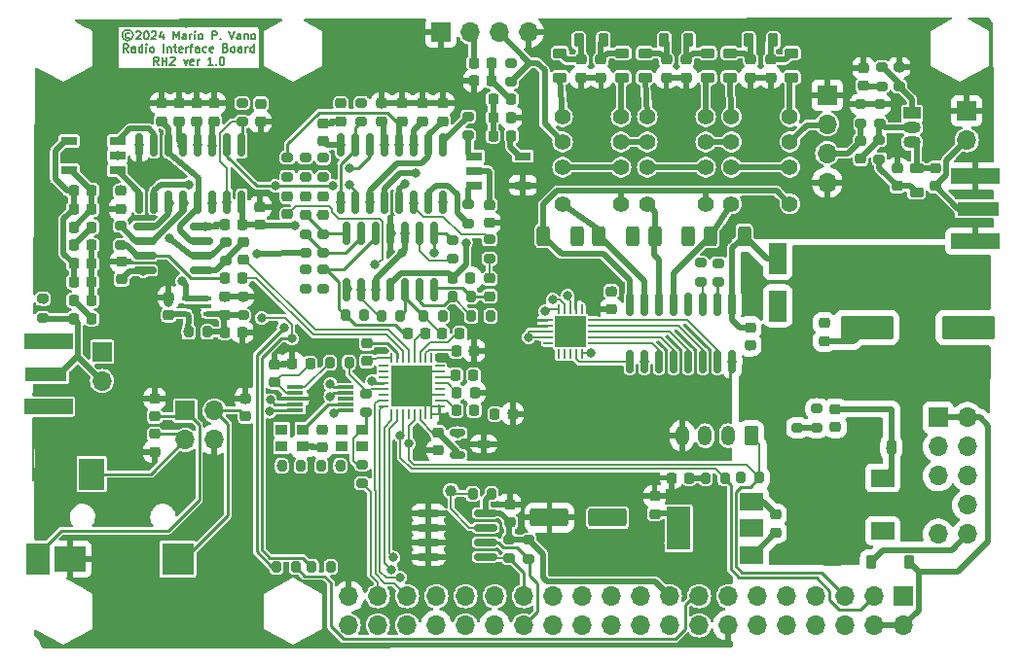
<source format=gtl>
G04 #@! TF.GenerationSoftware,KiCad,Pcbnew,7.0.10*
G04 #@! TF.CreationDate,2024-02-06T16:41:22-06:00*
G04 #@! TF.ProjectId,radiohead,72616469-6f68-4656-9164-2e6b69636164,2.0*
G04 #@! TF.SameCoordinates,Original*
G04 #@! TF.FileFunction,Copper,L1,Top*
G04 #@! TF.FilePolarity,Positive*
%FSLAX46Y46*%
G04 Gerber Fmt 4.6, Leading zero omitted, Abs format (unit mm)*
G04 Created by KiCad (PCBNEW 7.0.10) date 2024-02-06 16:41:22*
%MOMM*%
%LPD*%
G01*
G04 APERTURE LIST*
G04 Aperture macros list*
%AMRoundRect*
0 Rectangle with rounded corners*
0 $1 Rounding radius*
0 $2 $3 $4 $5 $6 $7 $8 $9 X,Y pos of 4 corners*
0 Add a 4 corners polygon primitive as box body*
4,1,4,$2,$3,$4,$5,$6,$7,$8,$9,$2,$3,0*
0 Add four circle primitives for the rounded corners*
1,1,$1+$1,$2,$3*
1,1,$1+$1,$4,$5*
1,1,$1+$1,$6,$7*
1,1,$1+$1,$8,$9*
0 Add four rect primitives between the rounded corners*
20,1,$1+$1,$2,$3,$4,$5,0*
20,1,$1+$1,$4,$5,$6,$7,0*
20,1,$1+$1,$6,$7,$8,$9,0*
20,1,$1+$1,$8,$9,$2,$3,0*%
G04 Aperture macros list end*
%ADD10C,0.150000*%
G04 #@! TA.AperFunction,NonConductor*
%ADD11C,0.150000*%
G04 #@! TD*
G04 #@! TA.AperFunction,SMDPad,CuDef*
%ADD12RoundRect,0.225000X0.250000X-0.225000X0.250000X0.225000X-0.250000X0.225000X-0.250000X-0.225000X0*%
G04 #@! TD*
G04 #@! TA.AperFunction,SMDPad,CuDef*
%ADD13RoundRect,0.200000X-0.275000X0.200000X-0.275000X-0.200000X0.275000X-0.200000X0.275000X0.200000X0*%
G04 #@! TD*
G04 #@! TA.AperFunction,SMDPad,CuDef*
%ADD14RoundRect,0.200000X0.200000X0.275000X-0.200000X0.275000X-0.200000X-0.275000X0.200000X-0.275000X0*%
G04 #@! TD*
G04 #@! TA.AperFunction,SMDPad,CuDef*
%ADD15RoundRect,0.225000X-0.250000X0.225000X-0.250000X-0.225000X0.250000X-0.225000X0.250000X0.225000X0*%
G04 #@! TD*
G04 #@! TA.AperFunction,SMDPad,CuDef*
%ADD16RoundRect,0.225000X0.225000X0.250000X-0.225000X0.250000X-0.225000X-0.250000X0.225000X-0.250000X0*%
G04 #@! TD*
G04 #@! TA.AperFunction,SMDPad,CuDef*
%ADD17RoundRect,0.225000X-0.225000X-0.250000X0.225000X-0.250000X0.225000X0.250000X-0.225000X0.250000X0*%
G04 #@! TD*
G04 #@! TA.AperFunction,SMDPad,CuDef*
%ADD18RoundRect,0.218750X0.218750X0.256250X-0.218750X0.256250X-0.218750X-0.256250X0.218750X-0.256250X0*%
G04 #@! TD*
G04 #@! TA.AperFunction,SMDPad,CuDef*
%ADD19RoundRect,0.218750X-0.218750X-0.256250X0.218750X-0.256250X0.218750X0.256250X-0.218750X0.256250X0*%
G04 #@! TD*
G04 #@! TA.AperFunction,SMDPad,CuDef*
%ADD20R,3.600000X1.270000*%
G04 #@! TD*
G04 #@! TA.AperFunction,SMDPad,CuDef*
%ADD21R,4.200000X1.350000*%
G04 #@! TD*
G04 #@! TA.AperFunction,SMDPad,CuDef*
%ADD22RoundRect,0.200000X0.275000X-0.200000X0.275000X0.200000X-0.275000X0.200000X-0.275000X-0.200000X0*%
G04 #@! TD*
G04 #@! TA.AperFunction,SMDPad,CuDef*
%ADD23RoundRect,0.200000X-0.200000X-0.275000X0.200000X-0.275000X0.200000X0.275000X-0.200000X0.275000X0*%
G04 #@! TD*
G04 #@! TA.AperFunction,SMDPad,CuDef*
%ADD24R,1.400000X0.300000*%
G04 #@! TD*
G04 #@! TA.AperFunction,SMDPad,CuDef*
%ADD25RoundRect,0.225000X-0.225000X-0.375000X0.225000X-0.375000X0.225000X0.375000X-0.225000X0.375000X0*%
G04 #@! TD*
G04 #@! TA.AperFunction,SMDPad,CuDef*
%ADD26RoundRect,0.150000X-0.825000X-0.150000X0.825000X-0.150000X0.825000X0.150000X-0.825000X0.150000X0*%
G04 #@! TD*
G04 #@! TA.AperFunction,SMDPad,CuDef*
%ADD27RoundRect,0.062500X0.337500X0.062500X-0.337500X0.062500X-0.337500X-0.062500X0.337500X-0.062500X0*%
G04 #@! TD*
G04 #@! TA.AperFunction,SMDPad,CuDef*
%ADD28RoundRect,0.062500X0.062500X0.337500X-0.062500X0.337500X-0.062500X-0.337500X0.062500X-0.337500X0*%
G04 #@! TD*
G04 #@! TA.AperFunction,SMDPad,CuDef*
%ADD29R,3.600000X3.600000*%
G04 #@! TD*
G04 #@! TA.AperFunction,SMDPad,CuDef*
%ADD30RoundRect,0.150000X0.150000X-0.825000X0.150000X0.825000X-0.150000X0.825000X-0.150000X-0.825000X0*%
G04 #@! TD*
G04 #@! TA.AperFunction,SMDPad,CuDef*
%ADD31RoundRect,0.250001X-2.049999X-0.799999X2.049999X-0.799999X2.049999X0.799999X-2.049999X0.799999X0*%
G04 #@! TD*
G04 #@! TA.AperFunction,ComponentPad*
%ADD32R,1.700000X1.700000*%
G04 #@! TD*
G04 #@! TA.AperFunction,ComponentPad*
%ADD33O,1.700000X1.700000*%
G04 #@! TD*
G04 #@! TA.AperFunction,ComponentPad*
%ADD34C,1.000000*%
G04 #@! TD*
G04 #@! TA.AperFunction,SMDPad,CuDef*
%ADD35R,2.000000X1.500000*%
G04 #@! TD*
G04 #@! TA.AperFunction,SMDPad,CuDef*
%ADD36R,2.000000X3.800000*%
G04 #@! TD*
G04 #@! TA.AperFunction,SMDPad,CuDef*
%ADD37R,1.400000X0.760000*%
G04 #@! TD*
G04 #@! TA.AperFunction,SMDPad,CuDef*
%ADD38RoundRect,0.250000X1.412500X0.550000X-1.412500X0.550000X-1.412500X-0.550000X1.412500X-0.550000X0*%
G04 #@! TD*
G04 #@! TA.AperFunction,SMDPad,CuDef*
%ADD39RoundRect,0.150000X0.825000X0.150000X-0.825000X0.150000X-0.825000X-0.150000X0.825000X-0.150000X0*%
G04 #@! TD*
G04 #@! TA.AperFunction,SMDPad,CuDef*
%ADD40RoundRect,0.150000X-0.512500X-0.150000X0.512500X-0.150000X0.512500X0.150000X-0.512500X0.150000X0*%
G04 #@! TD*
G04 #@! TA.AperFunction,SMDPad,CuDef*
%ADD41RoundRect,0.225000X0.225000X0.375000X-0.225000X0.375000X-0.225000X-0.375000X0.225000X-0.375000X0*%
G04 #@! TD*
G04 #@! TA.AperFunction,SMDPad,CuDef*
%ADD42RoundRect,0.250000X0.312500X0.625000X-0.312500X0.625000X-0.312500X-0.625000X0.312500X-0.625000X0*%
G04 #@! TD*
G04 #@! TA.AperFunction,SMDPad,CuDef*
%ADD43RoundRect,0.218750X0.218750X0.381250X-0.218750X0.381250X-0.218750X-0.381250X0.218750X-0.381250X0*%
G04 #@! TD*
G04 #@! TA.AperFunction,ComponentPad*
%ADD44RoundRect,0.250000X0.350000X0.625000X-0.350000X0.625000X-0.350000X-0.625000X0.350000X-0.625000X0*%
G04 #@! TD*
G04 #@! TA.AperFunction,ComponentPad*
%ADD45O,1.200000X1.750000*%
G04 #@! TD*
G04 #@! TA.AperFunction,SMDPad,CuDef*
%ADD46RoundRect,0.218750X-0.381250X0.218750X-0.381250X-0.218750X0.381250X-0.218750X0.381250X0.218750X0*%
G04 #@! TD*
G04 #@! TA.AperFunction,SMDPad,CuDef*
%ADD47RoundRect,0.062500X-0.337500X-0.062500X0.337500X-0.062500X0.337500X0.062500X-0.337500X0.062500X0*%
G04 #@! TD*
G04 #@! TA.AperFunction,SMDPad,CuDef*
%ADD48RoundRect,0.062500X-0.062500X-0.337500X0.062500X-0.337500X0.062500X0.337500X-0.062500X0.337500X0*%
G04 #@! TD*
G04 #@! TA.AperFunction,SMDPad,CuDef*
%ADD49R,2.700000X2.700000*%
G04 #@! TD*
G04 #@! TA.AperFunction,ComponentPad*
%ADD50R,1.500000X1.050000*%
G04 #@! TD*
G04 #@! TA.AperFunction,ComponentPad*
%ADD51O,1.500000X1.050000*%
G04 #@! TD*
G04 #@! TA.AperFunction,SMDPad,CuDef*
%ADD52R,1.050000X0.950000*%
G04 #@! TD*
G04 #@! TA.AperFunction,ComponentPad*
%ADD53C,1.400000*%
G04 #@! TD*
G04 #@! TA.AperFunction,SMDPad,CuDef*
%ADD54RoundRect,0.218750X0.381250X-0.218750X0.381250X0.218750X-0.381250X0.218750X-0.381250X-0.218750X0*%
G04 #@! TD*
G04 #@! TA.AperFunction,SMDPad,CuDef*
%ADD55R,0.650000X0.400000*%
G04 #@! TD*
G04 #@! TA.AperFunction,SMDPad,CuDef*
%ADD56RoundRect,0.250000X-0.550000X1.137500X-0.550000X-1.137500X0.550000X-1.137500X0.550000X1.137500X0*%
G04 #@! TD*
G04 #@! TA.AperFunction,SMDPad,CuDef*
%ADD57R,2.006600X2.794000*%
G04 #@! TD*
G04 #@! TA.AperFunction,SMDPad,CuDef*
%ADD58R,2.794000X2.794000*%
G04 #@! TD*
G04 #@! TA.AperFunction,SMDPad,CuDef*
%ADD59R,2.209800X2.794000*%
G04 #@! TD*
G04 #@! TA.AperFunction,SMDPad,CuDef*
%ADD60R,2.794000X2.209800*%
G04 #@! TD*
G04 #@! TA.AperFunction,SMDPad,CuDef*
%ADD61RoundRect,0.150000X-0.150000X0.825000X-0.150000X-0.825000X0.150000X-0.825000X0.150000X0.825000X0*%
G04 #@! TD*
G04 #@! TA.AperFunction,ViaPad*
%ADD62C,0.800000*%
G04 #@! TD*
G04 #@! TA.AperFunction,Conductor*
%ADD63C,0.500000*%
G04 #@! TD*
G04 #@! TA.AperFunction,Conductor*
%ADD64C,0.200000*%
G04 #@! TD*
G04 #@! TA.AperFunction,Conductor*
%ADD65C,0.250000*%
G04 #@! TD*
G04 APERTURE END LIST*
D10*
D11*
X89258668Y-102157900D02*
X89192001Y-102124566D01*
X89192001Y-102124566D02*
X89058668Y-102124566D01*
X89058668Y-102124566D02*
X88992001Y-102157900D01*
X88992001Y-102157900D02*
X88925335Y-102224566D01*
X88925335Y-102224566D02*
X88892001Y-102291233D01*
X88892001Y-102291233D02*
X88892001Y-102424566D01*
X88892001Y-102424566D02*
X88925335Y-102491233D01*
X88925335Y-102491233D02*
X88992001Y-102557900D01*
X88992001Y-102557900D02*
X89058668Y-102591233D01*
X89058668Y-102591233D02*
X89192001Y-102591233D01*
X89192001Y-102591233D02*
X89258668Y-102557900D01*
X89125335Y-101891233D02*
X88958668Y-101924566D01*
X88958668Y-101924566D02*
X88792001Y-102024566D01*
X88792001Y-102024566D02*
X88692001Y-102191233D01*
X88692001Y-102191233D02*
X88658668Y-102357900D01*
X88658668Y-102357900D02*
X88692001Y-102524566D01*
X88692001Y-102524566D02*
X88792001Y-102691233D01*
X88792001Y-102691233D02*
X88958668Y-102791233D01*
X88958668Y-102791233D02*
X89125335Y-102824566D01*
X89125335Y-102824566D02*
X89292001Y-102791233D01*
X89292001Y-102791233D02*
X89458668Y-102691233D01*
X89458668Y-102691233D02*
X89558668Y-102524566D01*
X89558668Y-102524566D02*
X89592001Y-102357900D01*
X89592001Y-102357900D02*
X89558668Y-102191233D01*
X89558668Y-102191233D02*
X89458668Y-102024566D01*
X89458668Y-102024566D02*
X89292001Y-101924566D01*
X89292001Y-101924566D02*
X89125335Y-101891233D01*
X89858668Y-102057900D02*
X89892001Y-102024566D01*
X89892001Y-102024566D02*
X89958668Y-101991233D01*
X89958668Y-101991233D02*
X90125335Y-101991233D01*
X90125335Y-101991233D02*
X90192001Y-102024566D01*
X90192001Y-102024566D02*
X90225335Y-102057900D01*
X90225335Y-102057900D02*
X90258668Y-102124566D01*
X90258668Y-102124566D02*
X90258668Y-102191233D01*
X90258668Y-102191233D02*
X90225335Y-102291233D01*
X90225335Y-102291233D02*
X89825335Y-102691233D01*
X89825335Y-102691233D02*
X90258668Y-102691233D01*
X90692002Y-101991233D02*
X90758668Y-101991233D01*
X90758668Y-101991233D02*
X90825335Y-102024566D01*
X90825335Y-102024566D02*
X90858668Y-102057900D01*
X90858668Y-102057900D02*
X90892002Y-102124566D01*
X90892002Y-102124566D02*
X90925335Y-102257900D01*
X90925335Y-102257900D02*
X90925335Y-102424566D01*
X90925335Y-102424566D02*
X90892002Y-102557900D01*
X90892002Y-102557900D02*
X90858668Y-102624566D01*
X90858668Y-102624566D02*
X90825335Y-102657900D01*
X90825335Y-102657900D02*
X90758668Y-102691233D01*
X90758668Y-102691233D02*
X90692002Y-102691233D01*
X90692002Y-102691233D02*
X90625335Y-102657900D01*
X90625335Y-102657900D02*
X90592002Y-102624566D01*
X90592002Y-102624566D02*
X90558668Y-102557900D01*
X90558668Y-102557900D02*
X90525335Y-102424566D01*
X90525335Y-102424566D02*
X90525335Y-102257900D01*
X90525335Y-102257900D02*
X90558668Y-102124566D01*
X90558668Y-102124566D02*
X90592002Y-102057900D01*
X90592002Y-102057900D02*
X90625335Y-102024566D01*
X90625335Y-102024566D02*
X90692002Y-101991233D01*
X91192002Y-102057900D02*
X91225335Y-102024566D01*
X91225335Y-102024566D02*
X91292002Y-101991233D01*
X91292002Y-101991233D02*
X91458669Y-101991233D01*
X91458669Y-101991233D02*
X91525335Y-102024566D01*
X91525335Y-102024566D02*
X91558669Y-102057900D01*
X91558669Y-102057900D02*
X91592002Y-102124566D01*
X91592002Y-102124566D02*
X91592002Y-102191233D01*
X91592002Y-102191233D02*
X91558669Y-102291233D01*
X91558669Y-102291233D02*
X91158669Y-102691233D01*
X91158669Y-102691233D02*
X91592002Y-102691233D01*
X92192002Y-102224566D02*
X92192002Y-102691233D01*
X92025336Y-101957900D02*
X91858669Y-102457900D01*
X91858669Y-102457900D02*
X92292002Y-102457900D01*
X93092002Y-102691233D02*
X93092002Y-101991233D01*
X93092002Y-101991233D02*
X93325336Y-102491233D01*
X93325336Y-102491233D02*
X93558669Y-101991233D01*
X93558669Y-101991233D02*
X93558669Y-102691233D01*
X94192002Y-102691233D02*
X94192002Y-102324566D01*
X94192002Y-102324566D02*
X94158669Y-102257900D01*
X94158669Y-102257900D02*
X94092002Y-102224566D01*
X94092002Y-102224566D02*
X93958669Y-102224566D01*
X93958669Y-102224566D02*
X93892002Y-102257900D01*
X94192002Y-102657900D02*
X94125336Y-102691233D01*
X94125336Y-102691233D02*
X93958669Y-102691233D01*
X93958669Y-102691233D02*
X93892002Y-102657900D01*
X93892002Y-102657900D02*
X93858669Y-102591233D01*
X93858669Y-102591233D02*
X93858669Y-102524566D01*
X93858669Y-102524566D02*
X93892002Y-102457900D01*
X93892002Y-102457900D02*
X93958669Y-102424566D01*
X93958669Y-102424566D02*
X94125336Y-102424566D01*
X94125336Y-102424566D02*
X94192002Y-102391233D01*
X94525335Y-102691233D02*
X94525335Y-102224566D01*
X94525335Y-102357900D02*
X94558669Y-102291233D01*
X94558669Y-102291233D02*
X94592002Y-102257900D01*
X94592002Y-102257900D02*
X94658669Y-102224566D01*
X94658669Y-102224566D02*
X94725335Y-102224566D01*
X94958668Y-102691233D02*
X94958668Y-102224566D01*
X94958668Y-101991233D02*
X94925335Y-102024566D01*
X94925335Y-102024566D02*
X94958668Y-102057900D01*
X94958668Y-102057900D02*
X94992002Y-102024566D01*
X94992002Y-102024566D02*
X94958668Y-101991233D01*
X94958668Y-101991233D02*
X94958668Y-102057900D01*
X95392001Y-102691233D02*
X95325335Y-102657900D01*
X95325335Y-102657900D02*
X95292001Y-102624566D01*
X95292001Y-102624566D02*
X95258668Y-102557900D01*
X95258668Y-102557900D02*
X95258668Y-102357900D01*
X95258668Y-102357900D02*
X95292001Y-102291233D01*
X95292001Y-102291233D02*
X95325335Y-102257900D01*
X95325335Y-102257900D02*
X95392001Y-102224566D01*
X95392001Y-102224566D02*
X95492001Y-102224566D01*
X95492001Y-102224566D02*
X95558668Y-102257900D01*
X95558668Y-102257900D02*
X95592001Y-102291233D01*
X95592001Y-102291233D02*
X95625335Y-102357900D01*
X95625335Y-102357900D02*
X95625335Y-102557900D01*
X95625335Y-102557900D02*
X95592001Y-102624566D01*
X95592001Y-102624566D02*
X95558668Y-102657900D01*
X95558668Y-102657900D02*
X95492001Y-102691233D01*
X95492001Y-102691233D02*
X95392001Y-102691233D01*
X96458667Y-102691233D02*
X96458667Y-101991233D01*
X96458667Y-101991233D02*
X96725334Y-101991233D01*
X96725334Y-101991233D02*
X96792001Y-102024566D01*
X96792001Y-102024566D02*
X96825334Y-102057900D01*
X96825334Y-102057900D02*
X96858667Y-102124566D01*
X96858667Y-102124566D02*
X96858667Y-102224566D01*
X96858667Y-102224566D02*
X96825334Y-102291233D01*
X96825334Y-102291233D02*
X96792001Y-102324566D01*
X96792001Y-102324566D02*
X96725334Y-102357900D01*
X96725334Y-102357900D02*
X96458667Y-102357900D01*
X97158667Y-102624566D02*
X97192001Y-102657900D01*
X97192001Y-102657900D02*
X97158667Y-102691233D01*
X97158667Y-102691233D02*
X97125334Y-102657900D01*
X97125334Y-102657900D02*
X97158667Y-102624566D01*
X97158667Y-102624566D02*
X97158667Y-102691233D01*
X97925333Y-101991233D02*
X98158667Y-102691233D01*
X98158667Y-102691233D02*
X98392000Y-101991233D01*
X98925333Y-102691233D02*
X98925333Y-102324566D01*
X98925333Y-102324566D02*
X98892000Y-102257900D01*
X98892000Y-102257900D02*
X98825333Y-102224566D01*
X98825333Y-102224566D02*
X98692000Y-102224566D01*
X98692000Y-102224566D02*
X98625333Y-102257900D01*
X98925333Y-102657900D02*
X98858667Y-102691233D01*
X98858667Y-102691233D02*
X98692000Y-102691233D01*
X98692000Y-102691233D02*
X98625333Y-102657900D01*
X98625333Y-102657900D02*
X98592000Y-102591233D01*
X98592000Y-102591233D02*
X98592000Y-102524566D01*
X98592000Y-102524566D02*
X98625333Y-102457900D01*
X98625333Y-102457900D02*
X98692000Y-102424566D01*
X98692000Y-102424566D02*
X98858667Y-102424566D01*
X98858667Y-102424566D02*
X98925333Y-102391233D01*
X99258666Y-102224566D02*
X99258666Y-102691233D01*
X99258666Y-102291233D02*
X99292000Y-102257900D01*
X99292000Y-102257900D02*
X99358666Y-102224566D01*
X99358666Y-102224566D02*
X99458666Y-102224566D01*
X99458666Y-102224566D02*
X99525333Y-102257900D01*
X99525333Y-102257900D02*
X99558666Y-102324566D01*
X99558666Y-102324566D02*
X99558666Y-102691233D01*
X99991999Y-102691233D02*
X99925333Y-102657900D01*
X99925333Y-102657900D02*
X99891999Y-102624566D01*
X99891999Y-102624566D02*
X99858666Y-102557900D01*
X99858666Y-102557900D02*
X99858666Y-102357900D01*
X99858666Y-102357900D02*
X99891999Y-102291233D01*
X99891999Y-102291233D02*
X99925333Y-102257900D01*
X99925333Y-102257900D02*
X99991999Y-102224566D01*
X99991999Y-102224566D02*
X100091999Y-102224566D01*
X100091999Y-102224566D02*
X100158666Y-102257900D01*
X100158666Y-102257900D02*
X100191999Y-102291233D01*
X100191999Y-102291233D02*
X100225333Y-102357900D01*
X100225333Y-102357900D02*
X100225333Y-102557900D01*
X100225333Y-102557900D02*
X100191999Y-102624566D01*
X100191999Y-102624566D02*
X100158666Y-102657900D01*
X100158666Y-102657900D02*
X100091999Y-102691233D01*
X100091999Y-102691233D02*
X99991999Y-102691233D01*
X89175335Y-103818233D02*
X88942002Y-103484900D01*
X88775335Y-103818233D02*
X88775335Y-103118233D01*
X88775335Y-103118233D02*
X89042002Y-103118233D01*
X89042002Y-103118233D02*
X89108669Y-103151566D01*
X89108669Y-103151566D02*
X89142002Y-103184900D01*
X89142002Y-103184900D02*
X89175335Y-103251566D01*
X89175335Y-103251566D02*
X89175335Y-103351566D01*
X89175335Y-103351566D02*
X89142002Y-103418233D01*
X89142002Y-103418233D02*
X89108669Y-103451566D01*
X89108669Y-103451566D02*
X89042002Y-103484900D01*
X89042002Y-103484900D02*
X88775335Y-103484900D01*
X89775335Y-103818233D02*
X89775335Y-103451566D01*
X89775335Y-103451566D02*
X89742002Y-103384900D01*
X89742002Y-103384900D02*
X89675335Y-103351566D01*
X89675335Y-103351566D02*
X89542002Y-103351566D01*
X89542002Y-103351566D02*
X89475335Y-103384900D01*
X89775335Y-103784900D02*
X89708669Y-103818233D01*
X89708669Y-103818233D02*
X89542002Y-103818233D01*
X89542002Y-103818233D02*
X89475335Y-103784900D01*
X89475335Y-103784900D02*
X89442002Y-103718233D01*
X89442002Y-103718233D02*
X89442002Y-103651566D01*
X89442002Y-103651566D02*
X89475335Y-103584900D01*
X89475335Y-103584900D02*
X89542002Y-103551566D01*
X89542002Y-103551566D02*
X89708669Y-103551566D01*
X89708669Y-103551566D02*
X89775335Y-103518233D01*
X90408668Y-103818233D02*
X90408668Y-103118233D01*
X90408668Y-103784900D02*
X90342002Y-103818233D01*
X90342002Y-103818233D02*
X90208668Y-103818233D01*
X90208668Y-103818233D02*
X90142002Y-103784900D01*
X90142002Y-103784900D02*
X90108668Y-103751566D01*
X90108668Y-103751566D02*
X90075335Y-103684900D01*
X90075335Y-103684900D02*
X90075335Y-103484900D01*
X90075335Y-103484900D02*
X90108668Y-103418233D01*
X90108668Y-103418233D02*
X90142002Y-103384900D01*
X90142002Y-103384900D02*
X90208668Y-103351566D01*
X90208668Y-103351566D02*
X90342002Y-103351566D01*
X90342002Y-103351566D02*
X90408668Y-103384900D01*
X90742001Y-103818233D02*
X90742001Y-103351566D01*
X90742001Y-103118233D02*
X90708668Y-103151566D01*
X90708668Y-103151566D02*
X90742001Y-103184900D01*
X90742001Y-103184900D02*
X90775335Y-103151566D01*
X90775335Y-103151566D02*
X90742001Y-103118233D01*
X90742001Y-103118233D02*
X90742001Y-103184900D01*
X91175334Y-103818233D02*
X91108668Y-103784900D01*
X91108668Y-103784900D02*
X91075334Y-103751566D01*
X91075334Y-103751566D02*
X91042001Y-103684900D01*
X91042001Y-103684900D02*
X91042001Y-103484900D01*
X91042001Y-103484900D02*
X91075334Y-103418233D01*
X91075334Y-103418233D02*
X91108668Y-103384900D01*
X91108668Y-103384900D02*
X91175334Y-103351566D01*
X91175334Y-103351566D02*
X91275334Y-103351566D01*
X91275334Y-103351566D02*
X91342001Y-103384900D01*
X91342001Y-103384900D02*
X91375334Y-103418233D01*
X91375334Y-103418233D02*
X91408668Y-103484900D01*
X91408668Y-103484900D02*
X91408668Y-103684900D01*
X91408668Y-103684900D02*
X91375334Y-103751566D01*
X91375334Y-103751566D02*
X91342001Y-103784900D01*
X91342001Y-103784900D02*
X91275334Y-103818233D01*
X91275334Y-103818233D02*
X91175334Y-103818233D01*
X92242000Y-103818233D02*
X92242000Y-103118233D01*
X92575333Y-103351566D02*
X92575333Y-103818233D01*
X92575333Y-103418233D02*
X92608667Y-103384900D01*
X92608667Y-103384900D02*
X92675333Y-103351566D01*
X92675333Y-103351566D02*
X92775333Y-103351566D01*
X92775333Y-103351566D02*
X92842000Y-103384900D01*
X92842000Y-103384900D02*
X92875333Y-103451566D01*
X92875333Y-103451566D02*
X92875333Y-103818233D01*
X93108666Y-103351566D02*
X93375333Y-103351566D01*
X93208666Y-103118233D02*
X93208666Y-103718233D01*
X93208666Y-103718233D02*
X93242000Y-103784900D01*
X93242000Y-103784900D02*
X93308666Y-103818233D01*
X93308666Y-103818233D02*
X93375333Y-103818233D01*
X93875333Y-103784900D02*
X93808666Y-103818233D01*
X93808666Y-103818233D02*
X93675333Y-103818233D01*
X93675333Y-103818233D02*
X93608666Y-103784900D01*
X93608666Y-103784900D02*
X93575333Y-103718233D01*
X93575333Y-103718233D02*
X93575333Y-103451566D01*
X93575333Y-103451566D02*
X93608666Y-103384900D01*
X93608666Y-103384900D02*
X93675333Y-103351566D01*
X93675333Y-103351566D02*
X93808666Y-103351566D01*
X93808666Y-103351566D02*
X93875333Y-103384900D01*
X93875333Y-103384900D02*
X93908666Y-103451566D01*
X93908666Y-103451566D02*
X93908666Y-103518233D01*
X93908666Y-103518233D02*
X93575333Y-103584900D01*
X94208666Y-103818233D02*
X94208666Y-103351566D01*
X94208666Y-103484900D02*
X94242000Y-103418233D01*
X94242000Y-103418233D02*
X94275333Y-103384900D01*
X94275333Y-103384900D02*
X94342000Y-103351566D01*
X94342000Y-103351566D02*
X94408666Y-103351566D01*
X94541999Y-103351566D02*
X94808666Y-103351566D01*
X94641999Y-103818233D02*
X94641999Y-103218233D01*
X94641999Y-103218233D02*
X94675333Y-103151566D01*
X94675333Y-103151566D02*
X94741999Y-103118233D01*
X94741999Y-103118233D02*
X94808666Y-103118233D01*
X95341999Y-103818233D02*
X95341999Y-103451566D01*
X95341999Y-103451566D02*
X95308666Y-103384900D01*
X95308666Y-103384900D02*
X95241999Y-103351566D01*
X95241999Y-103351566D02*
X95108666Y-103351566D01*
X95108666Y-103351566D02*
X95041999Y-103384900D01*
X95341999Y-103784900D02*
X95275333Y-103818233D01*
X95275333Y-103818233D02*
X95108666Y-103818233D01*
X95108666Y-103818233D02*
X95041999Y-103784900D01*
X95041999Y-103784900D02*
X95008666Y-103718233D01*
X95008666Y-103718233D02*
X95008666Y-103651566D01*
X95008666Y-103651566D02*
X95041999Y-103584900D01*
X95041999Y-103584900D02*
X95108666Y-103551566D01*
X95108666Y-103551566D02*
X95275333Y-103551566D01*
X95275333Y-103551566D02*
X95341999Y-103518233D01*
X95975332Y-103784900D02*
X95908666Y-103818233D01*
X95908666Y-103818233D02*
X95775332Y-103818233D01*
X95775332Y-103818233D02*
X95708666Y-103784900D01*
X95708666Y-103784900D02*
X95675332Y-103751566D01*
X95675332Y-103751566D02*
X95641999Y-103684900D01*
X95641999Y-103684900D02*
X95641999Y-103484900D01*
X95641999Y-103484900D02*
X95675332Y-103418233D01*
X95675332Y-103418233D02*
X95708666Y-103384900D01*
X95708666Y-103384900D02*
X95775332Y-103351566D01*
X95775332Y-103351566D02*
X95908666Y-103351566D01*
X95908666Y-103351566D02*
X95975332Y-103384900D01*
X96541999Y-103784900D02*
X96475332Y-103818233D01*
X96475332Y-103818233D02*
X96341999Y-103818233D01*
X96341999Y-103818233D02*
X96275332Y-103784900D01*
X96275332Y-103784900D02*
X96241999Y-103718233D01*
X96241999Y-103718233D02*
X96241999Y-103451566D01*
X96241999Y-103451566D02*
X96275332Y-103384900D01*
X96275332Y-103384900D02*
X96341999Y-103351566D01*
X96341999Y-103351566D02*
X96475332Y-103351566D01*
X96475332Y-103351566D02*
X96541999Y-103384900D01*
X96541999Y-103384900D02*
X96575332Y-103451566D01*
X96575332Y-103451566D02*
X96575332Y-103518233D01*
X96575332Y-103518233D02*
X96241999Y-103584900D01*
X97641999Y-103451566D02*
X97741999Y-103484900D01*
X97741999Y-103484900D02*
X97775332Y-103518233D01*
X97775332Y-103518233D02*
X97808665Y-103584900D01*
X97808665Y-103584900D02*
X97808665Y-103684900D01*
X97808665Y-103684900D02*
X97775332Y-103751566D01*
X97775332Y-103751566D02*
X97741999Y-103784900D01*
X97741999Y-103784900D02*
X97675332Y-103818233D01*
X97675332Y-103818233D02*
X97408665Y-103818233D01*
X97408665Y-103818233D02*
X97408665Y-103118233D01*
X97408665Y-103118233D02*
X97641999Y-103118233D01*
X97641999Y-103118233D02*
X97708665Y-103151566D01*
X97708665Y-103151566D02*
X97741999Y-103184900D01*
X97741999Y-103184900D02*
X97775332Y-103251566D01*
X97775332Y-103251566D02*
X97775332Y-103318233D01*
X97775332Y-103318233D02*
X97741999Y-103384900D01*
X97741999Y-103384900D02*
X97708665Y-103418233D01*
X97708665Y-103418233D02*
X97641999Y-103451566D01*
X97641999Y-103451566D02*
X97408665Y-103451566D01*
X98208665Y-103818233D02*
X98141999Y-103784900D01*
X98141999Y-103784900D02*
X98108665Y-103751566D01*
X98108665Y-103751566D02*
X98075332Y-103684900D01*
X98075332Y-103684900D02*
X98075332Y-103484900D01*
X98075332Y-103484900D02*
X98108665Y-103418233D01*
X98108665Y-103418233D02*
X98141999Y-103384900D01*
X98141999Y-103384900D02*
X98208665Y-103351566D01*
X98208665Y-103351566D02*
X98308665Y-103351566D01*
X98308665Y-103351566D02*
X98375332Y-103384900D01*
X98375332Y-103384900D02*
X98408665Y-103418233D01*
X98408665Y-103418233D02*
X98441999Y-103484900D01*
X98441999Y-103484900D02*
X98441999Y-103684900D01*
X98441999Y-103684900D02*
X98408665Y-103751566D01*
X98408665Y-103751566D02*
X98375332Y-103784900D01*
X98375332Y-103784900D02*
X98308665Y-103818233D01*
X98308665Y-103818233D02*
X98208665Y-103818233D01*
X99041998Y-103818233D02*
X99041998Y-103451566D01*
X99041998Y-103451566D02*
X99008665Y-103384900D01*
X99008665Y-103384900D02*
X98941998Y-103351566D01*
X98941998Y-103351566D02*
X98808665Y-103351566D01*
X98808665Y-103351566D02*
X98741998Y-103384900D01*
X99041998Y-103784900D02*
X98975332Y-103818233D01*
X98975332Y-103818233D02*
X98808665Y-103818233D01*
X98808665Y-103818233D02*
X98741998Y-103784900D01*
X98741998Y-103784900D02*
X98708665Y-103718233D01*
X98708665Y-103718233D02*
X98708665Y-103651566D01*
X98708665Y-103651566D02*
X98741998Y-103584900D01*
X98741998Y-103584900D02*
X98808665Y-103551566D01*
X98808665Y-103551566D02*
X98975332Y-103551566D01*
X98975332Y-103551566D02*
X99041998Y-103518233D01*
X99375331Y-103818233D02*
X99375331Y-103351566D01*
X99375331Y-103484900D02*
X99408665Y-103418233D01*
X99408665Y-103418233D02*
X99441998Y-103384900D01*
X99441998Y-103384900D02*
X99508665Y-103351566D01*
X99508665Y-103351566D02*
X99575331Y-103351566D01*
X100108664Y-103818233D02*
X100108664Y-103118233D01*
X100108664Y-103784900D02*
X100041998Y-103818233D01*
X100041998Y-103818233D02*
X99908664Y-103818233D01*
X99908664Y-103818233D02*
X99841998Y-103784900D01*
X99841998Y-103784900D02*
X99808664Y-103751566D01*
X99808664Y-103751566D02*
X99775331Y-103684900D01*
X99775331Y-103684900D02*
X99775331Y-103484900D01*
X99775331Y-103484900D02*
X99808664Y-103418233D01*
X99808664Y-103418233D02*
X99841998Y-103384900D01*
X99841998Y-103384900D02*
X99908664Y-103351566D01*
X99908664Y-103351566D02*
X100041998Y-103351566D01*
X100041998Y-103351566D02*
X100108664Y-103384900D01*
X91808667Y-104945233D02*
X91575334Y-104611900D01*
X91408667Y-104945233D02*
X91408667Y-104245233D01*
X91408667Y-104245233D02*
X91675334Y-104245233D01*
X91675334Y-104245233D02*
X91742001Y-104278566D01*
X91742001Y-104278566D02*
X91775334Y-104311900D01*
X91775334Y-104311900D02*
X91808667Y-104378566D01*
X91808667Y-104378566D02*
X91808667Y-104478566D01*
X91808667Y-104478566D02*
X91775334Y-104545233D01*
X91775334Y-104545233D02*
X91742001Y-104578566D01*
X91742001Y-104578566D02*
X91675334Y-104611900D01*
X91675334Y-104611900D02*
X91408667Y-104611900D01*
X92108667Y-104945233D02*
X92108667Y-104245233D01*
X92108667Y-104578566D02*
X92508667Y-104578566D01*
X92508667Y-104945233D02*
X92508667Y-104245233D01*
X92808667Y-104311900D02*
X92842000Y-104278566D01*
X92842000Y-104278566D02*
X92908667Y-104245233D01*
X92908667Y-104245233D02*
X93075334Y-104245233D01*
X93075334Y-104245233D02*
X93142000Y-104278566D01*
X93142000Y-104278566D02*
X93175334Y-104311900D01*
X93175334Y-104311900D02*
X93208667Y-104378566D01*
X93208667Y-104378566D02*
X93208667Y-104445233D01*
X93208667Y-104445233D02*
X93175334Y-104545233D01*
X93175334Y-104545233D02*
X92775334Y-104945233D01*
X92775334Y-104945233D02*
X93208667Y-104945233D01*
X93975334Y-104478566D02*
X94142000Y-104945233D01*
X94142000Y-104945233D02*
X94308667Y-104478566D01*
X94842000Y-104911900D02*
X94775333Y-104945233D01*
X94775333Y-104945233D02*
X94642000Y-104945233D01*
X94642000Y-104945233D02*
X94575333Y-104911900D01*
X94575333Y-104911900D02*
X94542000Y-104845233D01*
X94542000Y-104845233D02*
X94542000Y-104578566D01*
X94542000Y-104578566D02*
X94575333Y-104511900D01*
X94575333Y-104511900D02*
X94642000Y-104478566D01*
X94642000Y-104478566D02*
X94775333Y-104478566D01*
X94775333Y-104478566D02*
X94842000Y-104511900D01*
X94842000Y-104511900D02*
X94875333Y-104578566D01*
X94875333Y-104578566D02*
X94875333Y-104645233D01*
X94875333Y-104645233D02*
X94542000Y-104711900D01*
X95175333Y-104945233D02*
X95175333Y-104478566D01*
X95175333Y-104611900D02*
X95208667Y-104545233D01*
X95208667Y-104545233D02*
X95242000Y-104511900D01*
X95242000Y-104511900D02*
X95308667Y-104478566D01*
X95308667Y-104478566D02*
X95375333Y-104478566D01*
X96508666Y-104945233D02*
X96108666Y-104945233D01*
X96308666Y-104945233D02*
X96308666Y-104245233D01*
X96308666Y-104245233D02*
X96241999Y-104345233D01*
X96241999Y-104345233D02*
X96175333Y-104411900D01*
X96175333Y-104411900D02*
X96108666Y-104445233D01*
X96808666Y-104878566D02*
X96842000Y-104911900D01*
X96842000Y-104911900D02*
X96808666Y-104945233D01*
X96808666Y-104945233D02*
X96775333Y-104911900D01*
X96775333Y-104911900D02*
X96808666Y-104878566D01*
X96808666Y-104878566D02*
X96808666Y-104945233D01*
X97275333Y-104245233D02*
X97341999Y-104245233D01*
X97341999Y-104245233D02*
X97408666Y-104278566D01*
X97408666Y-104278566D02*
X97441999Y-104311900D01*
X97441999Y-104311900D02*
X97475333Y-104378566D01*
X97475333Y-104378566D02*
X97508666Y-104511900D01*
X97508666Y-104511900D02*
X97508666Y-104678566D01*
X97508666Y-104678566D02*
X97475333Y-104811900D01*
X97475333Y-104811900D02*
X97441999Y-104878566D01*
X97441999Y-104878566D02*
X97408666Y-104911900D01*
X97408666Y-104911900D02*
X97341999Y-104945233D01*
X97341999Y-104945233D02*
X97275333Y-104945233D01*
X97275333Y-104945233D02*
X97208666Y-104911900D01*
X97208666Y-104911900D02*
X97175333Y-104878566D01*
X97175333Y-104878566D02*
X97141999Y-104811900D01*
X97141999Y-104811900D02*
X97108666Y-104678566D01*
X97108666Y-104678566D02*
X97108666Y-104511900D01*
X97108666Y-104511900D02*
X97141999Y-104378566D01*
X97141999Y-104378566D02*
X97175333Y-104311900D01*
X97175333Y-104311900D02*
X97208666Y-104278566D01*
X97208666Y-104278566D02*
X97275333Y-104245233D01*
D12*
X92043200Y-109826600D03*
X92043200Y-108276600D03*
D13*
X99138000Y-125078400D03*
X99138000Y-126728400D03*
D14*
X96055400Y-128187400D03*
X94405400Y-128187400D03*
D12*
X100633200Y-118834600D03*
X100633200Y-117284600D03*
X95126532Y-109826600D03*
X95126532Y-108276600D03*
D15*
X99153700Y-120340400D03*
X99153700Y-121890400D03*
D12*
X109897600Y-130711400D03*
X109897600Y-129161400D03*
X96668200Y-109826600D03*
X96668200Y-108276600D03*
D16*
X119258900Y-129822800D03*
X117708900Y-129822800D03*
X120788200Y-106321600D03*
X119238200Y-106321600D03*
D17*
X120918200Y-109503600D03*
X122468200Y-109503600D03*
D18*
X120800700Y-104755600D03*
X119225700Y-104755600D03*
D19*
X120905700Y-107907600D03*
X122480700Y-107907600D03*
D18*
X122480700Y-111099600D03*
X120905700Y-111099600D03*
D16*
X85987800Y-115868974D03*
X84437800Y-115868974D03*
D18*
X86000300Y-123830844D03*
X84425300Y-123830844D03*
D19*
X84425300Y-119053722D03*
X86000300Y-119053722D03*
D18*
X86000300Y-117461348D03*
X84425300Y-117461348D03*
X86000300Y-125423218D03*
X84425300Y-125423218D03*
D20*
X82030000Y-131857600D03*
D21*
X82230000Y-129032600D03*
X82230000Y-134682600D03*
D22*
X104592600Y-124388800D03*
X104592600Y-122738800D03*
X117398000Y-121809800D03*
X117398000Y-120159800D03*
D14*
X112825400Y-126784200D03*
X111175400Y-126784200D03*
D13*
X106159800Y-122739000D03*
X106159800Y-124389000D03*
D22*
X97610400Y-121974800D03*
X97610400Y-120324800D03*
X88511500Y-120602200D03*
X88511500Y-118952200D03*
X99064800Y-109887200D03*
X99064800Y-108237200D03*
X109450080Y-109884600D03*
X109450080Y-108234600D03*
D16*
X104988200Y-130921600D03*
X103438200Y-130921600D03*
D17*
X117737200Y-133459200D03*
X119287200Y-133459200D03*
D23*
X114869200Y-126788200D03*
X116519200Y-126788200D03*
D14*
X109681200Y-126715600D03*
X108031200Y-126715600D03*
D16*
X99091040Y-118870500D03*
X97541040Y-118870500D03*
D23*
X119124400Y-142267400D03*
X120774400Y-142267400D03*
D22*
X123993000Y-147953800D03*
X123993000Y-146303800D03*
D17*
X97556800Y-128197400D03*
X99106800Y-128197400D03*
D24*
X108093500Y-135009500D03*
X108093500Y-134509500D03*
X108093500Y-134009500D03*
X108093500Y-133509500D03*
X108093500Y-133009500D03*
X103693500Y-133009500D03*
X103693500Y-133509500D03*
X103693500Y-134009500D03*
X103693500Y-134509500D03*
X103693500Y-135009500D03*
D12*
X93584866Y-109826600D03*
X93584866Y-108276600D03*
D16*
X119245800Y-134985200D03*
X117695800Y-134985200D03*
D12*
X88569460Y-123614060D03*
X88569460Y-122064060D03*
D16*
X99131300Y-123474500D03*
X97581300Y-123474500D03*
X85987800Y-122238470D03*
X84437800Y-122238470D03*
D25*
X153760000Y-148228000D03*
X157060000Y-148228000D03*
D26*
X115288600Y-143949600D03*
X115288600Y-145219600D03*
X115288600Y-146489600D03*
X115288600Y-147759600D03*
X120238600Y-147759600D03*
X120238600Y-146489600D03*
X120238600Y-145219600D03*
X120238600Y-143949600D03*
D27*
X116247200Y-134647200D03*
X116247200Y-134147200D03*
X116247200Y-133647200D03*
X116247200Y-133147200D03*
X116247200Y-132647200D03*
X116247200Y-132147200D03*
X116247200Y-131647200D03*
X116247200Y-131147200D03*
D28*
X115547200Y-130447200D03*
X115047200Y-130447200D03*
X114547200Y-130447200D03*
X114047200Y-130447200D03*
X113547200Y-130447200D03*
X113047200Y-130447200D03*
X112547200Y-130447200D03*
X112047200Y-130447200D03*
D27*
X111347200Y-131147200D03*
X111347200Y-131647200D03*
X111347200Y-132147200D03*
X111347200Y-132647200D03*
X111347200Y-133147200D03*
X111347200Y-133647200D03*
X111347200Y-134147200D03*
X111347200Y-134647200D03*
D28*
X112047200Y-135347200D03*
X112547200Y-135347200D03*
X113047200Y-135347200D03*
X113547200Y-135347200D03*
X114047200Y-135347200D03*
X114547200Y-135347200D03*
X115047200Y-135347200D03*
X115547200Y-135347200D03*
D29*
X113797200Y-132897200D03*
D22*
X122319000Y-147887200D03*
X122319000Y-146237200D03*
D16*
X118003200Y-128293800D03*
X116453200Y-128293800D03*
D12*
X106110400Y-111548200D03*
X106110400Y-109998200D03*
D15*
X88487800Y-115911400D03*
X88487800Y-117461400D03*
D16*
X119192600Y-131949200D03*
X117642600Y-131949200D03*
D12*
X91449200Y-138618000D03*
X91449200Y-137068000D03*
D15*
X91464000Y-133967200D03*
X91464000Y-135517200D03*
X99370200Y-133981800D03*
X99370200Y-135531800D03*
D30*
X107673200Y-116851600D03*
X108943200Y-116851600D03*
X110213200Y-116851600D03*
X111483200Y-116851600D03*
X112753200Y-116851600D03*
X114023200Y-116851600D03*
X115293200Y-116851600D03*
X116563200Y-116851600D03*
X116563200Y-111901600D03*
X115293200Y-111901600D03*
X114023200Y-111901600D03*
X112753200Y-111901600D03*
X111483200Y-111901600D03*
X110213200Y-111901600D03*
X108943200Y-111901600D03*
X107673200Y-111901600D03*
D17*
X84437800Y-120646096D03*
X85987800Y-120646096D03*
D16*
X85987800Y-127015598D03*
X84437800Y-127015598D03*
D12*
X116099400Y-138484000D03*
X116099400Y-136934000D03*
X106034800Y-138226000D03*
X106034800Y-136676000D03*
D17*
X117392400Y-123485200D03*
X118942400Y-123485200D03*
D31*
X153410000Y-127808000D03*
X162210000Y-127808000D03*
D15*
X101893200Y-131001600D03*
X101893200Y-132551600D03*
D17*
X121061000Y-135315400D03*
X122611000Y-135315400D03*
D32*
X159620000Y-135636000D03*
D33*
X162160000Y-135636000D03*
X159620000Y-138176000D03*
X162160000Y-138176000D03*
X159620000Y-140716000D03*
X162160000Y-140716000D03*
X159620000Y-143256000D03*
X162160000Y-143256000D03*
X159620000Y-145796000D03*
X162160000Y-145796000D03*
D13*
X147374600Y-134883800D03*
X147374600Y-136533800D03*
D22*
X149050000Y-136513000D03*
X149050000Y-134863000D03*
D13*
X104587000Y-119660000D03*
X104587000Y-121310000D03*
D22*
X106147200Y-121312600D03*
X106147200Y-119662600D03*
D34*
X117239800Y-142029400D03*
D35*
X154780000Y-145498000D03*
X154780000Y-143198000D03*
D36*
X148480000Y-143198000D03*
D35*
X154780000Y-140898000D03*
D23*
X117351400Y-125104800D03*
X119001400Y-125104800D03*
D12*
X92686800Y-126698200D03*
X92686800Y-125148200D03*
D37*
X119272200Y-115417600D03*
X119272200Y-114147600D03*
X119272200Y-112877600D03*
X123482200Y-115417600D03*
X123482200Y-112877600D03*
X88228200Y-111555600D03*
X88228200Y-112825600D03*
X88228200Y-114095600D03*
X84018200Y-111555600D03*
X84018200Y-114095600D03*
D14*
X144075600Y-140880800D03*
X142425600Y-140880800D03*
X141043400Y-140899200D03*
X139393400Y-140899200D03*
D12*
X122351800Y-144742200D03*
X122351800Y-143192200D03*
D15*
X149719200Y-127428600D03*
X149719200Y-128978600D03*
X107676800Y-108284600D03*
X107676800Y-109834600D03*
X150680000Y-134913000D03*
X150680000Y-136463000D03*
X145457800Y-144090400D03*
X145457800Y-145640400D03*
D35*
X143358000Y-147588000D03*
X143358000Y-145288000D03*
D36*
X137058000Y-145288000D03*
D35*
X143358000Y-142988000D03*
D23*
X119018600Y-126779600D03*
X120668600Y-126779600D03*
D17*
X113446000Y-128279800D03*
X114996000Y-128279800D03*
D12*
X134950200Y-144031000D03*
X134950200Y-142481000D03*
D38*
X130877500Y-144348000D03*
X125802500Y-144348000D03*
D39*
X95539800Y-122793200D03*
X95539800Y-121523200D03*
X95539800Y-120253200D03*
X95539800Y-118983200D03*
X90589800Y-118983200D03*
X90589800Y-120253200D03*
X90589800Y-121523200D03*
X90589800Y-122793200D03*
D12*
X97576600Y-126689200D03*
X97576600Y-125139200D03*
X120601400Y-125081200D03*
X120601400Y-123531200D03*
X106123200Y-117964600D03*
X106123200Y-116414600D03*
X104573200Y-117954600D03*
X104573200Y-116404600D03*
X114769920Y-109834600D03*
X114769920Y-108284600D03*
X111223360Y-109834600D03*
X111223360Y-108284600D03*
X116543200Y-109834600D03*
X116543200Y-108284600D03*
X112996640Y-109834600D03*
X112996640Y-108284600D03*
D22*
X120578200Y-121783600D03*
X120578200Y-120133600D03*
X118712000Y-118719200D03*
X118712000Y-117069200D03*
D13*
X118753200Y-109404600D03*
X118753200Y-111054600D03*
D22*
X106113200Y-114684600D03*
X106113200Y-113034600D03*
X104553200Y-114664600D03*
X104553200Y-113014600D03*
X103023200Y-114654600D03*
X103023200Y-113004600D03*
D12*
X103023200Y-117944600D03*
X103023200Y-116394600D03*
D40*
X117808900Y-136989200D03*
X117808900Y-138889200D03*
X120083900Y-137939200D03*
D41*
X155540000Y-138238000D03*
X152240000Y-138238000D03*
D13*
X122445000Y-104770000D03*
X122445000Y-106420000D03*
D30*
X108178600Y-124522000D03*
X109448600Y-124522000D03*
X110718600Y-124522000D03*
X111988600Y-124522000D03*
X113258600Y-124522000D03*
X114528600Y-124522000D03*
X115798600Y-124522000D03*
X115798600Y-119572000D03*
X114528600Y-119572000D03*
X113258600Y-119572000D03*
X111988600Y-119572000D03*
X110718600Y-119572000D03*
X109448600Y-119572000D03*
X108178600Y-119572000D03*
D42*
X137900832Y-119815000D03*
X134975832Y-119815000D03*
D23*
X105950000Y-139855000D03*
X107600000Y-139855000D03*
D43*
X130497500Y-102785000D03*
X128372500Y-102785000D03*
D44*
X143345000Y-137215000D03*
D45*
X141345000Y-137215000D03*
X139345000Y-137215000D03*
X137345000Y-137215000D03*
D13*
X140505000Y-122190000D03*
X140505000Y-123840000D03*
D15*
X130287220Y-104470000D03*
X130287220Y-106020000D03*
D32*
X149955000Y-107545000D03*
D33*
X149955000Y-110085000D03*
X149955000Y-112625000D03*
X149955000Y-115165000D03*
D22*
X156215000Y-106790000D03*
X156215000Y-105140000D03*
D23*
X102080000Y-148655000D03*
X103730000Y-148655000D03*
D46*
X141485000Y-103912500D03*
X141485000Y-106037500D03*
D23*
X106718600Y-130835400D03*
X108368600Y-130835400D03*
D47*
X125665000Y-127145000D03*
X125665000Y-127645000D03*
X125665000Y-128145000D03*
X125665000Y-128645000D03*
X125665000Y-129145000D03*
D48*
X126615000Y-130095000D03*
X127115000Y-130095000D03*
X127615000Y-130095000D03*
X128115000Y-130095000D03*
X128615000Y-130095000D03*
D47*
X129565000Y-129145000D03*
X129565000Y-128645000D03*
X129565000Y-128145000D03*
X129565000Y-127645000D03*
X129565000Y-127145000D03*
D48*
X128615000Y-126195000D03*
X128115000Y-126195000D03*
X127615000Y-126195000D03*
X127115000Y-126195000D03*
X126615000Y-126195000D03*
D49*
X127615000Y-128145000D03*
D23*
X105140000Y-148645000D03*
X106790000Y-148645000D03*
D46*
X126705000Y-103912500D03*
X126705000Y-106037500D03*
D50*
X157345000Y-109135000D03*
D51*
X157345000Y-110405000D03*
X157345000Y-111675000D03*
D15*
X120579800Y-117119800D03*
X120579800Y-118669800D03*
D52*
X102510000Y-138128200D03*
X104360000Y-138128200D03*
X104360000Y-136678200D03*
X102510000Y-136678200D03*
D13*
X109515000Y-139710000D03*
X109515000Y-141360000D03*
D22*
X81765000Y-126950000D03*
X81765000Y-125300000D03*
D12*
X156055000Y-115480000D03*
X156055000Y-113930000D03*
D42*
X142757500Y-119815000D03*
X139832500Y-119815000D03*
D46*
X146865000Y-103912500D03*
X146865000Y-106037500D03*
D15*
X159375000Y-113930000D03*
X159375000Y-115480000D03*
X128556110Y-104470000D03*
X128556110Y-106020000D03*
D32*
X86895000Y-129915000D03*
D33*
X86895000Y-132455000D03*
D15*
X143318333Y-104470000D03*
X143318333Y-106020000D03*
D53*
X132025000Y-117035000D03*
X132025000Y-113835000D03*
X132025000Y-111635000D03*
X132025000Y-109435000D03*
X126945000Y-109435000D03*
X126945000Y-111635000D03*
X126945000Y-113835000D03*
X126945000Y-117035000D03*
D20*
X163060000Y-117440000D03*
D21*
X162860000Y-120265000D03*
X162860000Y-114615000D03*
D30*
X132790000Y-130750000D03*
X134060000Y-130750000D03*
X135330000Y-130750000D03*
X136600000Y-130750000D03*
X137870000Y-130750000D03*
X139140000Y-130750000D03*
X140410000Y-130750000D03*
X141680000Y-130750000D03*
X141680000Y-125800000D03*
X140410000Y-125800000D03*
X139140000Y-125800000D03*
X137870000Y-125800000D03*
X136600000Y-125800000D03*
X135330000Y-125800000D03*
X134060000Y-125800000D03*
X132790000Y-125800000D03*
D16*
X137950000Y-140895000D03*
X136400000Y-140895000D03*
D15*
X131185000Y-124640000D03*
X131185000Y-126190000D03*
D46*
X139573333Y-103912500D03*
X139573333Y-106037500D03*
D15*
X143265000Y-127780000D03*
X143265000Y-129330000D03*
D22*
X154495000Y-113130000D03*
X154495000Y-111480000D03*
D46*
X134103333Y-103912500D03*
X134103333Y-106037500D03*
D54*
X157725000Y-116037500D03*
X157725000Y-113912500D03*
D15*
X145031666Y-104470000D03*
X145031666Y-106020000D03*
D12*
X153115000Y-106740000D03*
X153115000Y-105190000D03*
D32*
X94124600Y-135032800D03*
D33*
X96664600Y-135032800D03*
X94124600Y-137572800D03*
X96664600Y-137572800D03*
D15*
X137709999Y-104470000D03*
X137709999Y-106020000D03*
D12*
X152885000Y-113080000D03*
X152885000Y-111530000D03*
D22*
X109860400Y-135195400D03*
X109860400Y-133545400D03*
D55*
X96075000Y-126605000D03*
X96075000Y-125955000D03*
X96075000Y-125305000D03*
X94175000Y-125305000D03*
X94175000Y-126605000D03*
D13*
X138965000Y-122180000D03*
X138965000Y-123830000D03*
D32*
X162095000Y-108945000D03*
D33*
X162095000Y-111485000D03*
D53*
X146715000Y-117035000D03*
X146715000Y-113835000D03*
X146715000Y-111635000D03*
X146715000Y-109435000D03*
X141635000Y-109435000D03*
X141635000Y-111635000D03*
X141635000Y-113835000D03*
X141635000Y-117035000D03*
D52*
X107690000Y-138129200D03*
X109540000Y-138129200D03*
X109540000Y-136679200D03*
X107690000Y-136679200D03*
D42*
X133044166Y-119815000D03*
X130119166Y-119815000D03*
X128187500Y-119815000D03*
X125262500Y-119815000D03*
D15*
X135966666Y-104470000D03*
X135966666Y-106020000D03*
X100675600Y-108322200D03*
X100675600Y-109872200D03*
D53*
X139393333Y-117035000D03*
X139393333Y-113835000D03*
X139393333Y-111635000D03*
X139393333Y-109435000D03*
X134313333Y-109435000D03*
X134313333Y-111635000D03*
X134313333Y-113835000D03*
X134313333Y-117035000D03*
D56*
X145655000Y-121792500D03*
X145655000Y-125917500D03*
D57*
X81274699Y-147955000D03*
D58*
X93474700Y-147955000D03*
D59*
X85974700Y-140555000D03*
D60*
X84074701Y-147955000D03*
D32*
X116375000Y-102085000D03*
D33*
X118915000Y-102085000D03*
X121455000Y-102085000D03*
X123995000Y-102085000D03*
D14*
X104170000Y-139855000D03*
X102520000Y-139855000D03*
D61*
X99034600Y-111901600D03*
X97764600Y-111901600D03*
X96494600Y-111901600D03*
X95224600Y-111901600D03*
X93954600Y-111901600D03*
X92684600Y-111901600D03*
X91414600Y-111901600D03*
X90144600Y-111901600D03*
X90144600Y-116851600D03*
X91414600Y-116851600D03*
X92684600Y-116851600D03*
X93954600Y-116851600D03*
X95224600Y-116851600D03*
X96494600Y-116851600D03*
X97764600Y-116851600D03*
X99034600Y-116851600D03*
D43*
X145247500Y-102785000D03*
X143122500Y-102785000D03*
D22*
X152895000Y-110010000D03*
X152895000Y-108360000D03*
D46*
X132138332Y-103912500D03*
X132138332Y-106037500D03*
D43*
X137895833Y-102785000D03*
X135770833Y-102785000D03*
D22*
X154535000Y-110010000D03*
X154535000Y-108360000D03*
D13*
X154715000Y-105140000D03*
X154715000Y-106790000D03*
D32*
X156600000Y-151200000D03*
D33*
X156600000Y-153740000D03*
X154060000Y-151200000D03*
X154060000Y-153740000D03*
X151520000Y-151200000D03*
X151520000Y-153740000D03*
X148980000Y-151200000D03*
X148980000Y-153740000D03*
X146440000Y-151200000D03*
X146440000Y-153740000D03*
X143900000Y-151200000D03*
X143900000Y-153740000D03*
X141360000Y-151200000D03*
X141360000Y-153740000D03*
X138820000Y-151200000D03*
X138820000Y-153740000D03*
X136280000Y-151200000D03*
X136280000Y-153740000D03*
X133740000Y-151200000D03*
X133740000Y-153740000D03*
X131200000Y-151200000D03*
X131200000Y-153740000D03*
X128660000Y-151200000D03*
X128660000Y-153740000D03*
X126120000Y-151200000D03*
X126120000Y-153740000D03*
X123580000Y-151200000D03*
X123580000Y-153740000D03*
X121040000Y-151200000D03*
X121040000Y-153740000D03*
X118500000Y-151200000D03*
X118500000Y-153740000D03*
X115960000Y-151200000D03*
X115960000Y-153740000D03*
X113420000Y-151200000D03*
X113420000Y-153740000D03*
X110880000Y-151200000D03*
X110880000Y-153740000D03*
X108340000Y-151200000D03*
X108340000Y-153740000D03*
D62*
X116563193Y-116851607D03*
X89140000Y-132110000D03*
X122470000Y-109500000D03*
X149719200Y-127428588D03*
X82940000Y-116830000D03*
X162860000Y-114670000D03*
X126630000Y-148470000D03*
X97570000Y-125190000D03*
X92630000Y-125570000D03*
X87420000Y-147890000D03*
X114800000Y-108280000D03*
X112039400Y-119557800D03*
X95118200Y-108264088D03*
X119298000Y-133475200D03*
X112970000Y-108290000D03*
X144620000Y-112090000D03*
X139620000Y-134310000D03*
X83180000Y-108310000D03*
X88620000Y-122090000D03*
X82690000Y-137410000D03*
X83180000Y-110280000D03*
X128720000Y-137970000D03*
X107590000Y-105470000D03*
X140860000Y-101870000D03*
X149550000Y-104540000D03*
X87810000Y-101760000D03*
X116070000Y-138520000D03*
X99380000Y-134050000D03*
X153140000Y-105150000D03*
X101903200Y-131041600D03*
X122340000Y-150240000D03*
X150660000Y-117840000D03*
X119192600Y-129854600D03*
X87110000Y-120100000D03*
X129510000Y-112090000D03*
X137050000Y-111970000D03*
X87100000Y-143960000D03*
X136990000Y-109230000D03*
X133650000Y-134480000D03*
X109551000Y-138182200D03*
X156160000Y-117740000D03*
X123230000Y-115410000D03*
X87020000Y-116800000D03*
X91010000Y-147890000D03*
X123810000Y-138090000D03*
X87380000Y-153940000D03*
X126620000Y-102100000D03*
X119700000Y-150270000D03*
X91460000Y-138660000D03*
X144570000Y-109230000D03*
X159490000Y-111110000D03*
X134950200Y-142481000D03*
X145590000Y-126000000D03*
X97060000Y-153870000D03*
X159490000Y-107100000D03*
X100701000Y-109859200D03*
X120565800Y-118663200D03*
X105591911Y-134047657D03*
X149020000Y-101950000D03*
X86370000Y-105380000D03*
X107620000Y-109820000D03*
X154510000Y-108340000D03*
X120083400Y-137955600D03*
X96668200Y-108264088D03*
X130290000Y-106050000D03*
X133240000Y-141310000D03*
X123900000Y-134220000D03*
X100603200Y-117289600D03*
X156020000Y-113900000D03*
X114650000Y-105420000D03*
X93568200Y-108264110D03*
X99110000Y-128210000D03*
X86880000Y-108390000D03*
X94150000Y-101340000D03*
X98490000Y-105980000D03*
X95900000Y-118990000D03*
X103010000Y-146700000D03*
X82630000Y-142280000D03*
X108929628Y-143283168D03*
X102940000Y-143240000D03*
X98050000Y-132140000D03*
X113020000Y-142760000D03*
X131210000Y-126160000D03*
X104385000Y-138100700D03*
X115290600Y-146410100D03*
X84150000Y-148060000D03*
X100780000Y-101546000D03*
X117200000Y-150230000D03*
X95130000Y-126280000D03*
X83010000Y-122620000D03*
X137728333Y-106050000D03*
X145432400Y-145665800D03*
X141680000Y-130750000D03*
X123920000Y-131980000D03*
X119260000Y-106310000D03*
X115290600Y-147859100D03*
X117490000Y-104310000D03*
X133180000Y-148410000D03*
X114650000Y-102040000D03*
X128450000Y-125050000D03*
X116530000Y-108290000D03*
X162209994Y-127807994D03*
X145040000Y-106050000D03*
X96950000Y-144040000D03*
X89080000Y-135180000D03*
X93220000Y-132140000D03*
X125800000Y-144388000D03*
X123360000Y-118630000D03*
X99160000Y-125150000D03*
X123990000Y-127130000D03*
X96980000Y-147870000D03*
X156240000Y-105180000D03*
X128600000Y-106020000D03*
X87060000Y-123860000D03*
X89260000Y-125450000D03*
X86830000Y-113460000D03*
X88490000Y-117500000D03*
X128690000Y-134340000D03*
X118940000Y-123510000D03*
X135948333Y-106050000D03*
X103403200Y-130951600D03*
X124330000Y-141310000D03*
X89100000Y-137450000D03*
X106110400Y-109998194D03*
X129510000Y-109320000D03*
X150670000Y-136478000D03*
X112810000Y-146720000D03*
X97583190Y-118845100D03*
X122570000Y-135296800D03*
X143320000Y-106050000D03*
X108910000Y-146760000D03*
X152870000Y-108360000D03*
X90148200Y-111926586D03*
X89180000Y-128310000D03*
X143256000Y-147574000D03*
X92043200Y-108239082D03*
X162840000Y-120270000D03*
X123430000Y-123040000D03*
X111190000Y-102040000D03*
X137020000Y-148400000D03*
X133320000Y-102020000D03*
X111240000Y-108300000D03*
X115290600Y-145161000D03*
X111220000Y-105420000D03*
X105984800Y-138226000D03*
X91480000Y-134000000D03*
X122326400Y-143179800D03*
X94120000Y-105930000D03*
X143190000Y-129450000D03*
X149030000Y-134848000D03*
X90680000Y-144040000D03*
X107600000Y-101920000D03*
X90360000Y-105930000D03*
X136380000Y-140930000D03*
X154560000Y-101870000D03*
X115290600Y-143941800D03*
X86740000Y-111000000D03*
X90890000Y-154010000D03*
X100670000Y-112660000D03*
X133650000Y-138300000D03*
X92780000Y-119980000D03*
X94408463Y-115338301D03*
X96430100Y-112002800D03*
X95228200Y-111926612D03*
X92767700Y-116952800D03*
X93882000Y-111977396D03*
X93980000Y-116978200D03*
X113258600Y-119558300D03*
X104587000Y-121310000D03*
X113000000Y-121257300D03*
X110718600Y-124522000D03*
X120668600Y-126779600D03*
X100331100Y-121350000D03*
X88228200Y-112825600D03*
X116517600Y-126734600D03*
X93831897Y-123760803D03*
X88500000Y-115820000D03*
X109677200Y-126695200D03*
X120564600Y-117145000D03*
X109967600Y-130711400D03*
X107061000Y-135234000D03*
X102475000Y-136685700D03*
X105984800Y-136676000D03*
X104160000Y-139880000D03*
X123990000Y-128640000D03*
X136906000Y-145288000D03*
X107660000Y-108290000D03*
X137414000Y-146558000D03*
X143400000Y-145320000D03*
X127380000Y-125030000D03*
X92680000Y-126740000D03*
X110390724Y-132447200D03*
X136398000Y-144018000D03*
X94380000Y-128170000D03*
X107670400Y-136696600D03*
X117697800Y-133449800D03*
X101912850Y-132530287D03*
X131230000Y-124590000D03*
X137414000Y-144018000D03*
X100675600Y-108322200D03*
X109460000Y-108290000D03*
X121046000Y-135347600D03*
X130880000Y-144368000D03*
X105940000Y-139830000D03*
X134950200Y-144031000D03*
X117780000Y-137010000D03*
X136398000Y-146558000D03*
X99090000Y-108260000D03*
X119245000Y-134993400D03*
X119192600Y-131949200D03*
X82770000Y-129172600D03*
X84437800Y-123818344D03*
X82770000Y-134797600D03*
X107673200Y-111901610D03*
X103656337Y-118903246D03*
X153409985Y-127807985D03*
X118528200Y-120407800D03*
X143324200Y-142942400D03*
X90470000Y-122892700D03*
X99091040Y-118870500D03*
X114133200Y-114389598D03*
X104553202Y-113014598D03*
X114023200Y-111901600D03*
X113993106Y-116951600D03*
X111483200Y-111901614D03*
X106113204Y-113034596D03*
X110213200Y-116851600D03*
X112753200Y-111901598D03*
X113193202Y-115284610D03*
X106150000Y-116380000D03*
X106113204Y-114684596D03*
X105973712Y-117983000D03*
X104590000Y-122750000D03*
X108204000Y-124434600D03*
X104573194Y-116404600D03*
X104553194Y-114664600D03*
X103023196Y-116394600D03*
X103023202Y-114654600D03*
X115798600Y-121259600D03*
X110610000Y-122290000D03*
X157725000Y-116037500D03*
X137790000Y-119810000D03*
X142760000Y-119810000D03*
X132960000Y-119770000D03*
X128180000Y-119760000D03*
X155510000Y-138298000D03*
X142421200Y-140891600D03*
X139393400Y-140899200D03*
X106750000Y-132730000D03*
X141043400Y-140899200D03*
X125455966Y-126392619D03*
X112840000Y-137190000D03*
X113580000Y-137920000D03*
X126085320Y-125386746D03*
X106750000Y-133780000D03*
X112800000Y-149570000D03*
X106790000Y-148645000D03*
X112040000Y-148860000D03*
X112210000Y-147830000D03*
X107673212Y-116851600D03*
X140570000Y-122200000D03*
X102700000Y-127830000D03*
X138965000Y-122180000D03*
X103410000Y-128760000D03*
X100770000Y-126960000D03*
X97768200Y-116876600D03*
X109448600Y-124522000D03*
X104592600Y-124388800D03*
X106159800Y-124389000D03*
X117398000Y-121809800D03*
X149049994Y-136513000D03*
X154780000Y-145498000D03*
X108407200Y-115392200D03*
X106948700Y-115454723D03*
X101955600Y-115460000D03*
X101508916Y-134113917D03*
X101498400Y-135128000D03*
X108407200Y-113893600D03*
X96494600Y-116952800D03*
X129380000Y-130030000D03*
X134060000Y-130750000D03*
X102510000Y-138130000D03*
X102510000Y-139871100D03*
X107690000Y-138130000D03*
X107580000Y-139828900D03*
X81815000Y-125350000D03*
X122430000Y-104750000D03*
D63*
X116563200Y-116851600D02*
X116563193Y-116851607D01*
D64*
X101893200Y-131001600D02*
X101893200Y-131031600D01*
X125677500Y-127645000D02*
X123980000Y-127670000D01*
X115047200Y-134147200D02*
X113797200Y-132897200D01*
X115047200Y-131647200D02*
X113797200Y-132897200D01*
X103438200Y-130921600D02*
X103433200Y-130921600D01*
D65*
X115288600Y-147759600D02*
X115288600Y-147857100D01*
D63*
X143358000Y-147588000D02*
X143510200Y-147588000D01*
D64*
X125677500Y-127145000D02*
X124005000Y-127145000D01*
D65*
X115288600Y-147857100D02*
X115290600Y-147859100D01*
D64*
X123980000Y-127670000D02*
X123990000Y-127130000D01*
D63*
X150680000Y-136468000D02*
X150670000Y-136478000D01*
X145655000Y-125917500D02*
X145655000Y-125935000D01*
D64*
X116247200Y-131647200D02*
X115047200Y-131647200D01*
D63*
X143510200Y-147588000D02*
X145432400Y-145665800D01*
D64*
X103433200Y-130921600D02*
X103403200Y-130951600D01*
X103693500Y-134009500D02*
X105553754Y-134009500D01*
D63*
X143358000Y-147588000D02*
X143270000Y-147588000D01*
D65*
X100620700Y-117272100D02*
X100603200Y-117289600D01*
D63*
X143270000Y-147588000D02*
X143256000Y-147574000D01*
D65*
X122326400Y-143192200D02*
X122326400Y-143179800D01*
D64*
X119184400Y-129922800D02*
X119162600Y-129944600D01*
X116247200Y-133647200D02*
X114547200Y-133647200D01*
D65*
X115288600Y-146489600D02*
X115288600Y-146412100D01*
D64*
X128115000Y-125575000D02*
X128115000Y-126207500D01*
X122611000Y-135315400D02*
X122588600Y-135315400D01*
D65*
X100633200Y-117272100D02*
X100620700Y-117272100D01*
D64*
X115547200Y-135347200D02*
X115547200Y-134647200D01*
X116247200Y-134647200D02*
X115547200Y-134647200D01*
X115047200Y-135347200D02*
X115047200Y-134147200D01*
X125802500Y-144385500D02*
X125800000Y-144388000D01*
X105553754Y-134009500D02*
X105591911Y-134047657D01*
D63*
X150680000Y-136463000D02*
X150680000Y-136468000D01*
D65*
X95130000Y-126280000D02*
X95404579Y-125955000D01*
D63*
X97576600Y-125139200D02*
X97576600Y-125188400D01*
D65*
X115288600Y-146412100D02*
X115290600Y-146410100D01*
X95404579Y-125955000D02*
X96075000Y-125955000D01*
D64*
X119208900Y-129922800D02*
X119184400Y-129922800D01*
X125802500Y-144348000D02*
X125802500Y-144385500D01*
X114547200Y-133647200D02*
X113797200Y-132897200D01*
X128450000Y-125050000D02*
X128115000Y-125575000D01*
X115547200Y-134647200D02*
X113797200Y-132897200D01*
D63*
X145655000Y-125935000D02*
X145590000Y-126000000D01*
D64*
X101893200Y-131031600D02*
X101903200Y-131041600D01*
X124005000Y-127145000D02*
X123990000Y-127130000D01*
D63*
X96430100Y-112002800D02*
X96430100Y-110064700D01*
X94408463Y-115338301D02*
X91952900Y-115338301D01*
X95539800Y-121523200D02*
X96412000Y-121523200D01*
X92780000Y-119980000D02*
X94679699Y-121523200D01*
X91952900Y-115338301D02*
X91414600Y-115876601D01*
X91414600Y-115876601D02*
X91414600Y-116851600D01*
X96430100Y-110064700D02*
X96668200Y-109826600D01*
X94679699Y-121523200D02*
X95539800Y-121523200D01*
X96412000Y-121523200D02*
X97610400Y-120324800D01*
X90589800Y-118983200D02*
X91564799Y-118983200D01*
X91564799Y-118983200D02*
X92684600Y-117863399D01*
X95228200Y-109949100D02*
X95118200Y-109839100D01*
X92684600Y-117863399D02*
X92684600Y-116851600D01*
X95228200Y-111926600D02*
X95228200Y-109949100D01*
X89812500Y-120253200D02*
X88511500Y-118952200D01*
X93568200Y-111536596D02*
X93958200Y-111926596D01*
X93980000Y-117557949D02*
X93980000Y-116978200D01*
X90589800Y-120253200D02*
X89812500Y-120253200D01*
X93568200Y-109839100D02*
X93568200Y-111536596D01*
X90589800Y-120253200D02*
X91284749Y-120253200D01*
X91284749Y-120253200D02*
X93980000Y-117557949D01*
X92043200Y-109826600D02*
X92684600Y-110468000D01*
X95539800Y-120253200D02*
X94564801Y-120253200D01*
X93690000Y-118943884D02*
X95224600Y-117409284D01*
X95258463Y-116817737D02*
X95224600Y-116851600D01*
X95270000Y-114770000D02*
X95258463Y-116817737D01*
X93690000Y-119378399D02*
X93690000Y-118943884D01*
X94564801Y-120253200D02*
X93690000Y-119378399D01*
X92684600Y-111901600D02*
X92684600Y-112594600D01*
X92684600Y-112594600D02*
X95270000Y-114770000D01*
X95224600Y-117409284D02*
X95224600Y-116851600D01*
X92684600Y-110468000D02*
X92684600Y-111901600D01*
X142760833Y-103912500D02*
X143318333Y-104470000D01*
X143318333Y-102980833D02*
X143122500Y-102785000D01*
X143318333Y-104470000D02*
X143318333Y-102980833D01*
X141485000Y-103912500D02*
X142760833Y-103912500D01*
D65*
X94570192Y-123474500D02*
X92618892Y-121523200D01*
D63*
X88986500Y-120602200D02*
X89907500Y-121523200D01*
X88511500Y-120602200D02*
X88986500Y-120602200D01*
D65*
X92618892Y-121523200D02*
X90589800Y-121523200D01*
D63*
X89907500Y-121523200D02*
X90589800Y-121523200D01*
D65*
X97581300Y-123474500D02*
X94570192Y-123474500D01*
D63*
X96792000Y-122793200D02*
X97610400Y-121974800D01*
X97610400Y-121974800D02*
X97610400Y-121883700D01*
X97610400Y-121883700D02*
X99153700Y-120340400D01*
X95539800Y-122793200D02*
X96792000Y-122793200D01*
X135966666Y-102980833D02*
X135770833Y-102785000D01*
X135409166Y-103912500D02*
X135966666Y-104470000D01*
X135966666Y-104470000D02*
X135966666Y-102980833D01*
X134103333Y-103912500D02*
X135409166Y-103912500D01*
X128556110Y-104470000D02*
X128556110Y-102968610D01*
X127262500Y-104470000D02*
X126705000Y-103912500D01*
X128556110Y-104470000D02*
X127262500Y-104470000D01*
X128556110Y-102968610D02*
X128372500Y-102785000D01*
X146307500Y-104470000D02*
X146865000Y-103912500D01*
X145031666Y-104470000D02*
X145031666Y-103000834D01*
X145031666Y-103000834D02*
X145247500Y-102785000D01*
X145031666Y-104470000D02*
X146307500Y-104470000D01*
X104587000Y-121310000D02*
X100342300Y-121361200D01*
X120564600Y-114240000D02*
X120472200Y-114147600D01*
X88487800Y-115832200D02*
X88500000Y-115820000D01*
X110718600Y-123547001D02*
X110718600Y-124522000D01*
X88487800Y-115911400D02*
X88487800Y-115832200D01*
X113258600Y-119558300D02*
X113258600Y-121007001D01*
X120564600Y-117145000D02*
X120564600Y-114240000D01*
X94175000Y-125305000D02*
X94175000Y-124103906D01*
X100342300Y-121361200D02*
X100331100Y-121350000D01*
X113258600Y-121007001D02*
X110718600Y-123547001D01*
X94175000Y-125305000D02*
X96075000Y-125305000D01*
X120472200Y-114147600D02*
X119272200Y-114147600D01*
X94175000Y-124103906D02*
X93831897Y-123760803D01*
D64*
X113547200Y-129747200D02*
X111809200Y-128009200D01*
X113547200Y-130447200D02*
X113547200Y-129747200D01*
X105404886Y-128009200D02*
X99286086Y-121890400D01*
X99286086Y-121890400D02*
X99153700Y-121890400D01*
X111809200Y-128009200D02*
X105404886Y-128009200D01*
D65*
X81274699Y-147561300D02*
X83355099Y-145480900D01*
X83355099Y-145480900D02*
X92682484Y-145480900D01*
X81274699Y-147955000D02*
X81274699Y-147561300D01*
X91464000Y-135517200D02*
X93640200Y-135517200D01*
X95330000Y-142833384D02*
X95330000Y-136238200D01*
X93640200Y-135517200D02*
X94124600Y-135032800D01*
D64*
X109967600Y-130711400D02*
X110909000Y-130410000D01*
D65*
X92682484Y-145480900D02*
X95330000Y-142833384D01*
X95330000Y-136238200D02*
X94124600Y-135032800D01*
D64*
X110909000Y-130410000D02*
X111330000Y-130410000D01*
X111330000Y-130410000D02*
X112047200Y-130447200D01*
D65*
X109897600Y-130711400D02*
X109967600Y-130711400D01*
X108031200Y-126715600D02*
X108899800Y-127584200D01*
X107908351Y-122739000D02*
X107918351Y-122749000D01*
X107479000Y-126163400D02*
X107479000Y-123818200D01*
X106399800Y-122739000D02*
X107479000Y-123818200D01*
X108899800Y-127584200D02*
X112410400Y-127584200D01*
X108031200Y-126715600D02*
X107479000Y-126163400D01*
X112410400Y-127584200D02*
X113126000Y-128299800D01*
X110718600Y-119948751D02*
X110718600Y-119572000D01*
X107918351Y-122749000D02*
X110718600Y-119948751D01*
X106159800Y-122739000D02*
X107908351Y-122739000D01*
X106159800Y-122739000D02*
X106399800Y-122739000D01*
D64*
X114047200Y-128928600D02*
X114047200Y-130447200D01*
X114676000Y-128299800D02*
X114047200Y-128928600D01*
X116948200Y-129098800D02*
X117723200Y-128323800D01*
X115415528Y-129098800D02*
X116948200Y-129098800D01*
X114547200Y-130447200D02*
X114547200Y-129967128D01*
X114547200Y-129967128D02*
X115415528Y-129098800D01*
X116453200Y-128293800D02*
X116374800Y-128293800D01*
D65*
X112825400Y-126784200D02*
X112825800Y-126784200D01*
X113258600Y-124522000D02*
X113258600Y-125177600D01*
D64*
X116374800Y-128293800D02*
X114869200Y-126788200D01*
D65*
X113258600Y-126351400D02*
X113258600Y-124522000D01*
X113258600Y-125177600D02*
X114869200Y-126788200D01*
X112825800Y-126784200D02*
X113258600Y-126351400D01*
D63*
X138267499Y-103912500D02*
X137709999Y-104470000D01*
X137709999Y-104470000D02*
X137709999Y-102970834D01*
X139573333Y-103912500D02*
X138267499Y-103912500D01*
X137709999Y-102970834D02*
X137895833Y-102785000D01*
D65*
X107061000Y-135234000D02*
X107310500Y-134984500D01*
D63*
X94175000Y-126605000D02*
X92735000Y-126605000D01*
D64*
X103960200Y-131949600D02*
X102495200Y-131949600D01*
X121061000Y-135315400D02*
X121061000Y-135332600D01*
D63*
X137058000Y-145288000D02*
X136906000Y-145288000D01*
D64*
X130877500Y-144365500D02*
X130880000Y-144368000D01*
D63*
X94405400Y-126835400D02*
X94175000Y-126605000D01*
D65*
X107310500Y-134984500D02*
X107696000Y-134984500D01*
X110590724Y-132647200D02*
X110390724Y-132447200D01*
D64*
X127380000Y-125030000D02*
X127615000Y-125491046D01*
X125677500Y-128145000D02*
X123990000Y-128145000D01*
X130877500Y-144348000D02*
X130877500Y-144365500D01*
X104988200Y-130921600D02*
X103960200Y-131949600D01*
X116925200Y-132647200D02*
X117737200Y-133459200D01*
X123990000Y-128145000D02*
X123990000Y-128640000D01*
X116247200Y-132647200D02*
X116925200Y-132647200D01*
X125677500Y-128645000D02*
X123995000Y-128645000D01*
X103693500Y-133509500D02*
X102913100Y-133509500D01*
D63*
X134963200Y-144018000D02*
X136398000Y-144018000D01*
X94380000Y-128170000D02*
X94405400Y-126835400D01*
D64*
X102913100Y-133509500D02*
X101933887Y-132530287D01*
X127615000Y-125491046D02*
X127615000Y-126207500D01*
D63*
X94405400Y-128187400D02*
X94380000Y-128170000D01*
D64*
X123995000Y-128645000D02*
X123990000Y-128640000D01*
D63*
X134950200Y-144031000D02*
X134963200Y-144018000D01*
D64*
X101933887Y-132530287D02*
X101912850Y-132530287D01*
D65*
X111347200Y-132647200D02*
X110590724Y-132647200D01*
D64*
X102495200Y-131949600D02*
X101893200Y-132551600D01*
D63*
X130287220Y-104470000D02*
X130287220Y-102995280D01*
X132138332Y-103912500D02*
X130844720Y-103912500D01*
X130287220Y-102995280D02*
X130497500Y-102785000D01*
X130844720Y-103912500D02*
X130287220Y-104470000D01*
X85987800Y-126985718D02*
X84425300Y-125423218D01*
X85987800Y-127015598D02*
X85987800Y-126985718D01*
D65*
X91449200Y-137068000D02*
X93619800Y-137068000D01*
X93619800Y-137068000D02*
X94124600Y-137572800D01*
X91142400Y-140555000D02*
X94124600Y-137572800D01*
X85974700Y-140555000D02*
X91142400Y-140555000D01*
D63*
X122374200Y-107907600D02*
X120788200Y-106321600D01*
X120788200Y-104768100D02*
X120800700Y-104755600D01*
X122480700Y-107907600D02*
X122374200Y-107907600D01*
X120788200Y-106321600D02*
X120788200Y-104768100D01*
X86000300Y-122250970D02*
X85987800Y-122238470D01*
X85987800Y-120646096D02*
X85987800Y-122238470D01*
X86000300Y-125423218D02*
X86000300Y-123830844D01*
X86000300Y-123830844D02*
X86000300Y-122250970D01*
X120905700Y-111099600D02*
X120905700Y-109516100D01*
X120905700Y-109516100D02*
X120918200Y-109503600D01*
X120918200Y-107920100D02*
X120905700Y-107907600D01*
X120918200Y-109503600D02*
X120918200Y-107920100D01*
X122402700Y-112068100D02*
X123212200Y-112877600D01*
X122402700Y-111099600D02*
X122402700Y-112068100D01*
D64*
X116857800Y-134147200D02*
X117695800Y-134985200D01*
X116247200Y-134147200D02*
X116857800Y-134147200D01*
D65*
X97839600Y-136207800D02*
X96664600Y-135032800D01*
X98871200Y-135032800D02*
X99370200Y-135531800D01*
X93474700Y-147955000D02*
X93475000Y-147955000D01*
X94205305Y-147810000D02*
X97839600Y-144175705D01*
X93620000Y-147810000D02*
X94205305Y-147810000D01*
X93475000Y-147955000D02*
X93620000Y-147810000D01*
X96664600Y-135032800D02*
X98871200Y-135032800D01*
X97839600Y-144175705D02*
X97839600Y-136207800D01*
D64*
X117444600Y-132147200D02*
X117642600Y-131949200D01*
X116247200Y-132147200D02*
X117444600Y-132147200D01*
X115332814Y-129747200D02*
X117573300Y-129747200D01*
X115047200Y-130447200D02*
X115047200Y-130032814D01*
X115047200Y-130032814D02*
X115332814Y-129747200D01*
X117573300Y-129727200D02*
X117638900Y-129792800D01*
X120578200Y-121783600D02*
X120578200Y-123508000D01*
X120578200Y-123508000D02*
X120601400Y-123531200D01*
D65*
X120577800Y-125104800D02*
X120601400Y-125081200D01*
X116015800Y-124304800D02*
X118201400Y-124304800D01*
X118201400Y-124304800D02*
X119001400Y-125104800D01*
X119001400Y-125104800D02*
X120577800Y-125104800D01*
X115798600Y-124522000D02*
X116015800Y-124304800D01*
D63*
X84437800Y-127015598D02*
X84780000Y-127357798D01*
X84780000Y-130340000D02*
X86895000Y-132455000D01*
X83195000Y-131857600D02*
X82030000Y-131857600D01*
X84780000Y-130272600D02*
X84780000Y-130340000D01*
X84437800Y-127015598D02*
X81830598Y-127015598D01*
X84780000Y-127357798D02*
X84780000Y-130272600D01*
X84780000Y-130272600D02*
X83195000Y-131857600D01*
X81830598Y-127015598D02*
X81815000Y-127000000D01*
X84437800Y-120616222D02*
X86000300Y-119053722D01*
X84437800Y-120646096D02*
X84437800Y-120616222D01*
X85987800Y-117448848D02*
X86000300Y-117461348D01*
X86000300Y-117461348D02*
X86000300Y-117478722D01*
X84214426Y-114095600D02*
X85987800Y-115868974D01*
X85987800Y-115868974D02*
X85987800Y-117448848D01*
X86000300Y-117478722D02*
X84425300Y-119053722D01*
X84018200Y-114095600D02*
X84214426Y-114095600D01*
X84425300Y-123830844D02*
X84437800Y-123818344D01*
X84425300Y-115881474D02*
X84437800Y-115868974D01*
X83537800Y-118348848D02*
X83537800Y-121338470D01*
X84425300Y-117461348D02*
X84425300Y-115881474D01*
X82818200Y-114875600D02*
X83811574Y-115868974D01*
X84425300Y-117461348D02*
X83537800Y-118348848D01*
X83698200Y-111555600D02*
X82818200Y-112435600D01*
X84018200Y-111555600D02*
X83698200Y-111555600D01*
X82818200Y-112435600D02*
X82818200Y-114875600D01*
X83811574Y-115868974D02*
X84437800Y-115868974D01*
X84437800Y-122238470D02*
X84437800Y-123818344D01*
X83537800Y-121338470D02*
X84437800Y-122238470D01*
X118528200Y-120407800D02*
X118528200Y-122349400D01*
X99091040Y-116908040D02*
X99034600Y-116851600D01*
X106463800Y-111901600D02*
X106110400Y-111548200D01*
X143358000Y-142988000D02*
X144355400Y-142988000D01*
X111988600Y-123964316D02*
X111988600Y-124522000D01*
X117004200Y-123097000D02*
X112855916Y-123097000D01*
X99091040Y-118870500D02*
X99091040Y-116908040D01*
X144355400Y-142988000D02*
X145457800Y-144090400D01*
X100597300Y-118870500D02*
X100633200Y-118834600D01*
X89290820Y-122892700D02*
X88569460Y-123614060D01*
X107673200Y-111901600D02*
X106463800Y-111901600D01*
X103656337Y-118903246D02*
X100701846Y-118903246D01*
X118528200Y-122349400D02*
X117392400Y-123485200D01*
X100701846Y-118903246D02*
X100633200Y-118834600D01*
X112855916Y-123097000D02*
X111988600Y-123964316D01*
X90470000Y-122892700D02*
X89290820Y-122892700D01*
X99091040Y-118870500D02*
X100597300Y-118870500D01*
X117392400Y-123485200D02*
X117004200Y-123097000D01*
X149719200Y-128978600D02*
X152239400Y-128978600D01*
X152239400Y-128978600D02*
X153410000Y-127808000D01*
D64*
X114547200Y-135347200D02*
X114547200Y-135856800D01*
D63*
X117808900Y-138643500D02*
X116099400Y-136934000D01*
X117808900Y-138889200D02*
X117808900Y-138643500D01*
D64*
X114547200Y-135856800D02*
X115624400Y-136934000D01*
X115624400Y-136934000D02*
X116099400Y-136934000D01*
D63*
X114769920Y-109834600D02*
X114023200Y-110581320D01*
X111483200Y-116851600D02*
X111483200Y-115736610D01*
X114023200Y-110581320D02*
X114023200Y-111901600D01*
X112830212Y-114389598D02*
X114133200Y-114389598D01*
X111483200Y-115736610D02*
X112830212Y-114389598D01*
D64*
X116556600Y-118126600D02*
X114826600Y-118126600D01*
X120152400Y-119707800D02*
X118137800Y-119707800D01*
D63*
X111344600Y-111763014D02*
X111483200Y-111901614D01*
X111344600Y-109834600D02*
X111344600Y-111763014D01*
D64*
X118137800Y-119707800D02*
X116556600Y-118126600D01*
D63*
X111223360Y-109834600D02*
X111344600Y-109834600D01*
D64*
X120578200Y-120133600D02*
X120152400Y-119707800D01*
X114826600Y-118126600D02*
X113993106Y-117293106D01*
X113993106Y-117293106D02*
X113993106Y-116951600D01*
X111483200Y-111901600D02*
X111483200Y-111901614D01*
D63*
X114630203Y-113539597D02*
X112550203Y-113539597D01*
X115293200Y-112876600D02*
X114630203Y-113539597D01*
X112550203Y-113539597D02*
X110213200Y-115876600D01*
X115293200Y-111084600D02*
X115293200Y-111901600D01*
X110213200Y-115876600D02*
X110213200Y-116851600D01*
X115293200Y-111901600D02*
X115293200Y-112876600D01*
X116543200Y-109834600D02*
X115293200Y-111084600D01*
X112753200Y-109996800D02*
X112753200Y-111901600D01*
D65*
X112753200Y-110105388D02*
X112753200Y-111901600D01*
X103023200Y-113004600D02*
X103023200Y-111815548D01*
D63*
X112915400Y-109834600D02*
X112753200Y-109996800D01*
X112753200Y-116851600D02*
X112753200Y-115724612D01*
D65*
X111707412Y-109059600D02*
X112753200Y-110105388D01*
X103023200Y-111815548D02*
X105779148Y-109059600D01*
D63*
X112753200Y-115724612D02*
X113193202Y-115284610D01*
D65*
X105779148Y-109059600D02*
X111707412Y-109059600D01*
D63*
X112996640Y-109834600D02*
X112915400Y-109834600D01*
D64*
X106150000Y-116380000D02*
X106007731Y-116374600D01*
X106007731Y-116374600D02*
X106173200Y-116374600D01*
D65*
X105992112Y-117964600D02*
X105973712Y-117983000D01*
X108178600Y-124522000D02*
X108178600Y-124460000D01*
X108178600Y-124460000D02*
X108204000Y-124434600D01*
X106123200Y-117964600D02*
X105992112Y-117964600D01*
X106147200Y-119662600D02*
X106147200Y-119528600D01*
X106237800Y-119572000D02*
X106147200Y-119662600D01*
X106147200Y-119528600D02*
X104573200Y-117954600D01*
X108178600Y-119572000D02*
X106237800Y-119572000D01*
D64*
X107503048Y-118297000D02*
X106900000Y-117693952D01*
X106900000Y-117693952D02*
X106900000Y-117517704D01*
X110610000Y-122290000D02*
X111318600Y-121870943D01*
D65*
X116810200Y-119572000D02*
X117398000Y-120159800D01*
X115798600Y-119572000D02*
X116810200Y-119572000D01*
D64*
X103763200Y-117204600D02*
X103023200Y-117944600D01*
X106900000Y-117517704D02*
X106586896Y-117204600D01*
D65*
X115798600Y-119572000D02*
X115798600Y-121259600D01*
D64*
X111059152Y-118297000D02*
X107503048Y-118297000D01*
X111318600Y-121870943D02*
X111318600Y-118556448D01*
X106586896Y-117204600D02*
X103763200Y-117204600D01*
X111318600Y-118556448D02*
X111059152Y-118297000D01*
D63*
X145655000Y-121792500D02*
X144735000Y-121792500D01*
X142760000Y-119810000D02*
X141680000Y-120890000D01*
X155540000Y-138278000D02*
X155540000Y-140138000D01*
X141680000Y-120890000D02*
X141680000Y-125800000D01*
X154495000Y-113920000D02*
X156055000Y-115480000D01*
X141680000Y-127110000D02*
X142350000Y-127780000D01*
X157167500Y-115480000D02*
X157725000Y-116037500D01*
X150711000Y-134882000D02*
X150680000Y-134913000D01*
X155540000Y-140138000D02*
X154780000Y-140898000D01*
X155540000Y-138278000D02*
X155540000Y-134882000D01*
X142350000Y-127780000D02*
X143265000Y-127780000D01*
X141680000Y-125800000D02*
X141680000Y-127110000D01*
X154495000Y-113130000D02*
X154495000Y-113920000D01*
X156055000Y-115480000D02*
X157167500Y-115480000D01*
X142760000Y-119810000D02*
X142757500Y-119815000D01*
X144735000Y-121792500D02*
X142757500Y-119815000D01*
X155540000Y-134882000D02*
X150711000Y-134882000D01*
X154495000Y-110050000D02*
X154535000Y-110010000D01*
X154930000Y-110405000D02*
X157345000Y-110405000D01*
X153045000Y-112930000D02*
X154495000Y-111480000D01*
X154495000Y-111480000D02*
X154495000Y-110050000D01*
X152885000Y-112930000D02*
X153045000Y-112930000D01*
X154535000Y-110010000D02*
X154930000Y-110405000D01*
X122319000Y-146237200D02*
X122319000Y-144775000D01*
X122351800Y-144742200D02*
X121559200Y-143949600D01*
X123993000Y-146303800D02*
X125240000Y-147550800D01*
X125240000Y-149558478D02*
X125581522Y-149900000D01*
X120238600Y-143949600D02*
X120238600Y-142803200D01*
X125581522Y-149900000D02*
X134980000Y-149900000D01*
X123993000Y-146303800D02*
X122385600Y-146303800D01*
X122385600Y-146303800D02*
X122319000Y-146237200D01*
X122319000Y-144775000D02*
X122351800Y-144742200D01*
X125240000Y-147550800D02*
X125240000Y-149558478D01*
X137950000Y-140895000D02*
X139389200Y-140895000D01*
X139389200Y-140895000D02*
X139393400Y-140899200D01*
X134980000Y-149900000D02*
X136280000Y-151200000D01*
X121559200Y-143949600D02*
X120238600Y-143949600D01*
X120238600Y-142803200D02*
X120774400Y-142267400D01*
X154715000Y-106790000D02*
X153165000Y-106790000D01*
X153165000Y-106790000D02*
X153115000Y-106740000D01*
X157725000Y-113912500D02*
X159357500Y-113912500D01*
X159357500Y-113912500D02*
X159375000Y-113930000D01*
X157725000Y-112055000D02*
X157345000Y-111675000D01*
X157345000Y-111675000D02*
X157345000Y-111900000D01*
X157725000Y-113912500D02*
X157725000Y-112055000D01*
X160300000Y-114555000D02*
X160300000Y-113280000D01*
X160300000Y-113280000D02*
X162095000Y-111485000D01*
X159375000Y-115480000D02*
X161335000Y-117440000D01*
X161335000Y-117440000D02*
X163060000Y-117440000D01*
X159375000Y-115480000D02*
X160300000Y-114555000D01*
X153760000Y-148228000D02*
X154810000Y-147178000D01*
X160778000Y-147178000D02*
X162160000Y-145796000D01*
X154810000Y-147178000D02*
X160778000Y-147178000D01*
X161292000Y-149068000D02*
X157900000Y-149068000D01*
X157900000Y-152440000D02*
X156600000Y-153740000D01*
X163950000Y-146410000D02*
X161292000Y-149068000D01*
X154060000Y-153740000D02*
X156600000Y-153740000D01*
X163950000Y-136338000D02*
X163248000Y-135636000D01*
X162160000Y-135636000D02*
X159620000Y-135636000D01*
X157900000Y-149068000D02*
X157900000Y-152440000D01*
X157060000Y-148228000D02*
X157900000Y-149068000D01*
X163950000Y-146410000D02*
X163950000Y-136338000D01*
X163248000Y-135636000D02*
X162160000Y-135636000D01*
X152240000Y-142158000D02*
X153280000Y-143198000D01*
X148480000Y-143198000D02*
X148480000Y-142038000D01*
X154780000Y-143198000D02*
X159620000Y-143256000D01*
X159620000Y-142640002D02*
X159620000Y-143256000D01*
X159549990Y-142849990D02*
X159620000Y-142920000D01*
X153280000Y-143198000D02*
X154780000Y-143198000D01*
X154780000Y-143198000D02*
X155582000Y-143198000D01*
X148480000Y-143198000D02*
X154780000Y-143198000D01*
X152240000Y-138278000D02*
X152240000Y-142158000D01*
X148410000Y-141808000D02*
X148410000Y-143958000D01*
D65*
X106750000Y-132730000D02*
X107029500Y-133009500D01*
X154060000Y-151200000D02*
X152885000Y-152375000D01*
D64*
X125653585Y-126195000D02*
X125455966Y-126392619D01*
D65*
X142297804Y-149564200D02*
X141583000Y-148849396D01*
D64*
X126615000Y-126195000D02*
X125653585Y-126195000D01*
D65*
X151033299Y-152375000D02*
X150155000Y-151496701D01*
X141583000Y-141503000D02*
X141010000Y-140930000D01*
D64*
X113047200Y-136982800D02*
X112840000Y-137190000D01*
D65*
X150155000Y-150713299D02*
X149005901Y-149564200D01*
X141583000Y-148849396D02*
X141583000Y-141503000D01*
X107029500Y-133009500D02*
X108093500Y-133009500D01*
D64*
X113844314Y-140120000D02*
X140264200Y-140120000D01*
X112840000Y-139115686D02*
X113844314Y-140120000D01*
X112840000Y-137190000D02*
X112840000Y-139115686D01*
X141043400Y-140899200D02*
X140264200Y-140120000D01*
D65*
X149005901Y-149564200D02*
X142297804Y-149564200D01*
X150155000Y-151496701D02*
X150155000Y-150713299D01*
X152885000Y-152375000D02*
X151033299Y-152375000D01*
D64*
X113047200Y-135347200D02*
X113047200Y-136982800D01*
D65*
X142033000Y-148533000D02*
X142033000Y-142077800D01*
D64*
X113580000Y-137920000D02*
X113580000Y-139290000D01*
D65*
X143275600Y-141680800D02*
X144075600Y-140880800D01*
D64*
X142914800Y-139720000D02*
X114010000Y-139720000D01*
X114047200Y-135882800D02*
X113580000Y-136350000D01*
D65*
X108093500Y-133509500D02*
X107020500Y-133509500D01*
D64*
X144075600Y-140880800D02*
X144075600Y-137945600D01*
D65*
X142430000Y-141680800D02*
X143275600Y-141680800D01*
D64*
X126721132Y-125386746D02*
X126085320Y-125386746D01*
X114047200Y-135347200D02*
X114047200Y-135882800D01*
X127115000Y-125780614D02*
X126721132Y-125386746D01*
D65*
X142050000Y-148550000D02*
X142033000Y-148533000D01*
D64*
X144075600Y-137945600D02*
X143345000Y-137215000D01*
D65*
X107020500Y-133509500D02*
X106750000Y-133780000D01*
D64*
X127115000Y-126207500D02*
X127115000Y-125780614D01*
X113580000Y-136350000D02*
X113580000Y-137920000D01*
D65*
X142033000Y-142077800D02*
X142430000Y-141680800D01*
X149434200Y-149114200D02*
X142484200Y-149114200D01*
X151520000Y-151200000D02*
X149434200Y-149114200D01*
X142484200Y-149114200D02*
X142050000Y-148550000D01*
D64*
X144075600Y-140880800D02*
X142914800Y-139720000D01*
X113580000Y-139290000D02*
X114010000Y-139720000D01*
X111347200Y-134647200D02*
X111050676Y-134943724D01*
X111050676Y-136039324D02*
X111055340Y-149039654D01*
X111055340Y-149039654D02*
X111585686Y-149570000D01*
X111050676Y-134943724D02*
X111050676Y-136039324D01*
X111585686Y-149570000D02*
X112800000Y-149570000D01*
D65*
X107868299Y-154930000D02*
X106780000Y-153841701D01*
X104520000Y-149445000D02*
X103730000Y-148655000D01*
X106225000Y-149445000D02*
X104520000Y-149445000D01*
X138820000Y-151200000D02*
X138410000Y-151200000D01*
X106780000Y-153841701D02*
X106780000Y-150000000D01*
X137640000Y-151970000D02*
X137640000Y-154041701D01*
X106780000Y-150000000D02*
X106225000Y-149445000D01*
X138410000Y-151200000D02*
X137640000Y-151970000D01*
X137640000Y-154041701D02*
X136751701Y-154930000D01*
X136751701Y-154930000D02*
X107868299Y-154930000D01*
X120238600Y-147858600D02*
X120238600Y-147759600D01*
D64*
X120366200Y-147887200D02*
X120238600Y-147759600D01*
D65*
X123580000Y-151200000D02*
X123580000Y-149148200D01*
X123580000Y-149148200D02*
X122319000Y-147887200D01*
D64*
X122319000Y-147887200D02*
X120366200Y-147887200D01*
D65*
X123580000Y-153740000D02*
X124755000Y-152565000D01*
X121348396Y-146489600D02*
X121820996Y-146962200D01*
X124755000Y-152565000D02*
X124755000Y-150115000D01*
X124030000Y-147990800D02*
X123993000Y-147953800D01*
X121820996Y-146962200D02*
X123001400Y-146962200D01*
X124755000Y-150115000D02*
X124030000Y-149390000D01*
X124030000Y-149390000D02*
X124030000Y-147990800D01*
X120238600Y-146489600D02*
X121348396Y-146489600D01*
X123001400Y-146962200D02*
X123993000Y-147953800D01*
D64*
X111347200Y-134147200D02*
X110924314Y-134147200D01*
X110924314Y-134147200D02*
X110635400Y-134436114D01*
X110652849Y-141932164D02*
X110652849Y-149202849D01*
X110652849Y-149202849D02*
X111490000Y-150040000D01*
X110635400Y-141914715D02*
X110652849Y-141932164D01*
X111490000Y-150040000D02*
X112260000Y-150040000D01*
X112260000Y-150040000D02*
X113420000Y-151200000D01*
X110635400Y-134436114D02*
X110635400Y-141914715D01*
X110252849Y-142097849D02*
X110252849Y-149368535D01*
X110252849Y-149368535D02*
X110880000Y-149995686D01*
X109515000Y-141360000D02*
X110252849Y-142097849D01*
X110880000Y-149995686D02*
X110880000Y-151200000D01*
D63*
X118712000Y-117069200D02*
X118712000Y-115707800D01*
X118712000Y-115707800D02*
X119002200Y-115417600D01*
D64*
X112057200Y-135207200D02*
X112057200Y-135890000D01*
X112057200Y-135890000D02*
X111455400Y-136491800D01*
X111455400Y-136491800D02*
X111455400Y-148275400D01*
X111455400Y-148275400D02*
X112040000Y-148860000D01*
D63*
X118753200Y-111054600D02*
X118753200Y-112628600D01*
X118753200Y-112628600D02*
X119002200Y-112877600D01*
D64*
X111855400Y-136657486D02*
X111855400Y-147475400D01*
X112547200Y-135347200D02*
X112547200Y-135965686D01*
X112547200Y-135965686D02*
X111855400Y-136657486D01*
X111855400Y-147475400D02*
X112210000Y-147830000D01*
D65*
X100323400Y-147326396D02*
X100323400Y-130206600D01*
X102080000Y-148655000D02*
X101652004Y-148655000D01*
X108943200Y-111901600D02*
X108943200Y-110391480D01*
X107673200Y-116851600D02*
X107673200Y-113560800D01*
X100323400Y-130206600D02*
X102700000Y-127830000D01*
X140505000Y-122190000D02*
X140560000Y-122190000D01*
X108943200Y-112290800D02*
X108943200Y-111901600D01*
X107673200Y-113560800D02*
X108943200Y-112290800D01*
X101652004Y-148655000D02*
X100323400Y-147326396D01*
X140560000Y-122190000D02*
X140570000Y-122200000D01*
X108943200Y-110391480D02*
X109450080Y-109884600D01*
D64*
X100304500Y-123474500D02*
X99131300Y-123474500D01*
X113047200Y-129812886D02*
X111643514Y-128409200D01*
X111643514Y-128409200D02*
X105239200Y-128409200D01*
X105239200Y-128409200D02*
X100304500Y-123474500D01*
X113047200Y-130447200D02*
X113047200Y-129812886D01*
D65*
X99064800Y-109887200D02*
X99064800Y-111871400D01*
D64*
X97764600Y-116851600D02*
X97764600Y-113924600D01*
X102819950Y-126960000D02*
X100770000Y-126960000D01*
X97764600Y-113924600D02*
X97164600Y-113324600D01*
X97164600Y-113324600D02*
X97164600Y-110886048D01*
X103410000Y-128760000D02*
X103400000Y-128610000D01*
D65*
X102460000Y-128760000D02*
X103410000Y-128760000D01*
X99064800Y-111871400D02*
X99034600Y-111901600D01*
X100773400Y-130446600D02*
X102460000Y-128760000D01*
X104350000Y-147855000D02*
X105140000Y-148645000D01*
D64*
X98163448Y-109887200D02*
X99064800Y-109887200D01*
D65*
X100773400Y-130446600D02*
X100773400Y-147140000D01*
D64*
X97164600Y-110886048D02*
X98163448Y-109887200D01*
X103400000Y-127540050D02*
X102819950Y-126960000D01*
D65*
X101488400Y-147855000D02*
X104350000Y-147855000D01*
D64*
X103400000Y-128610000D02*
X103400000Y-127540050D01*
D65*
X100773400Y-147140000D02*
X101488400Y-147855000D01*
D63*
X139400000Y-115885000D02*
X139393333Y-117035000D01*
X132790000Y-123650000D02*
X130520000Y-121380000D01*
X145565000Y-115885000D02*
X146715000Y-117035000D01*
X125262500Y-117091154D02*
X126468654Y-115885000D01*
X126468654Y-115885000D02*
X145565000Y-115885000D01*
X132790000Y-125800000D02*
X132790000Y-123650000D01*
X125262500Y-119815000D02*
X125262500Y-117091154D01*
X126827500Y-121380000D02*
X125262500Y-119815000D01*
X132040000Y-115885000D02*
X132025000Y-117035000D01*
X130520000Y-121380000D02*
X126827500Y-121380000D01*
X141635000Y-113835000D02*
X146715000Y-113835000D01*
X146715000Y-109435000D02*
X146715000Y-106187500D01*
X146715000Y-106187500D02*
X146865000Y-106037500D01*
X141635000Y-109435000D02*
X141485000Y-106037500D01*
X139393333Y-111635000D02*
X141635000Y-111635000D01*
X139832500Y-119815000D02*
X141635000Y-117035000D01*
X139832500Y-119815000D02*
X136600000Y-123047500D01*
X136600000Y-123047500D02*
X136600000Y-125800000D01*
X134313333Y-113835000D02*
X139393333Y-113835000D01*
X139393333Y-109435000D02*
X139393333Y-106217500D01*
X139363333Y-106247500D02*
X139573333Y-106037500D01*
X139393333Y-106217500D02*
X139573333Y-106037500D01*
X134313333Y-109435000D02*
X134103333Y-106037500D01*
X132025000Y-111635000D02*
X134313333Y-111635000D01*
X135330000Y-125800000D02*
X135330000Y-121910000D01*
X135330000Y-121910000D02*
X134922500Y-121502500D01*
X134975832Y-117697499D02*
X134313333Y-117035000D01*
X134922500Y-121502500D02*
X134922500Y-119805000D01*
X134975832Y-119815000D02*
X134975832Y-117697499D01*
X126945000Y-113835000D02*
X132025000Y-113835000D01*
X132025000Y-109435000D02*
X132025000Y-106150832D01*
X132025000Y-106150832D02*
X132138332Y-106037500D01*
X131995000Y-106180832D02*
X132138332Y-106037500D01*
X126945000Y-109435000D02*
X126705000Y-106037500D01*
X130119166Y-119219217D02*
X130119166Y-119815000D01*
X130072500Y-119795000D02*
X134060000Y-123782500D01*
X134060000Y-123782500D02*
X134060000Y-125800000D01*
X126945000Y-117035000D02*
X130119166Y-119219217D01*
X156215000Y-106550000D02*
X154715000Y-105050000D01*
X156215000Y-106790000D02*
X156215000Y-106550000D01*
X157345000Y-107920000D02*
X156215000Y-106790000D01*
X157345000Y-109135000D02*
X157345000Y-107920000D01*
D64*
X104544500Y-133009500D02*
X106718600Y-130835400D01*
X103693500Y-133009500D02*
X104544500Y-133009500D01*
X110947200Y-126784200D02*
X109448600Y-125285600D01*
X111175400Y-126784200D02*
X110947200Y-126784200D01*
X109448600Y-125285600D02*
X109448600Y-124522000D01*
X115381000Y-121959600D02*
X114528600Y-121107200D01*
D65*
X117398000Y-121809800D02*
X117223200Y-121984600D01*
D64*
X114528600Y-121107200D02*
X114528600Y-119572000D01*
X117398000Y-121809800D02*
X117248200Y-121959600D01*
X117248200Y-121959600D02*
X115381000Y-121959600D01*
D63*
X149050000Y-136513000D02*
X147395400Y-136513000D01*
X147395400Y-136513000D02*
X147374600Y-136533800D01*
D64*
X117239800Y-143599800D02*
X118859600Y-145219600D01*
X117239800Y-142029400D02*
X117239800Y-143599800D01*
X119124400Y-142267400D02*
X117477800Y-142267400D01*
X117477800Y-142267400D02*
X117239800Y-142029400D01*
X118859600Y-145219600D02*
X120238600Y-145219600D01*
D65*
X114853601Y-125822000D02*
X116634200Y-125822000D01*
X114528600Y-124522000D02*
X114528600Y-125496999D01*
X116634200Y-125822000D02*
X117351400Y-125104800D01*
D64*
X119018600Y-126772000D02*
X117351400Y-125104800D01*
X119018600Y-126779600D02*
X119018600Y-126772000D01*
D65*
X114528600Y-125496999D02*
X114853601Y-125822000D01*
X106147200Y-121220200D02*
X104587000Y-119660000D01*
X109448600Y-119572000D02*
X109448600Y-119948751D01*
X106147200Y-121312600D02*
X108084751Y-121312600D01*
X109448600Y-119948751D02*
X108084751Y-121312600D01*
D63*
X116961728Y-115426600D02*
X115916600Y-115426600D01*
X115293200Y-116050000D02*
X115293200Y-116851600D01*
X117787000Y-116251872D02*
X116961728Y-115426600D01*
X117787000Y-117794200D02*
X117787000Y-116251872D01*
X118712000Y-118719200D02*
X117787000Y-117794200D01*
X115916600Y-115426600D02*
X115293200Y-116050000D01*
X116563200Y-111901600D02*
X116563200Y-111594600D01*
X116563200Y-111901600D02*
X116563200Y-111312600D01*
X116563200Y-111594600D02*
X118753200Y-109404600D01*
X89307200Y-110476600D02*
X88228200Y-111555600D01*
X91414600Y-111901600D02*
X91414600Y-110926601D01*
X91414600Y-110926601D02*
X90964599Y-110476600D01*
X90964599Y-110476600D02*
X89307200Y-110476600D01*
X90144600Y-116851600D02*
X90144600Y-116012000D01*
X90144600Y-116012000D02*
X88228200Y-114095600D01*
D65*
X108943200Y-116851600D02*
X108943200Y-115928200D01*
X101508916Y-134113917D02*
X101904499Y-134509500D01*
X97764600Y-112876599D02*
X97764600Y-111901600D01*
X102387400Y-115443000D02*
X106960423Y-115443000D01*
X101904499Y-134509500D02*
X103693500Y-134509500D01*
X101955600Y-115460000D02*
X102387400Y-115443000D01*
X100348001Y-115460000D02*
X97764600Y-112876599D01*
X108943200Y-115928200D02*
X108407200Y-115392200D01*
X101955600Y-115460000D02*
X100348001Y-115460000D01*
X106960423Y-115443000D02*
X106948700Y-115454723D01*
X109196199Y-113893600D02*
X110213200Y-112876599D01*
X101616900Y-135009500D02*
X103693500Y-135009500D01*
X110213200Y-112876599D02*
X110213200Y-111901600D01*
X108407200Y-113893600D02*
X109196199Y-113893600D01*
X101498400Y-135128000D02*
X101616900Y-135009500D01*
X108093500Y-134509500D02*
X106528700Y-134509500D01*
X106528700Y-134509500D02*
X104360000Y-136678200D01*
D64*
X128115000Y-130509386D02*
X128405614Y-130800000D01*
X128405614Y-130800000D02*
X132740000Y-130800000D01*
X128115000Y-130082500D02*
X128115000Y-130509386D01*
X132740000Y-130800000D02*
X132790000Y-130750000D01*
X128667500Y-130030000D02*
X128615000Y-130082500D01*
X129380000Y-130030000D02*
X128667500Y-130030000D01*
X135330000Y-129775001D02*
X135330000Y-130750000D01*
X134699999Y-129145000D02*
X135330000Y-129775001D01*
X129565000Y-129145000D02*
X134699999Y-129145000D01*
X135469999Y-128645000D02*
X136600000Y-129775001D01*
X136600000Y-129775001D02*
X136600000Y-130750000D01*
X129565000Y-128645000D02*
X135469999Y-128645000D01*
X136239999Y-128145000D02*
X137870000Y-129775001D01*
X137870000Y-129775001D02*
X137870000Y-130750000D01*
X129565000Y-128145000D02*
X136239999Y-128145000D01*
X139140000Y-129775001D02*
X139140000Y-130750000D01*
X137009999Y-127645000D02*
X139140000Y-129775001D01*
X129565000Y-127645000D02*
X137009999Y-127645000D01*
X140410000Y-129775001D02*
X137779999Y-127145000D01*
X140410000Y-130750000D02*
X140410000Y-129775001D01*
X137779999Y-127145000D02*
X129565000Y-127145000D01*
D63*
X119225700Y-102395700D02*
X118915000Y-102085000D01*
X119225700Y-104755600D02*
X119225700Y-102395700D01*
X97506800Y-128197400D02*
X97506800Y-126759000D01*
X96055400Y-128187400D02*
X97546800Y-128187400D01*
X97615800Y-126728400D02*
X97576600Y-126689200D01*
X96075000Y-126605000D02*
X97492400Y-126605000D01*
X99138000Y-126728400D02*
X97615800Y-126728400D01*
X97546800Y-128187400D02*
X97556800Y-128197400D01*
X97506800Y-126759000D02*
X97576600Y-126689200D01*
X97492400Y-126605000D02*
X97576600Y-126689200D01*
D65*
X140410000Y-125800000D02*
X140410000Y-123950000D01*
D64*
X139140000Y-125800000D02*
X139140000Y-124010000D01*
X109040000Y-139710000D02*
X108715000Y-139385000D01*
D65*
X109860400Y-135195400D02*
X109860400Y-136358800D01*
X109860400Y-136358800D02*
X109540000Y-136679200D01*
D64*
X108715000Y-137504200D02*
X109540000Y-136679200D01*
X108715000Y-139385000D02*
X108715000Y-137504200D01*
X109515000Y-139710000D02*
X109040000Y-139710000D01*
D65*
X102510000Y-138128200D02*
X102510000Y-138130000D01*
X107600000Y-139855000D02*
X107595000Y-139855000D01*
X107690000Y-138129200D02*
X107690000Y-138130000D01*
D63*
X125380000Y-110070000D02*
X126945000Y-111635000D01*
X122445000Y-106420000D02*
X122445000Y-106390000D01*
X121455000Y-102085000D02*
X121455000Y-102110000D01*
X121455000Y-102110000D02*
X124090000Y-104745000D01*
X125380000Y-105400000D02*
X125380000Y-110070000D01*
X124090000Y-104745000D02*
X124725000Y-104745000D01*
X122445000Y-106390000D02*
X124090000Y-104745000D01*
X124725000Y-104745000D02*
X125380000Y-105400000D01*
X148190000Y-110160000D02*
X149360000Y-110160000D01*
X146715000Y-111635000D02*
X148190000Y-110160000D01*
X152885000Y-110020000D02*
X152895000Y-110010000D01*
X149955000Y-112625000D02*
X151790000Y-112625000D01*
X152885000Y-111380000D02*
X152885000Y-110020000D01*
X151790000Y-112625000D02*
X152885000Y-111530000D01*
D64*
X109860400Y-133545400D02*
X110258600Y-133147200D01*
X108368600Y-131834600D02*
X109860400Y-133326400D01*
X110258600Y-133147200D02*
X111347200Y-133147200D01*
X108368600Y-130835400D02*
X108368600Y-131834600D01*
X109860400Y-133326400D02*
X109860400Y-133545400D01*
D65*
X112547200Y-129997460D02*
X111711140Y-129161400D01*
X111711140Y-129161400D02*
X109967600Y-129161400D01*
X112547200Y-130447200D02*
X112547200Y-129997460D01*
G04 #@! TA.AperFunction,Conductor*
G36*
X160193621Y-120623502D02*
G01*
X160240114Y-120677158D01*
X160251500Y-120729500D01*
X160251500Y-120988649D01*
X160258009Y-121049196D01*
X160258011Y-121049204D01*
X160309110Y-121186202D01*
X160309112Y-121186207D01*
X160396738Y-121303261D01*
X160513792Y-121390887D01*
X160513794Y-121390888D01*
X160513796Y-121390889D01*
X160546725Y-121403171D01*
X160650795Y-121441988D01*
X160650803Y-121441990D01*
X160711350Y-121448499D01*
X160711355Y-121448499D01*
X160711362Y-121448500D01*
X160711368Y-121448500D01*
X164044876Y-121448500D01*
X164112997Y-121468502D01*
X164159490Y-121522158D01*
X164170876Y-121574713D01*
X164163175Y-126123713D01*
X164143057Y-126191800D01*
X164089323Y-126238202D01*
X164037175Y-126249500D01*
X160109448Y-126249500D01*
X160005578Y-126260112D01*
X159837262Y-126315885D01*
X159837260Y-126315886D01*
X159686348Y-126408970D01*
X159686342Y-126408975D01*
X159560975Y-126534342D01*
X159560970Y-126534348D01*
X159467886Y-126685260D01*
X159467885Y-126685262D01*
X159412112Y-126853578D01*
X159401500Y-126957447D01*
X159401500Y-128658552D01*
X159401499Y-128658552D01*
X159412112Y-128762421D01*
X159412112Y-128762423D01*
X159412113Y-128762425D01*
X159467885Y-128930738D01*
X159545222Y-129056119D01*
X159560970Y-129081651D01*
X159560975Y-129081657D01*
X159686342Y-129207024D01*
X159686348Y-129207029D01*
X159686349Y-129207030D01*
X159837262Y-129300115D01*
X160005575Y-129355887D01*
X160033906Y-129358781D01*
X160109448Y-129366500D01*
X164031471Y-129366500D01*
X164099592Y-129386502D01*
X164146085Y-129440158D01*
X164157471Y-129492713D01*
X164147877Y-135159219D01*
X164127759Y-135227306D01*
X164074025Y-135273708D01*
X164003734Y-135283693D01*
X163939203Y-135254091D01*
X163932782Y-135248101D01*
X163829908Y-135145227D01*
X163817936Y-135131375D01*
X163803890Y-135112508D01*
X163803469Y-135111942D01*
X163789694Y-135100383D01*
X163765129Y-135079770D01*
X163757027Y-135072345D01*
X163753106Y-135068424D01*
X163728528Y-135048989D01*
X163725691Y-135046678D01*
X163667635Y-134997964D01*
X163661506Y-134993933D01*
X163661541Y-134993878D01*
X163655187Y-134989829D01*
X163655153Y-134989886D01*
X163648906Y-134986033D01*
X163580205Y-134953996D01*
X163576909Y-134952401D01*
X163569820Y-134948841D01*
X163509188Y-134918391D01*
X163509186Y-134918390D01*
X163509183Y-134918389D01*
X163502289Y-134915880D01*
X163502311Y-134915817D01*
X163495189Y-134913341D01*
X163495169Y-134913404D01*
X163488211Y-134911098D01*
X163413942Y-134895762D01*
X163410367Y-134894969D01*
X163329517Y-134875808D01*
X163330138Y-134873185D01*
X163276319Y-134850291D01*
X163250827Y-134821852D01*
X163235725Y-134798736D01*
X163235720Y-134798729D01*
X163095046Y-134645919D01*
X163083240Y-134633094D01*
X163083239Y-134633093D01*
X163083237Y-134633091D01*
X162963367Y-134539792D01*
X162905576Y-134494811D01*
X162707574Y-134387658D01*
X162707572Y-134387657D01*
X162707571Y-134387656D01*
X162494639Y-134314557D01*
X162494630Y-134314555D01*
X162450476Y-134307187D01*
X162272569Y-134277500D01*
X162047431Y-134277500D01*
X161899211Y-134302233D01*
X161825369Y-134314555D01*
X161825360Y-134314557D01*
X161612428Y-134387656D01*
X161612426Y-134387658D01*
X161441793Y-134480000D01*
X161414426Y-134494810D01*
X161414424Y-134494811D01*
X161236762Y-134633091D01*
X161175754Y-134699363D01*
X161114901Y-134735933D01*
X161043936Y-134733798D01*
X160985391Y-134693636D01*
X160964999Y-134658057D01*
X160929512Y-134562916D01*
X160920889Y-134539796D01*
X160920888Y-134539794D01*
X160920887Y-134539792D01*
X160833261Y-134422738D01*
X160716207Y-134335112D01*
X160716202Y-134335110D01*
X160579204Y-134284011D01*
X160579196Y-134284009D01*
X160518649Y-134277500D01*
X160518638Y-134277500D01*
X158721362Y-134277500D01*
X158721350Y-134277500D01*
X158660803Y-134284009D01*
X158660795Y-134284011D01*
X158523797Y-134335110D01*
X158523792Y-134335112D01*
X158406738Y-134422738D01*
X158319112Y-134539792D01*
X158319110Y-134539797D01*
X158268011Y-134676795D01*
X158268009Y-134676803D01*
X158261500Y-134737350D01*
X158261500Y-136534649D01*
X158268009Y-136595196D01*
X158268011Y-136595204D01*
X158319110Y-136732202D01*
X158319112Y-136732207D01*
X158406738Y-136849261D01*
X158523791Y-136936886D01*
X158523792Y-136936886D01*
X158523796Y-136936889D01*
X158638810Y-136979787D01*
X158695642Y-137022332D01*
X158720453Y-137088852D01*
X158705362Y-137158226D01*
X158687475Y-137183179D01*
X158544280Y-137338729D01*
X158544275Y-137338734D01*
X158421141Y-137527206D01*
X158330703Y-137733386D01*
X158330702Y-137733387D01*
X158275437Y-137951624D01*
X158275436Y-137951630D01*
X158275436Y-137951632D01*
X158256844Y-138176000D01*
X158273765Y-138380205D01*
X158275437Y-138400375D01*
X158330702Y-138618612D01*
X158330703Y-138618613D01*
X158330704Y-138618616D01*
X158390384Y-138754674D01*
X158421141Y-138824793D01*
X158544275Y-139013265D01*
X158544279Y-139013270D01*
X158696762Y-139178908D01*
X158717977Y-139195420D01*
X158874424Y-139317189D01*
X158907680Y-139335186D01*
X158958071Y-139385200D01*
X158973423Y-139454516D01*
X158948862Y-139521129D01*
X158907680Y-139556813D01*
X158874426Y-139574810D01*
X158874424Y-139574811D01*
X158696762Y-139713091D01*
X158544279Y-139878729D01*
X158544275Y-139878734D01*
X158421141Y-140067206D01*
X158330703Y-140273386D01*
X158330702Y-140273387D01*
X158275437Y-140491624D01*
X158275436Y-140491630D01*
X158275436Y-140491632D01*
X158256844Y-140716000D01*
X158274842Y-140933203D01*
X158275437Y-140940375D01*
X158330702Y-141158612D01*
X158330703Y-141158613D01*
X158330704Y-141158616D01*
X158359889Y-141225152D01*
X158421141Y-141364793D01*
X158544275Y-141553265D01*
X158544279Y-141553270D01*
X158672539Y-141692596D01*
X158695572Y-141717616D01*
X158696762Y-141718908D01*
X158745954Y-141757196D01*
X158874424Y-141857189D01*
X159072426Y-141964342D01*
X159072427Y-141964342D01*
X159072428Y-141964343D01*
X159160320Y-141994516D01*
X159285365Y-142037444D01*
X159507431Y-142074500D01*
X159507435Y-142074500D01*
X159732565Y-142074500D01*
X159732569Y-142074500D01*
X159954635Y-142037444D01*
X160167574Y-141964342D01*
X160365576Y-141857189D01*
X160543240Y-141718906D01*
X160695722Y-141553268D01*
X160784518Y-141417354D01*
X160838520Y-141371268D01*
X160908868Y-141361692D01*
X160973225Y-141391669D01*
X160995480Y-141417353D01*
X161023482Y-141460212D01*
X161084275Y-141553265D01*
X161084279Y-141553270D01*
X161212539Y-141692596D01*
X161235572Y-141717616D01*
X161236762Y-141718908D01*
X161285954Y-141757196D01*
X161414424Y-141857189D01*
X161446172Y-141874370D01*
X161447680Y-141875186D01*
X161498071Y-141925200D01*
X161513423Y-141994516D01*
X161488862Y-142061129D01*
X161447680Y-142096813D01*
X161414426Y-142114810D01*
X161414424Y-142114811D01*
X161236762Y-142253091D01*
X161084279Y-142418729D01*
X161084275Y-142418734D01*
X160961141Y-142607206D01*
X160870703Y-142813386D01*
X160870702Y-142813387D01*
X160815437Y-143031624D01*
X160815436Y-143031630D01*
X160815436Y-143031632D01*
X160796844Y-143256000D01*
X160809386Y-143407360D01*
X160815437Y-143480375D01*
X160870702Y-143698612D01*
X160870703Y-143698613D01*
X160870704Y-143698616D01*
X160927885Y-143828977D01*
X160961141Y-143904793D01*
X161084275Y-144093265D01*
X161084279Y-144093270D01*
X161236762Y-144258908D01*
X161291331Y-144301381D01*
X161414424Y-144397189D01*
X161447680Y-144415186D01*
X161498071Y-144465200D01*
X161513423Y-144534516D01*
X161488862Y-144601129D01*
X161447680Y-144636813D01*
X161414426Y-144654810D01*
X161414424Y-144654811D01*
X161236762Y-144793091D01*
X161084279Y-144958729D01*
X160995483Y-145094643D01*
X160941479Y-145140731D01*
X160871131Y-145150306D01*
X160806774Y-145120329D01*
X160784517Y-145094643D01*
X160695720Y-144958729D01*
X160543237Y-144793091D01*
X160407880Y-144687738D01*
X160365576Y-144654811D01*
X160167574Y-144547658D01*
X160167572Y-144547657D01*
X160167571Y-144547656D01*
X159954639Y-144474557D01*
X159954630Y-144474555D01*
X159898567Y-144465200D01*
X159732569Y-144437500D01*
X159507431Y-144437500D01*
X159359211Y-144462233D01*
X159285369Y-144474555D01*
X159285360Y-144474557D01*
X159072428Y-144547656D01*
X159072426Y-144547658D01*
X158874432Y-144654807D01*
X158874426Y-144654810D01*
X158874424Y-144654811D01*
X158696762Y-144793091D01*
X158544279Y-144958729D01*
X158544275Y-144958734D01*
X158421141Y-145147206D01*
X158330703Y-145353386D01*
X158330702Y-145353387D01*
X158275437Y-145571624D01*
X158275436Y-145571630D01*
X158275436Y-145571632D01*
X158256844Y-145796000D01*
X158274969Y-146014736D01*
X158275437Y-146020375D01*
X158330702Y-146238610D01*
X158330704Y-146238616D01*
X158332576Y-146242884D01*
X158341625Y-146313300D01*
X158311166Y-146377431D01*
X158250871Y-146414915D01*
X158217190Y-146419500D01*
X156414500Y-146419500D01*
X156346379Y-146399498D01*
X156299886Y-146345842D01*
X156288500Y-146293500D01*
X156288500Y-144699367D01*
X156288499Y-144699350D01*
X156281990Y-144638803D01*
X156281988Y-144638795D01*
X156243093Y-144534516D01*
X156230889Y-144501796D01*
X156230888Y-144501794D01*
X156230887Y-144501792D01*
X156143261Y-144384738D01*
X156026207Y-144297112D01*
X156026202Y-144297110D01*
X155889204Y-144246011D01*
X155889196Y-144246009D01*
X155828649Y-144239500D01*
X155828638Y-144239500D01*
X153731362Y-144239500D01*
X153731350Y-144239500D01*
X153670803Y-144246009D01*
X153670795Y-144246011D01*
X153533797Y-144297110D01*
X153533792Y-144297112D01*
X153416738Y-144384738D01*
X153329112Y-144501792D01*
X153329110Y-144501797D01*
X153278011Y-144638795D01*
X153278009Y-144638803D01*
X153271500Y-144699350D01*
X153271500Y-146296649D01*
X153278009Y-146357196D01*
X153278011Y-146357204D01*
X153329110Y-146494202D01*
X153329112Y-146494207D01*
X153416738Y-146611261D01*
X153533792Y-146698887D01*
X153533794Y-146698888D01*
X153533796Y-146698889D01*
X153592875Y-146720924D01*
X153670795Y-146749988D01*
X153670803Y-146749990D01*
X153731350Y-146756499D01*
X153731355Y-146756499D01*
X153731362Y-146756500D01*
X153854629Y-146756500D01*
X153922750Y-146776502D01*
X153969243Y-146830158D01*
X153979347Y-146900432D01*
X153949853Y-146965012D01*
X153943724Y-146971595D01*
X153832724Y-147082595D01*
X153770412Y-147116621D01*
X153743629Y-147119500D01*
X153486120Y-147119500D01*
X153385666Y-147129763D01*
X153222899Y-147183698D01*
X153076959Y-147273715D01*
X153076953Y-147273720D01*
X152955720Y-147394953D01*
X152955715Y-147394959D01*
X152865698Y-147540899D01*
X152811763Y-147703666D01*
X152801500Y-147804119D01*
X152801500Y-148369733D01*
X152781498Y-148437854D01*
X152727842Y-148484347D01*
X152676287Y-148495731D01*
X149670401Y-148514508D01*
X149619576Y-148504148D01*
X149612347Y-148501020D01*
X149612348Y-148501020D01*
X149612345Y-148501019D01*
X149612343Y-148501018D01*
X149612341Y-148501018D01*
X149568674Y-148494101D01*
X149557055Y-148491695D01*
X149514230Y-148480700D01*
X149493976Y-148480700D01*
X149474266Y-148479149D01*
X149454257Y-148475980D01*
X149410239Y-148480141D01*
X149398381Y-148480700D01*
X144992500Y-148480700D01*
X144924379Y-148460698D01*
X144877886Y-148407042D01*
X144866500Y-148354700D01*
X144866500Y-147356571D01*
X144886502Y-147288450D01*
X144903405Y-147267476D01*
X145535076Y-146635805D01*
X145597388Y-146601779D01*
X145624171Y-146598900D01*
X145756680Y-146598900D01*
X145829736Y-146591435D01*
X145857136Y-146588636D01*
X146019901Y-146534702D01*
X146165840Y-146444685D01*
X146287085Y-146323440D01*
X146377102Y-146177501D01*
X146431036Y-146014736D01*
X146440469Y-145922410D01*
X146441300Y-145914280D01*
X146441300Y-145366519D01*
X146431036Y-145266066D01*
X146431036Y-145266064D01*
X146377102Y-145103299D01*
X146287085Y-144957360D01*
X146284223Y-144954498D01*
X146282886Y-144952050D01*
X146282532Y-144951602D01*
X146282608Y-144951541D01*
X146250196Y-144892191D01*
X146255257Y-144821375D01*
X146284223Y-144776301D01*
X146287085Y-144773440D01*
X146377102Y-144627501D01*
X146431036Y-144464736D01*
X146433835Y-144437336D01*
X146441300Y-144364280D01*
X146441300Y-143816519D01*
X146431036Y-143716066D01*
X146431036Y-143716064D01*
X146377102Y-143553299D01*
X146287085Y-143407360D01*
X146287084Y-143407359D01*
X146287079Y-143407353D01*
X146165846Y-143286120D01*
X146165840Y-143286115D01*
X146098372Y-143244500D01*
X146019901Y-143196098D01*
X145857136Y-143142164D01*
X145857133Y-143142163D01*
X145756680Y-143131900D01*
X145756672Y-143131900D01*
X145624171Y-143131900D01*
X145556050Y-143111898D01*
X145535076Y-143094995D01*
X144937308Y-142497227D01*
X144925336Y-142483375D01*
X144910866Y-142463938D01*
X144905832Y-142458603D01*
X144906916Y-142457579D01*
X144872180Y-142405360D01*
X144866500Y-142367957D01*
X144866500Y-142189367D01*
X144866499Y-142189350D01*
X144859990Y-142128803D01*
X144859988Y-142128795D01*
X144812407Y-142001229D01*
X144808889Y-141991796D01*
X144721261Y-141874739D01*
X144721257Y-141874736D01*
X144717066Y-141869137D01*
X144692255Y-141802617D01*
X144707346Y-141733242D01*
X144728836Y-141704534D01*
X144837416Y-141595955D01*
X144926427Y-141448713D01*
X144977613Y-141284449D01*
X144984100Y-141213065D01*
X144984099Y-140548536D01*
X144977613Y-140477151D01*
X144926427Y-140312887D01*
X144837416Y-140165645D01*
X144837415Y-140165644D01*
X144837411Y-140165639D01*
X144721005Y-140049233D01*
X144686979Y-139986921D01*
X144684100Y-139960138D01*
X144684100Y-137993735D01*
X144685178Y-137977288D01*
X144686109Y-137970218D01*
X144689350Y-137945600D01*
X144684100Y-137905722D01*
X144684100Y-137905715D01*
X144668438Y-137786750D01*
X144607124Y-137638725D01*
X144550361Y-137564750D01*
X144550361Y-137564749D01*
X144550359Y-137564748D01*
X144548113Y-137561821D01*
X144534077Y-137543528D01*
X144534076Y-137543527D01*
X144531587Y-137540283D01*
X144531570Y-137540262D01*
X144509587Y-137511613D01*
X144502790Y-137506397D01*
X144460926Y-137449057D01*
X144453499Y-137406438D01*
X144453499Y-136791061D01*
X146391100Y-136791061D01*
X146397586Y-136862446D01*
X146397586Y-136862447D01*
X146448770Y-137026706D01*
X146448772Y-137026711D01*
X146448773Y-137026713D01*
X146490194Y-137095232D01*
X146537784Y-137173955D01*
X146537788Y-137173960D01*
X146659439Y-137295611D01*
X146659444Y-137295615D01*
X146659445Y-137295616D01*
X146806687Y-137384627D01*
X146970951Y-137435813D01*
X147042335Y-137442300D01*
X147706864Y-137442299D01*
X147778249Y-137435813D01*
X147942513Y-137384627D01*
X148089755Y-137295616D01*
X148089755Y-137295615D01*
X148096277Y-137291673D01*
X148097579Y-137293827D01*
X148152266Y-137272049D01*
X148164016Y-137271500D01*
X148294235Y-137271500D01*
X148359419Y-137289671D01*
X148482087Y-137363827D01*
X148482091Y-137363828D01*
X148482093Y-137363829D01*
X148494766Y-137367778D01*
X148646351Y-137415013D01*
X148717735Y-137421500D01*
X148939831Y-137421499D01*
X148939839Y-137421500D01*
X148954507Y-137421500D01*
X149155632Y-137421500D01*
X149155644Y-137421499D01*
X149382262Y-137421499D01*
X149382264Y-137421499D01*
X149453649Y-137415013D01*
X149617913Y-137363827D01*
X149765155Y-137274816D01*
X149783227Y-137256743D01*
X149845534Y-137222719D01*
X149916349Y-137227780D01*
X149961417Y-137256743D01*
X149971953Y-137267279D01*
X149971959Y-137267284D01*
X149971960Y-137267285D01*
X150117899Y-137357302D01*
X150280664Y-137411236D01*
X150300756Y-137413288D01*
X150381120Y-137421500D01*
X150381128Y-137421500D01*
X150978880Y-137421500D01*
X151051936Y-137414035D01*
X151079336Y-137411236D01*
X151242101Y-137357302D01*
X151388040Y-137267285D01*
X151509285Y-137146040D01*
X151599302Y-137000101D01*
X151653236Y-136837336D01*
X151657357Y-136797000D01*
X151663500Y-136736880D01*
X151663500Y-136189119D01*
X151655102Y-136106930D01*
X151653236Y-136088664D01*
X151599302Y-135925899D01*
X151541782Y-135832646D01*
X151523046Y-135764167D01*
X151544305Y-135696429D01*
X151598812Y-135650937D01*
X151649024Y-135640500D01*
X154655500Y-135640500D01*
X154723621Y-135660502D01*
X154770114Y-135714158D01*
X154781500Y-135766500D01*
X154781500Y-137306984D01*
X154761498Y-137375105D01*
X154744595Y-137396079D01*
X154735720Y-137404953D01*
X154735715Y-137404959D01*
X154645698Y-137550899D01*
X154591763Y-137713666D01*
X154581500Y-137814119D01*
X154581500Y-138661880D01*
X154581499Y-138661880D01*
X154591763Y-138762333D01*
X154591764Y-138762336D01*
X154645698Y-138925101D01*
X154735715Y-139071040D01*
X154744593Y-139079918D01*
X154778620Y-139142227D01*
X154781500Y-139169015D01*
X154781500Y-139513500D01*
X154761498Y-139581621D01*
X154707842Y-139628114D01*
X154655500Y-139639500D01*
X153731350Y-139639500D01*
X153670803Y-139646009D01*
X153670795Y-139646011D01*
X153533797Y-139697110D01*
X153533792Y-139697112D01*
X153416738Y-139784738D01*
X153329112Y-139901792D01*
X153329110Y-139901797D01*
X153278011Y-140038795D01*
X153278009Y-140038803D01*
X153271500Y-140099350D01*
X153271500Y-141696649D01*
X153278009Y-141757196D01*
X153278011Y-141757204D01*
X153329110Y-141894202D01*
X153329112Y-141894207D01*
X153416738Y-142011261D01*
X153533792Y-142098887D01*
X153533794Y-142098888D01*
X153533796Y-142098889D01*
X153592875Y-142120924D01*
X153670795Y-142149988D01*
X153670803Y-142149990D01*
X153731350Y-142156499D01*
X153731355Y-142156499D01*
X153731362Y-142156500D01*
X153731368Y-142156500D01*
X155828632Y-142156500D01*
X155828638Y-142156500D01*
X155828645Y-142156499D01*
X155828649Y-142156499D01*
X155889196Y-142149990D01*
X155889199Y-142149989D01*
X155889201Y-142149989D01*
X156026204Y-142098889D01*
X156051949Y-142079617D01*
X156143261Y-142011261D01*
X156230887Y-141894207D01*
X156230887Y-141894206D01*
X156230889Y-141894204D01*
X156281989Y-141757201D01*
X156287652Y-141704531D01*
X156288499Y-141696649D01*
X156288500Y-141696632D01*
X156288500Y-140283577D01*
X156291896Y-140254520D01*
X156298500Y-140226656D01*
X156298500Y-140226654D01*
X156299352Y-140219367D01*
X156299418Y-140219374D01*
X156300184Y-140211877D01*
X156300118Y-140211872D01*
X156300756Y-140204565D01*
X156300758Y-140204558D01*
X156298553Y-140128774D01*
X156298500Y-140125110D01*
X156298500Y-139169015D01*
X156318502Y-139100894D01*
X156335403Y-139079921D01*
X156344285Y-139071040D01*
X156434302Y-138925101D01*
X156488236Y-138762336D01*
X156493023Y-138715480D01*
X156498500Y-138661880D01*
X156498500Y-137814119D01*
X156488236Y-137713666D01*
X156488236Y-137713664D01*
X156434302Y-137550899D01*
X156344285Y-137404960D01*
X156344284Y-137404959D01*
X156344279Y-137404953D01*
X156335405Y-137396079D01*
X156301379Y-137333767D01*
X156298500Y-137306984D01*
X156298500Y-134907744D01*
X156298713Y-134900417D01*
X156301854Y-134846499D01*
X156302372Y-134837597D01*
X156291442Y-134775619D01*
X156290382Y-134768378D01*
X156290140Y-134766310D01*
X156283079Y-134705887D01*
X156279221Y-134695290D01*
X156273538Y-134674076D01*
X156271582Y-134662979D01*
X156246651Y-134605184D01*
X156243954Y-134598393D01*
X156222435Y-134539268D01*
X156216234Y-134529841D01*
X156205812Y-134510509D01*
X156201352Y-134500168D01*
X156173043Y-134462142D01*
X156163784Y-134449704D01*
X156159581Y-134443702D01*
X156138549Y-134411725D01*
X156125001Y-134391126D01*
X156116795Y-134383384D01*
X156102198Y-134366981D01*
X156096910Y-134359878D01*
X156095469Y-134357942D01*
X156047276Y-134317503D01*
X156041804Y-134312634D01*
X156028200Y-134299799D01*
X155996029Y-134269447D01*
X155986265Y-134263810D01*
X155968272Y-134251212D01*
X155959640Y-134243968D01*
X155903408Y-134215727D01*
X155896985Y-134212263D01*
X155842472Y-134180791D01*
X155831666Y-134177556D01*
X155811257Y-134169447D01*
X155801195Y-134164393D01*
X155801186Y-134164390D01*
X155739966Y-134149880D01*
X155732891Y-134147984D01*
X155672610Y-134129938D01*
X155669176Y-134129737D01*
X155661346Y-134129281D01*
X155639623Y-134126099D01*
X155628658Y-134123500D01*
X155628656Y-134123500D01*
X155565744Y-134123500D01*
X155558419Y-134123287D01*
X155545621Y-134122541D01*
X155495601Y-134119628D01*
X155495593Y-134119628D01*
X155484491Y-134121586D01*
X155462613Y-134123500D01*
X151447744Y-134123500D01*
X151381597Y-134104741D01*
X151359652Y-134091205D01*
X151242101Y-134018698D01*
X151079336Y-133964764D01*
X151079333Y-133964763D01*
X150978880Y-133954500D01*
X150978872Y-133954500D01*
X150381128Y-133954500D01*
X150381120Y-133954500D01*
X150280666Y-133964763D01*
X150117899Y-134018698D01*
X149971959Y-134108715D01*
X149971956Y-134108717D01*
X149961415Y-134119259D01*
X149899101Y-134153282D01*
X149828286Y-134148215D01*
X149783227Y-134119256D01*
X149765155Y-134101184D01*
X149617913Y-134012173D01*
X149617912Y-134012172D01*
X149617911Y-134012172D01*
X149617906Y-134012170D01*
X149453646Y-133960986D01*
X149401723Y-133956268D01*
X149382265Y-133954500D01*
X149382262Y-133954500D01*
X149209302Y-133954500D01*
X149183105Y-133951747D01*
X149125487Y-133939500D01*
X148934513Y-133939500D01*
X148934511Y-133939500D01*
X148876890Y-133951747D01*
X148850696Y-133954500D01*
X148717738Y-133954500D01*
X148646352Y-133960986D01*
X148482093Y-134012170D01*
X148482088Y-134012172D01*
X148334844Y-134101184D01*
X148334839Y-134101188D01*
X148213188Y-134222839D01*
X148213184Y-134222844D01*
X148124172Y-134370088D01*
X148124170Y-134370093D01*
X148072986Y-134534353D01*
X148066500Y-134605737D01*
X148066500Y-135120261D01*
X148072986Y-135191646D01*
X148072986Y-135191647D01*
X148124170Y-135355906D01*
X148124172Y-135355911D01*
X148124173Y-135355913D01*
X148134589Y-135373143D01*
X148213184Y-135503155D01*
X148213188Y-135503160D01*
X148249433Y-135539405D01*
X148283459Y-135601717D01*
X148278394Y-135672532D01*
X148235847Y-135729368D01*
X148169327Y-135754179D01*
X148160338Y-135754500D01*
X148095958Y-135754500D01*
X148030774Y-135736329D01*
X147942513Y-135682973D01*
X147942511Y-135682972D01*
X147942509Y-135682971D01*
X147942506Y-135682970D01*
X147778246Y-135631786D01*
X147726323Y-135627068D01*
X147706865Y-135625300D01*
X147706862Y-135625300D01*
X147042338Y-135625300D01*
X146970953Y-135631786D01*
X146970952Y-135631786D01*
X146806693Y-135682970D01*
X146806688Y-135682972D01*
X146659444Y-135771984D01*
X146659439Y-135771988D01*
X146537788Y-135893639D01*
X146537784Y-135893644D01*
X146448772Y-136040888D01*
X146448770Y-136040893D01*
X146397586Y-136205153D01*
X146391100Y-136276537D01*
X146391100Y-136791061D01*
X144453499Y-136791061D01*
X144453499Y-136539455D01*
X144442887Y-136435574D01*
X144430752Y-136398952D01*
X144387115Y-136267262D01*
X144294030Y-136116348D01*
X144294029Y-136116347D01*
X144294024Y-136116341D01*
X144168658Y-135990975D01*
X144168652Y-135990970D01*
X144070443Y-135930394D01*
X144017738Y-135897885D01*
X143916531Y-135864349D01*
X143849427Y-135842113D01*
X143849420Y-135842112D01*
X143745553Y-135831500D01*
X142944455Y-135831500D01*
X142840574Y-135842112D01*
X142672261Y-135897885D01*
X142521347Y-135990970D01*
X142521341Y-135990975D01*
X142483625Y-136028691D01*
X142421313Y-136062716D01*
X142350497Y-136057650D01*
X142293662Y-136015103D01*
X142268852Y-135948582D01*
X142268532Y-135939846D01*
X142262076Y-132126583D01*
X142281962Y-132058433D01*
X142298972Y-132037287D01*
X142354453Y-131981807D01*
X142439145Y-131838601D01*
X142485562Y-131678831D01*
X142488499Y-131641511D01*
X142488500Y-131641511D01*
X142488500Y-131200397D01*
X142505381Y-131137397D01*
X142511037Y-131127600D01*
X142514527Y-131121556D01*
X142573542Y-130939928D01*
X142593504Y-130750000D01*
X142573542Y-130560072D01*
X142514527Y-130378444D01*
X142514525Y-130378440D01*
X142514498Y-130378379D01*
X142514492Y-130378340D01*
X142512486Y-130372164D01*
X142513615Y-130371796D01*
X142505067Y-130308011D01*
X142535176Y-130243715D01*
X142595267Y-130205905D01*
X142666260Y-130206584D01*
X142695755Y-130219896D01*
X142699157Y-130221994D01*
X142702897Y-130224301D01*
X142709552Y-130227404D01*
X142709067Y-130228443D01*
X142727486Y-130237892D01*
X142727530Y-130237817D01*
X142729052Y-130238695D01*
X142731985Y-130240200D01*
X142733248Y-130241118D01*
X142907712Y-130318794D01*
X143094513Y-130358500D01*
X143285487Y-130358500D01*
X143472288Y-130318794D01*
X143472288Y-130318793D01*
X143472292Y-130318793D01*
X143515867Y-130299392D01*
X143560716Y-130288661D01*
X143563879Y-130288500D01*
X143634196Y-130281315D01*
X143664336Y-130278236D01*
X143827101Y-130224302D01*
X143973040Y-130134285D01*
X144094285Y-130013040D01*
X144184302Y-129867101D01*
X144238236Y-129704336D01*
X144242323Y-129664329D01*
X144248500Y-129603880D01*
X144248500Y-129252480D01*
X148735699Y-129252480D01*
X148745963Y-129352933D01*
X148745964Y-129352936D01*
X148799898Y-129515701D01*
X148889431Y-129660856D01*
X148889915Y-129661640D01*
X148889920Y-129661646D01*
X149011153Y-129782879D01*
X149011159Y-129782884D01*
X149011160Y-129782885D01*
X149157099Y-129872902D01*
X149319864Y-129926836D01*
X149339956Y-129928888D01*
X149420320Y-129937100D01*
X149420328Y-129937100D01*
X150018080Y-129937100D01*
X150091136Y-129929635D01*
X150118536Y-129926836D01*
X150281301Y-129872902D01*
X150427240Y-129782885D01*
X150427246Y-129782879D01*
X150436121Y-129774005D01*
X150498433Y-129739979D01*
X150525216Y-129737100D01*
X152174959Y-129737100D01*
X152193219Y-129738430D01*
X152198889Y-129739260D01*
X152217189Y-129741941D01*
X152267046Y-129737578D01*
X152278027Y-129737100D01*
X152283575Y-129737100D01*
X152283580Y-129737100D01*
X152314687Y-129733463D01*
X152318289Y-129733095D01*
X152393826Y-129726487D01*
X152393830Y-129726485D01*
X152401018Y-129725002D01*
X152401031Y-129725068D01*
X152408387Y-129723436D01*
X152408372Y-129723371D01*
X152415502Y-129721680D01*
X152415513Y-129721679D01*
X152486800Y-129695732D01*
X152490169Y-129694561D01*
X152562138Y-129670714D01*
X152562147Y-129670708D01*
X152568789Y-129667612D01*
X152568818Y-129667674D01*
X152575603Y-129664389D01*
X152575573Y-129664329D01*
X152582124Y-129661037D01*
X152582132Y-129661035D01*
X152645491Y-129619361D01*
X152648561Y-129617406D01*
X152670504Y-129603872D01*
X152713051Y-129577630D01*
X152713059Y-129577621D01*
X152718808Y-129573077D01*
X152718850Y-129573131D01*
X152724689Y-129568375D01*
X152724646Y-129568323D01*
X152730264Y-129563607D01*
X152730274Y-129563601D01*
X152782345Y-129508407D01*
X152784831Y-129505848D01*
X152887277Y-129403404D01*
X152949590Y-129369379D01*
X152976372Y-129366500D01*
X155510552Y-129366500D01*
X155579798Y-129359424D01*
X155614425Y-129355887D01*
X155782738Y-129300115D01*
X155933651Y-129207030D01*
X156059030Y-129081651D01*
X156152115Y-128930738D01*
X156207887Y-128762425D01*
X156212631Y-128715994D01*
X156218500Y-128658552D01*
X156218500Y-126957447D01*
X156208512Y-126859694D01*
X156207887Y-126853575D01*
X156152115Y-126685262D01*
X156059030Y-126534349D01*
X156059029Y-126534348D01*
X156059024Y-126534342D01*
X155933657Y-126408975D01*
X155933651Y-126408970D01*
X155881494Y-126376799D01*
X155782738Y-126315885D01*
X155614425Y-126260113D01*
X155614423Y-126260112D01*
X155614421Y-126260112D01*
X155510552Y-126249500D01*
X155510544Y-126249500D01*
X151309456Y-126249500D01*
X151309448Y-126249500D01*
X151205578Y-126260112D01*
X151037262Y-126315885D01*
X151037260Y-126315886D01*
X150886348Y-126408970D01*
X150886342Y-126408975D01*
X150760975Y-126534342D01*
X150760968Y-126534351D01*
X150682986Y-126660778D01*
X150630200Y-126708256D01*
X150560125Y-126719658D01*
X150495010Y-126691365D01*
X150486651Y-126683725D01*
X150427246Y-126624320D01*
X150427240Y-126624315D01*
X150417222Y-126618136D01*
X150281301Y-126534298D01*
X150118536Y-126480364D01*
X150118533Y-126480363D01*
X150018080Y-126470100D01*
X150018072Y-126470100D01*
X149420328Y-126470100D01*
X149420320Y-126470100D01*
X149319866Y-126480363D01*
X149157099Y-126534298D01*
X149011159Y-126624315D01*
X149011153Y-126624320D01*
X148889920Y-126745553D01*
X148889915Y-126745559D01*
X148799898Y-126891499D01*
X148745963Y-127054266D01*
X148735700Y-127154719D01*
X148735700Y-127702480D01*
X148735699Y-127702480D01*
X148745963Y-127802933D01*
X148745964Y-127802936D01*
X148799898Y-127965701D01*
X148880459Y-128096309D01*
X148889915Y-128111640D01*
X148889920Y-128111646D01*
X148892779Y-128114505D01*
X148894114Y-128116951D01*
X148894468Y-128117398D01*
X148894391Y-128117458D01*
X148926805Y-128176817D01*
X148921740Y-128247632D01*
X148892779Y-128292695D01*
X148889920Y-128295553D01*
X148889915Y-128295559D01*
X148799898Y-128441499D01*
X148745963Y-128604266D01*
X148735700Y-128704719D01*
X148735700Y-129252480D01*
X148735699Y-129252480D01*
X144248500Y-129252480D01*
X144248500Y-129056119D01*
X144238236Y-128955666D01*
X144238236Y-128955664D01*
X144184302Y-128792899D01*
X144094285Y-128646960D01*
X144091423Y-128644098D01*
X144090086Y-128641650D01*
X144089732Y-128641202D01*
X144089808Y-128641141D01*
X144057396Y-128581791D01*
X144062457Y-128510975D01*
X144091423Y-128465901D01*
X144094285Y-128463040D01*
X144184302Y-128317101D01*
X144238236Y-128154336D01*
X144242010Y-128117398D01*
X144248500Y-128053880D01*
X144248500Y-127555516D01*
X144268502Y-127487395D01*
X144322158Y-127440902D01*
X144392432Y-127430798D01*
X144457012Y-127460292D01*
X144481741Y-127489370D01*
X144505968Y-127528649D01*
X144505975Y-127528658D01*
X144631341Y-127654024D01*
X144631347Y-127654029D01*
X144631348Y-127654030D01*
X144782262Y-127747115D01*
X144950574Y-127802887D01*
X145054455Y-127813500D01*
X146255544Y-127813499D01*
X146359426Y-127802887D01*
X146527738Y-127747115D01*
X146678652Y-127654030D01*
X146804030Y-127528652D01*
X146897115Y-127377738D01*
X146952887Y-127209426D01*
X146963500Y-127105545D01*
X146963499Y-124729456D01*
X146952887Y-124625574D01*
X146897115Y-124457262D01*
X146804030Y-124306348D01*
X146804029Y-124306347D01*
X146804024Y-124306341D01*
X146678658Y-124180975D01*
X146678652Y-124180970D01*
X146654122Y-124165840D01*
X146527738Y-124087885D01*
X146407531Y-124048053D01*
X146359427Y-124032113D01*
X146359420Y-124032112D01*
X146255553Y-124021500D01*
X145054455Y-124021500D01*
X144950574Y-124032112D01*
X144782261Y-124087885D01*
X144631347Y-124180970D01*
X144631341Y-124180975D01*
X144505975Y-124306341D01*
X144505970Y-124306347D01*
X144412885Y-124457262D01*
X144357113Y-124625572D01*
X144357112Y-124625579D01*
X144346500Y-124729446D01*
X144346500Y-127061576D01*
X144326498Y-127129697D01*
X144272842Y-127176190D01*
X144202568Y-127186294D01*
X144137988Y-127156800D01*
X144113259Y-127127722D01*
X144103850Y-127112468D01*
X144094285Y-127096960D01*
X144094282Y-127096957D01*
X144094279Y-127096953D01*
X143973046Y-126975720D01*
X143973040Y-126975715D01*
X143924558Y-126945811D01*
X143827101Y-126885698D01*
X143664336Y-126831764D01*
X143664333Y-126831763D01*
X143563880Y-126821500D01*
X143563872Y-126821500D01*
X142966128Y-126821500D01*
X142966120Y-126821500D01*
X142865666Y-126831763D01*
X142702898Y-126885698D01*
X142679750Y-126899976D01*
X142611270Y-126918712D01*
X142543532Y-126897451D01*
X142524510Y-126881829D01*
X142512577Y-126869896D01*
X142478551Y-126807584D01*
X142480676Y-126745645D01*
X142485562Y-126728831D01*
X142487236Y-126707564D01*
X142488500Y-126691508D01*
X142488500Y-124908489D01*
X142488499Y-124908488D01*
X142486294Y-124880477D01*
X142485562Y-124871169D01*
X142467087Y-124807578D01*
X142443503Y-124726397D01*
X142438500Y-124691245D01*
X142438500Y-121324499D01*
X142458502Y-121256378D01*
X142512158Y-121209885D01*
X142564500Y-121198499D01*
X143016128Y-121198499D01*
X143084249Y-121218501D01*
X143105223Y-121235404D01*
X144153092Y-122283273D01*
X144165065Y-122297127D01*
X144179531Y-122316558D01*
X144217874Y-122348731D01*
X144225967Y-122356148D01*
X144229899Y-122360080D01*
X144244615Y-122371716D01*
X144254452Y-122379494D01*
X144257284Y-122381800D01*
X144301491Y-122418895D01*
X144340817Y-122478003D01*
X144346500Y-122515416D01*
X144346500Y-122980544D01*
X144357112Y-123084425D01*
X144412885Y-123252738D01*
X144505970Y-123403652D01*
X144505975Y-123403658D01*
X144631341Y-123529024D01*
X144631347Y-123529029D01*
X144631348Y-123529030D01*
X144782262Y-123622115D01*
X144950574Y-123677887D01*
X145054455Y-123688500D01*
X146255544Y-123688499D01*
X146359426Y-123677887D01*
X146527738Y-123622115D01*
X146678652Y-123529030D01*
X146804030Y-123403652D01*
X146897115Y-123252738D01*
X146952887Y-123084426D01*
X146963500Y-122980545D01*
X146963499Y-120729499D01*
X146983501Y-120661379D01*
X147037157Y-120614886D01*
X147089499Y-120603500D01*
X160125500Y-120603500D01*
X160193621Y-120623502D01*
G37*
G04 #@! TD.AperFunction*
G04 #@! TA.AperFunction,Conductor*
G36*
X98637739Y-135377985D02*
G01*
X98683494Y-135430789D01*
X98694700Y-135482300D01*
X98694700Y-135790293D01*
X98710479Y-135889921D01*
X98710480Y-135889924D01*
X98710481Y-135889926D01*
X98771672Y-136010020D01*
X98771673Y-136010021D01*
X98771676Y-136010025D01*
X98866974Y-136105323D01*
X98866978Y-136105326D01*
X98866980Y-136105328D01*
X98987074Y-136166519D01*
X98987076Y-136166519D01*
X98987078Y-136166520D01*
X99086707Y-136182300D01*
X99086712Y-136182300D01*
X99653693Y-136182300D01*
X99753321Y-136166520D01*
X99753321Y-136166519D01*
X99753326Y-136166519D01*
X99817608Y-136133765D01*
X99886274Y-136120870D01*
X99951014Y-136147146D01*
X99991272Y-136204252D01*
X99997900Y-136244251D01*
X99997900Y-147306768D01*
X99997428Y-147317577D01*
X99994135Y-147355204D01*
X100003912Y-147391694D01*
X100006252Y-147402248D01*
X100012811Y-147439438D01*
X100014635Y-147444451D01*
X100021597Y-147461257D01*
X100023846Y-147466080D01*
X100045504Y-147497012D01*
X100051314Y-147506130D01*
X100070206Y-147538851D01*
X100089983Y-147555446D01*
X100099143Y-147563132D01*
X100107118Y-147570440D01*
X101407954Y-148871276D01*
X101415261Y-148879250D01*
X101439547Y-148908192D01*
X101440369Y-148908882D01*
X101441299Y-148910279D01*
X101446521Y-148916503D01*
X101445826Y-148917085D01*
X101479071Y-148967053D01*
X101483136Y-148984471D01*
X101494354Y-149055304D01*
X101551950Y-149168342D01*
X101551952Y-149168344D01*
X101551954Y-149168347D01*
X101641652Y-149258045D01*
X101641654Y-149258046D01*
X101641658Y-149258050D01*
X101739749Y-149308030D01*
X101754698Y-149315647D01*
X101848475Y-149330499D01*
X101848481Y-149330500D01*
X102311518Y-149330499D01*
X102405304Y-149315646D01*
X102518342Y-149258050D01*
X102608050Y-149168342D01*
X102665646Y-149055304D01*
X102665646Y-149055302D01*
X102665647Y-149055301D01*
X102679560Y-148967451D01*
X102680500Y-148961519D01*
X102680499Y-148348482D01*
X102680499Y-148348481D01*
X102680499Y-148348477D01*
X102676606Y-148323898D01*
X102685561Y-148254604D01*
X102730557Y-148201152D01*
X102797308Y-148180513D01*
X102799079Y-148180500D01*
X103010920Y-148180500D01*
X103077959Y-148200185D01*
X103123714Y-148252989D01*
X103133658Y-148322147D01*
X103133393Y-148323899D01*
X103129500Y-148348476D01*
X103129500Y-148961517D01*
X103137610Y-149012719D01*
X103144354Y-149055304D01*
X103201950Y-149168342D01*
X103201952Y-149168344D01*
X103201954Y-149168347D01*
X103291652Y-149258045D01*
X103291654Y-149258046D01*
X103291658Y-149258050D01*
X103389749Y-149308030D01*
X103404698Y-149315647D01*
X103498475Y-149330499D01*
X103498481Y-149330500D01*
X103893811Y-149330499D01*
X103960850Y-149350183D01*
X103981492Y-149366818D01*
X104275950Y-149661276D01*
X104283257Y-149669250D01*
X104307541Y-149698190D01*
X104307543Y-149698191D01*
X104307545Y-149698194D01*
X104307547Y-149698195D01*
X104307548Y-149698196D01*
X104340256Y-149717080D01*
X104349379Y-149722892D01*
X104354903Y-149726760D01*
X104380316Y-149744554D01*
X104380319Y-149744554D01*
X104385176Y-149746820D01*
X104401933Y-149753760D01*
X104406953Y-149755587D01*
X104406955Y-149755588D01*
X104444143Y-149762145D01*
X104454706Y-149764487D01*
X104491193Y-149774264D01*
X104528823Y-149770971D01*
X104539630Y-149770500D01*
X106038812Y-149770500D01*
X106105851Y-149790185D01*
X106126493Y-149806819D01*
X106418181Y-150098507D01*
X106451666Y-150159830D01*
X106454500Y-150186188D01*
X106454500Y-153822073D01*
X106454028Y-153832882D01*
X106450735Y-153870509D01*
X106460512Y-153906999D01*
X106462852Y-153917553D01*
X106469411Y-153954743D01*
X106471235Y-153959756D01*
X106478197Y-153976562D01*
X106480446Y-153981385D01*
X106502104Y-154012317D01*
X106507914Y-154021435D01*
X106526806Y-154054156D01*
X106555743Y-154078437D01*
X106563718Y-154085745D01*
X107624254Y-155146282D01*
X107631561Y-155154256D01*
X107655840Y-155183190D01*
X107655842Y-155183191D01*
X107655844Y-155183194D01*
X107655846Y-155183195D01*
X107655847Y-155183196D01*
X107688552Y-155202078D01*
X107697675Y-155207890D01*
X107728615Y-155229554D01*
X107728618Y-155229554D01*
X107733475Y-155231820D01*
X107750232Y-155238760D01*
X107755251Y-155240586D01*
X107755254Y-155240588D01*
X107792440Y-155247144D01*
X107803003Y-155249486D01*
X107821232Y-155254370D01*
X107839492Y-155259263D01*
X107877110Y-155255971D01*
X107887917Y-155255500D01*
X136732073Y-155255500D01*
X136742881Y-155255971D01*
X136780508Y-155259264D01*
X136817020Y-155249479D01*
X136827531Y-155247149D01*
X136864746Y-155240588D01*
X136864751Y-155240584D01*
X136869800Y-155238747D01*
X136886525Y-155231819D01*
X136891382Y-155229554D01*
X136891385Y-155229554D01*
X136922326Y-155207887D01*
X136931445Y-155202079D01*
X136964156Y-155183194D01*
X136964158Y-155183192D01*
X136988437Y-155154256D01*
X136995737Y-155146288D01*
X137788447Y-154353579D01*
X137849768Y-154320096D01*
X137919460Y-154325080D01*
X137971979Y-154362597D01*
X138040392Y-154445958D01*
X138073590Y-154486410D01*
X138233550Y-154617685D01*
X138416046Y-154715232D01*
X138614066Y-154775300D01*
X138614065Y-154775300D01*
X138632529Y-154777118D01*
X138820000Y-154795583D01*
X139025934Y-154775300D01*
X139223954Y-154715232D01*
X139406450Y-154617685D01*
X139566410Y-154486410D01*
X139697685Y-154326450D01*
X139795232Y-154143954D01*
X139815406Y-154077446D01*
X139853702Y-154019010D01*
X139917514Y-153990553D01*
X139986581Y-154001112D01*
X140038975Y-154047336D01*
X140053841Y-154081349D01*
X140086567Y-154203486D01*
X140086570Y-154203492D01*
X140186399Y-154417578D01*
X140321894Y-154611082D01*
X140488917Y-154778105D01*
X140682421Y-154913600D01*
X140896507Y-155013429D01*
X140896516Y-155013433D01*
X141110000Y-155070634D01*
X141110000Y-154175501D01*
X141217685Y-154224680D01*
X141324237Y-154240000D01*
X141395763Y-154240000D01*
X141502315Y-154224680D01*
X141610000Y-154175501D01*
X141610000Y-155070634D01*
X141624303Y-155081610D01*
X141643388Y-155082064D01*
X141701252Y-155121225D01*
X141728758Y-155185452D01*
X141729636Y-155200073D01*
X141729895Y-155506180D01*
X141710267Y-155573236D01*
X141657502Y-155619036D01*
X141606181Y-155630285D01*
X81944877Y-155767798D01*
X81900154Y-155759562D01*
X81796230Y-155719670D01*
X81784372Y-155714391D01*
X81779891Y-155712108D01*
X81688011Y-155665292D01*
X81637216Y-155617318D01*
X81623416Y-155582399D01*
X81606126Y-155506642D01*
X81606124Y-155506636D01*
X81606122Y-155506627D01*
X81513464Y-155270538D01*
X81386654Y-155050896D01*
X81228524Y-154852607D01*
X81042607Y-154680102D01*
X81042604Y-154680100D01*
X81042601Y-154680097D01*
X81038977Y-154677207D01*
X81040303Y-154675543D01*
X81001567Y-154628273D01*
X80991736Y-154579708D01*
X80992215Y-154251251D01*
X81011998Y-154184243D01*
X81064868Y-154138565D01*
X81134041Y-154128723D01*
X81175967Y-154142782D01*
X83500000Y-155421000D01*
X86040000Y-154024000D01*
X100960000Y-154024000D01*
X103500000Y-155421000D01*
X106040000Y-154024000D01*
X106040000Y-150976000D01*
X103500000Y-149579000D01*
X100960000Y-150976000D01*
X100960000Y-154024000D01*
X86040000Y-154024000D01*
X86040000Y-150976000D01*
X85090162Y-150453589D01*
X83841842Y-149767013D01*
X83792587Y-149717457D01*
X83777943Y-149649139D01*
X83802560Y-149583750D01*
X83813920Y-149570680D01*
X83824701Y-149559899D01*
X83824701Y-148205000D01*
X84324701Y-148205000D01*
X84324701Y-149559900D01*
X85519529Y-149559900D01*
X85519545Y-149559899D01*
X85579073Y-149553498D01*
X85579080Y-149553496D01*
X85713787Y-149503254D01*
X85713794Y-149503250D01*
X85828888Y-149417090D01*
X85828891Y-149417087D01*
X85915051Y-149301993D01*
X85915055Y-149301986D01*
X85965297Y-149167279D01*
X85965299Y-149167272D01*
X85971700Y-149107744D01*
X85971701Y-149107727D01*
X85971701Y-148205000D01*
X84324701Y-148205000D01*
X83824701Y-148205000D01*
X83824701Y-146350100D01*
X84324701Y-146350100D01*
X84324701Y-147705000D01*
X85971701Y-147705000D01*
X85971701Y-146802272D01*
X85971700Y-146802255D01*
X85965299Y-146742727D01*
X85965297Y-146742720D01*
X85915055Y-146608013D01*
X85915051Y-146608006D01*
X85828891Y-146492912D01*
X85828888Y-146492909D01*
X85713794Y-146406749D01*
X85713787Y-146406745D01*
X85579080Y-146356503D01*
X85579073Y-146356501D01*
X85519545Y-146350100D01*
X84324701Y-146350100D01*
X83824701Y-146350100D01*
X83245587Y-146350100D01*
X83178548Y-146330415D01*
X83132793Y-146277611D01*
X83122849Y-146208453D01*
X83151874Y-146144897D01*
X83157906Y-146138419D01*
X83453606Y-145842719D01*
X83514929Y-145809234D01*
X83541287Y-145806400D01*
X92662856Y-145806400D01*
X92673664Y-145806871D01*
X92711291Y-145810164D01*
X92747803Y-145800379D01*
X92758314Y-145798049D01*
X92795529Y-145791488D01*
X92795534Y-145791484D01*
X92800583Y-145789647D01*
X92817308Y-145782719D01*
X92822165Y-145780454D01*
X92822168Y-145780454D01*
X92853109Y-145758787D01*
X92862228Y-145752979D01*
X92894939Y-145734094D01*
X92894941Y-145734092D01*
X92910216Y-145715886D01*
X92919222Y-145705153D01*
X92926520Y-145697188D01*
X95546290Y-143077418D01*
X95554243Y-143070130D01*
X95583194Y-143045839D01*
X95602082Y-143013123D01*
X95607887Y-143004009D01*
X95629554Y-142973068D01*
X95629554Y-142973065D01*
X95631819Y-142968208D01*
X95638747Y-142951483D01*
X95640584Y-142946434D01*
X95640588Y-142946429D01*
X95647149Y-142909214D01*
X95649479Y-142898703D01*
X95659264Y-142862191D01*
X95655971Y-142824564D01*
X95655500Y-142813756D01*
X95655500Y-138752467D01*
X95675185Y-138685428D01*
X95727989Y-138639673D01*
X95797147Y-138629729D01*
X95850624Y-138650893D01*
X95987014Y-138746395D01*
X95987020Y-138746399D01*
X96201107Y-138846229D01*
X96201116Y-138846233D01*
X96414600Y-138903434D01*
X96414600Y-138008301D01*
X96522285Y-138057480D01*
X96628837Y-138072800D01*
X96700363Y-138072800D01*
X96806915Y-138057480D01*
X96914600Y-138008301D01*
X96914600Y-138903433D01*
X97128083Y-138846233D01*
X97128092Y-138846230D01*
X97337695Y-138748490D01*
X97406772Y-138737998D01*
X97470556Y-138766518D01*
X97508796Y-138824994D01*
X97514100Y-138860872D01*
X97514100Y-143989516D01*
X97494415Y-144056555D01*
X97477781Y-144077197D01*
X95163309Y-146391668D01*
X95101986Y-146425153D01*
X95032294Y-146420169D01*
X95006738Y-146407089D01*
X94949933Y-146369133D01*
X94949929Y-146369131D01*
X94891452Y-146357500D01*
X94891448Y-146357500D01*
X92057952Y-146357500D01*
X92057947Y-146357500D01*
X91999470Y-146369131D01*
X91999469Y-146369132D01*
X91933147Y-146413447D01*
X91888832Y-146479769D01*
X91888831Y-146479770D01*
X91877200Y-146538247D01*
X91877200Y-149371752D01*
X91888831Y-149430229D01*
X91888832Y-149430230D01*
X91933147Y-149496552D01*
X91999469Y-149540867D01*
X91999470Y-149540868D01*
X92057947Y-149552499D01*
X92057950Y-149552500D01*
X92057952Y-149552500D01*
X94891450Y-149552500D01*
X94891451Y-149552499D01*
X94906268Y-149549552D01*
X94949929Y-149540868D01*
X94949929Y-149540867D01*
X94949931Y-149540867D01*
X95016252Y-149496552D01*
X95060567Y-149430231D01*
X95060567Y-149430229D01*
X95060568Y-149430229D01*
X95072199Y-149371752D01*
X95072200Y-149371750D01*
X95072200Y-147454793D01*
X95091885Y-147387754D01*
X95108519Y-147367112D01*
X96577697Y-145897934D01*
X98055896Y-144419734D01*
X98063849Y-144412446D01*
X98092794Y-144388160D01*
X98111682Y-144355443D01*
X98117481Y-144346340D01*
X98139154Y-144315389D01*
X98139154Y-144315386D01*
X98141419Y-144310529D01*
X98148347Y-144293804D01*
X98150187Y-144288751D01*
X98150188Y-144288750D01*
X98156750Y-144251527D01*
X98159079Y-144241021D01*
X98168863Y-144204512D01*
X98165572Y-144166893D01*
X98165100Y-144156085D01*
X98165100Y-136227426D01*
X98165572Y-136216617D01*
X98168864Y-136178993D01*
X98167233Y-136172908D01*
X98159078Y-136142475D01*
X98156750Y-136131973D01*
X98150188Y-136094755D01*
X98150185Y-136094749D01*
X98148360Y-136089733D01*
X98141420Y-136072976D01*
X98139154Y-136068119D01*
X98139154Y-136068116D01*
X98133224Y-136059647D01*
X98117492Y-136037179D01*
X98111680Y-136028056D01*
X98092796Y-135995348D01*
X98092791Y-135995342D01*
X98063855Y-135971062D01*
X98055880Y-135963754D01*
X97665921Y-135573795D01*
X97632436Y-135512472D01*
X97637420Y-135442780D01*
X97639054Y-135438631D01*
X97640635Y-135434817D01*
X97684490Y-135380425D01*
X97750790Y-135358378D01*
X97755183Y-135358300D01*
X98570700Y-135358300D01*
X98637739Y-135377985D01*
G37*
G04 #@! TD.AperFunction*
G04 #@! TA.AperFunction,Conductor*
G36*
X112361103Y-137556472D02*
G01*
X112378274Y-137574697D01*
X112411718Y-137618282D01*
X112486938Y-137676000D01*
X112490986Y-137679106D01*
X112532189Y-137735534D01*
X112539500Y-137777482D01*
X112539500Y-139048547D01*
X112538312Y-139065674D01*
X112537227Y-139073451D01*
X112539368Y-139119765D01*
X112539500Y-139125490D01*
X112539500Y-139143528D01*
X112539947Y-139148357D01*
X112541181Y-139158991D01*
X112542415Y-139185678D01*
X112542416Y-139185683D01*
X112545214Y-139192020D01*
X112553664Y-139219306D01*
X112554937Y-139226115D01*
X112554937Y-139226116D01*
X112554939Y-139226119D01*
X112569001Y-139248832D01*
X112576997Y-139264001D01*
X112587794Y-139288451D01*
X112587795Y-139288452D01*
X112587796Y-139288454D01*
X112592689Y-139293347D01*
X112610435Y-139315751D01*
X112614077Y-139321634D01*
X112614079Y-139321636D01*
X112614080Y-139321637D01*
X112614081Y-139321638D01*
X112630132Y-139333759D01*
X112635396Y-139337734D01*
X112648350Y-139349007D01*
X113584353Y-140285010D01*
X113595624Y-140297962D01*
X113600353Y-140304225D01*
X113634631Y-140335474D01*
X113638772Y-140339429D01*
X113651517Y-140352174D01*
X113655245Y-140355270D01*
X113663638Y-140361918D01*
X113669715Y-140367458D01*
X113683378Y-140379914D01*
X113683379Y-140379914D01*
X113683381Y-140379916D01*
X113689844Y-140382419D01*
X113715121Y-140395743D01*
X113720833Y-140399656D01*
X113746828Y-140405769D01*
X113763224Y-140410846D01*
X113788141Y-140420500D01*
X113795065Y-140420500D01*
X113823455Y-140423793D01*
X113830195Y-140425379D01*
X113852969Y-140422201D01*
X113856648Y-140421689D01*
X113873778Y-140420500D01*
X135330686Y-140420500D01*
X135397725Y-140440185D01*
X135443480Y-140492989D01*
X135454044Y-140557103D01*
X135450000Y-140596678D01*
X135450000Y-140645000D01*
X136526000Y-140645000D01*
X136593039Y-140664685D01*
X136638794Y-140717489D01*
X136650000Y-140769000D01*
X136650000Y-141869999D01*
X136673308Y-141869999D01*
X136673322Y-141869998D01*
X136772607Y-141859855D01*
X136933481Y-141806547D01*
X136933492Y-141806542D01*
X137077728Y-141717575D01*
X137077732Y-141717572D01*
X137197573Y-141597731D01*
X137259606Y-141497160D01*
X137311554Y-141450435D01*
X137380516Y-141439212D01*
X137444599Y-141467056D01*
X137452826Y-141474575D01*
X137471774Y-141493523D01*
X137471778Y-141493526D01*
X137471780Y-141493528D01*
X137591874Y-141554719D01*
X137591876Y-141554719D01*
X137591878Y-141554720D01*
X137691507Y-141570500D01*
X137691512Y-141570500D01*
X138208493Y-141570500D01*
X138308121Y-141554720D01*
X138308121Y-141554719D01*
X138308126Y-141554719D01*
X138428220Y-141493528D01*
X138523528Y-141398220D01*
X138523531Y-141398213D01*
X138524689Y-141396621D01*
X138526607Y-141395141D01*
X138530429Y-141391320D01*
X138530922Y-141391813D01*
X138580017Y-141353952D01*
X138625012Y-141345500D01*
X138755203Y-141345500D01*
X138822242Y-141365185D01*
X138858607Y-141405379D01*
X138859614Y-141404648D01*
X138865350Y-141412543D01*
X138955052Y-141502245D01*
X138955054Y-141502246D01*
X138955058Y-141502250D01*
X139034326Y-141542639D01*
X139068098Y-141559847D01*
X139161875Y-141574699D01*
X139161881Y-141574700D01*
X139624918Y-141574699D01*
X139718704Y-141559846D01*
X139831742Y-141502250D01*
X139921450Y-141412542D01*
X139979046Y-141299504D01*
X139979046Y-141299502D01*
X139979047Y-141299501D01*
X139993899Y-141205724D01*
X139993900Y-141205719D01*
X139993899Y-140946689D01*
X139994960Y-140930504D01*
X139999082Y-140899200D01*
X139994960Y-140867892D01*
X139993899Y-140851706D01*
X139993899Y-140592682D01*
X139993753Y-140591761D01*
X139993798Y-140591405D01*
X139993517Y-140587820D01*
X139994269Y-140587760D01*
X140002706Y-140522467D01*
X140047700Y-140469014D01*
X140114451Y-140448372D01*
X140181766Y-140467095D01*
X140203907Y-140484678D01*
X140406581Y-140687352D01*
X140440066Y-140748675D01*
X140442900Y-140775033D01*
X140442900Y-140851710D01*
X140441839Y-140867895D01*
X140437718Y-140899198D01*
X140437718Y-140899201D01*
X140441839Y-140930504D01*
X140442900Y-140946689D01*
X140442900Y-141205717D01*
X140445126Y-141219769D01*
X140457754Y-141299504D01*
X140515350Y-141412542D01*
X140515352Y-141412544D01*
X140515354Y-141412547D01*
X140605052Y-141502245D01*
X140605054Y-141502246D01*
X140605058Y-141502250D01*
X140684326Y-141542639D01*
X140718098Y-141559847D01*
X140811875Y-141574699D01*
X140811881Y-141574700D01*
X141133500Y-141574699D01*
X141200539Y-141594383D01*
X141246294Y-141647187D01*
X141257500Y-141698699D01*
X141257500Y-148829768D01*
X141257028Y-148840577D01*
X141253735Y-148878204D01*
X141263512Y-148914694D01*
X141265852Y-148925248D01*
X141272411Y-148962438D01*
X141274235Y-148967451D01*
X141281197Y-148984257D01*
X141283446Y-148989080D01*
X141305104Y-149020012D01*
X141310914Y-149029130D01*
X141329806Y-149061851D01*
X141358743Y-149086132D01*
X141366718Y-149093440D01*
X141688505Y-149415227D01*
X141721990Y-149476550D01*
X141724824Y-149502803D01*
X141725282Y-150045738D01*
X141705654Y-150112794D01*
X141652889Y-150158594D01*
X141583739Y-150168596D01*
X141568245Y-150165159D01*
X141565934Y-150164699D01*
X141360000Y-150144417D01*
X141154067Y-150164699D01*
X141019736Y-150205448D01*
X140960896Y-150223297D01*
X140956043Y-150224769D01*
X140845898Y-150283643D01*
X140773550Y-150322315D01*
X140773548Y-150322316D01*
X140773547Y-150322317D01*
X140613589Y-150453589D01*
X140482318Y-150613546D01*
X140482315Y-150613550D01*
X140466689Y-150642784D01*
X140384769Y-150796043D01*
X140324699Y-150994067D01*
X140304417Y-151200000D01*
X140324699Y-151405932D01*
X140332096Y-151430315D01*
X140384768Y-151603954D01*
X140482315Y-151786450D01*
X140482317Y-151786452D01*
X140613589Y-151946410D01*
X140659653Y-151984213D01*
X140773550Y-152077685D01*
X140956046Y-152175232D01*
X141022551Y-152195405D01*
X141080989Y-152233702D01*
X141109446Y-152297514D01*
X141098887Y-152366581D01*
X141052663Y-152418975D01*
X141018650Y-152433841D01*
X140896514Y-152466567D01*
X140896507Y-152466570D01*
X140682422Y-152566399D01*
X140682420Y-152566400D01*
X140488926Y-152701886D01*
X140488920Y-152701891D01*
X140321891Y-152868920D01*
X140321886Y-152868926D01*
X140186400Y-153062420D01*
X140186399Y-153062422D01*
X140086570Y-153276507D01*
X140086567Y-153276514D01*
X140053841Y-153398650D01*
X140017476Y-153458310D01*
X139954629Y-153488839D01*
X139885253Y-153480544D01*
X139831375Y-153436059D01*
X139815406Y-153402552D01*
X139795232Y-153336046D01*
X139697685Y-153153550D01*
X139571671Y-153000000D01*
X139566410Y-152993589D01*
X139433291Y-152884343D01*
X139406450Y-152862315D01*
X139223954Y-152764768D01*
X139025934Y-152704700D01*
X139025932Y-152704699D01*
X139025934Y-152704699D01*
X138820000Y-152684417D01*
X138614067Y-152704699D01*
X138466553Y-152749447D01*
X138416050Y-152764767D01*
X138416043Y-152764769D01*
X138346888Y-152801734D01*
X138233550Y-152862315D01*
X138233548Y-152862316D01*
X138233547Y-152862317D01*
X138168164Y-152915975D01*
X138103854Y-152943287D01*
X138034987Y-152931496D01*
X137983427Y-152884343D01*
X137965500Y-152820121D01*
X137965500Y-152156188D01*
X137985185Y-152089149D01*
X138001819Y-152068507D01*
X138021762Y-152048564D01*
X138083085Y-152015079D01*
X138152777Y-152020063D01*
X138188108Y-152040392D01*
X138223878Y-152069748D01*
X138233550Y-152077685D01*
X138416046Y-152175232D01*
X138614066Y-152235300D01*
X138614065Y-152235300D01*
X138617538Y-152235642D01*
X138820000Y-152255583D01*
X139025934Y-152235300D01*
X139223954Y-152175232D01*
X139406450Y-152077685D01*
X139566410Y-151946410D01*
X139697685Y-151786450D01*
X139795232Y-151603954D01*
X139855300Y-151405934D01*
X139875583Y-151200000D01*
X139855300Y-150994066D01*
X139795232Y-150796046D01*
X139697685Y-150613550D01*
X139598053Y-150492147D01*
X139566410Y-150453589D01*
X139430597Y-150342132D01*
X139406450Y-150322315D01*
X139223954Y-150224768D01*
X139025934Y-150164700D01*
X139025932Y-150164699D01*
X139025934Y-150164699D01*
X138820000Y-150144417D01*
X138614067Y-150164699D01*
X138479736Y-150205448D01*
X138420896Y-150223297D01*
X138416043Y-150224769D01*
X138305898Y-150283643D01*
X138233550Y-150322315D01*
X138233548Y-150322316D01*
X138233547Y-150322317D01*
X138073589Y-150453589D01*
X137942318Y-150613546D01*
X137942315Y-150613550D01*
X137926689Y-150642784D01*
X137844769Y-150796043D01*
X137784699Y-150994067D01*
X137764417Y-151200000D01*
X137775278Y-151310282D01*
X137762259Y-151378928D01*
X137739556Y-151410116D01*
X137478786Y-151670886D01*
X137417463Y-151704371D01*
X137347771Y-151699387D01*
X137291838Y-151657515D01*
X137267421Y-151592051D01*
X137272443Y-151547214D01*
X137315300Y-151405934D01*
X137335583Y-151200000D01*
X137315300Y-150994066D01*
X137255232Y-150796046D01*
X137157685Y-150613550D01*
X137058053Y-150492147D01*
X137026410Y-150453589D01*
X136890597Y-150342132D01*
X136866450Y-150322315D01*
X136683954Y-150224768D01*
X136485934Y-150164700D01*
X136485932Y-150164699D01*
X136485934Y-150164699D01*
X136280000Y-150144417D01*
X136074066Y-150164699D01*
X136074064Y-150164700D01*
X135997670Y-150187873D01*
X135927804Y-150188496D01*
X135873996Y-150156893D01*
X135321368Y-149604265D01*
X135312102Y-149593897D01*
X135304010Y-149583750D01*
X135289879Y-149566030D01*
X135289878Y-149566029D01*
X135289877Y-149566028D01*
X135260788Y-149546196D01*
X135242633Y-149533818D01*
X135238869Y-149531147D01*
X135192886Y-149497209D01*
X135185297Y-149493198D01*
X135177675Y-149489528D01*
X135123049Y-149472679D01*
X135118644Y-149471230D01*
X135115763Y-149470222D01*
X135110676Y-149468442D01*
X135064695Y-149452352D01*
X135056326Y-149450768D01*
X135047904Y-149449500D01*
X135047902Y-149449500D01*
X134990738Y-149449500D01*
X134986101Y-149449413D01*
X134984085Y-149449337D01*
X134928989Y-149447275D01*
X134919756Y-149448316D01*
X134919662Y-149447486D01*
X134904364Y-149449500D01*
X125819488Y-149449500D01*
X125752449Y-149429815D01*
X125731807Y-149413181D01*
X125726819Y-149408193D01*
X125693334Y-149346870D01*
X125690500Y-149320512D01*
X125690500Y-147583061D01*
X125691280Y-147569176D01*
X125695270Y-147533766D01*
X125694463Y-147529500D01*
X125684633Y-147477553D01*
X125683864Y-147473019D01*
X125682212Y-147462055D01*
X125675348Y-147416513D01*
X125675346Y-147416509D01*
X125672836Y-147408371D01*
X125670024Y-147400334D01*
X125670023Y-147400328D01*
X125643285Y-147349741D01*
X125641223Y-147345654D01*
X125616425Y-147294158D01*
X125616423Y-147294156D01*
X125616423Y-147294155D01*
X125611642Y-147287142D01*
X125606566Y-147280265D01*
X125606565Y-147280262D01*
X125566165Y-147239862D01*
X125562947Y-147236521D01*
X125524060Y-147194609D01*
X125516792Y-147188814D01*
X125517312Y-147188161D01*
X125505067Y-147178764D01*
X124704818Y-146378515D01*
X124671333Y-146317192D01*
X124668499Y-146290834D01*
X124668499Y-146072282D01*
X124665034Y-146050402D01*
X124653646Y-145978496D01*
X124596050Y-145865458D01*
X124596046Y-145865454D01*
X124596045Y-145865452D01*
X124590273Y-145859680D01*
X124556788Y-145798357D01*
X124561772Y-145728665D01*
X124603644Y-145672732D01*
X124669108Y-145648315D01*
X124677954Y-145647999D01*
X125552499Y-145647999D01*
X125552500Y-145647998D01*
X125552500Y-144598000D01*
X126052500Y-144598000D01*
X126052500Y-145647999D01*
X127264972Y-145647999D01*
X127264986Y-145647998D01*
X127367697Y-145637505D01*
X127534119Y-145582358D01*
X127534124Y-145582356D01*
X127683345Y-145490315D01*
X127807315Y-145366345D01*
X127899356Y-145217124D01*
X127899358Y-145217119D01*
X127954505Y-145050697D01*
X127954506Y-145050690D01*
X127964561Y-144952269D01*
X129014500Y-144952269D01*
X129017353Y-144982699D01*
X129017353Y-144982701D01*
X129058513Y-145100326D01*
X129062207Y-145110882D01*
X129142850Y-145220150D01*
X129252118Y-145300793D01*
X129294800Y-145315728D01*
X129380299Y-145345646D01*
X129410730Y-145348500D01*
X129410734Y-145348500D01*
X132344270Y-145348500D01*
X132374699Y-145345646D01*
X132374701Y-145345646D01*
X132460197Y-145315729D01*
X132502882Y-145300793D01*
X132612150Y-145220150D01*
X132692793Y-145110882D01*
X132718877Y-145036339D01*
X132737646Y-144982701D01*
X132737646Y-144982699D01*
X132740500Y-144952269D01*
X132740500Y-143743730D01*
X132737646Y-143713300D01*
X132737646Y-143713298D01*
X132692793Y-143585119D01*
X132692792Y-143585117D01*
X132612150Y-143475850D01*
X132502882Y-143395207D01*
X132502880Y-143395206D01*
X132374700Y-143350353D01*
X132344270Y-143347500D01*
X132344266Y-143347500D01*
X129410734Y-143347500D01*
X129410730Y-143347500D01*
X129380300Y-143350353D01*
X129380298Y-143350353D01*
X129252119Y-143395206D01*
X129252117Y-143395207D01*
X129142850Y-143475850D01*
X129062207Y-143585117D01*
X129062206Y-143585119D01*
X129017353Y-143713298D01*
X129017353Y-143713300D01*
X129014500Y-143743730D01*
X129014500Y-144952269D01*
X127964561Y-144952269D01*
X127964999Y-144947986D01*
X127965000Y-144947973D01*
X127965000Y-144598000D01*
X126052500Y-144598000D01*
X125552500Y-144598000D01*
X123640001Y-144598000D01*
X123640001Y-144947986D01*
X123650494Y-145050697D01*
X123705641Y-145217119D01*
X123705643Y-145217124D01*
X123797684Y-145366345D01*
X123922958Y-145491619D01*
X123956443Y-145552942D01*
X123951459Y-145622634D01*
X123909587Y-145678567D01*
X123844123Y-145702984D01*
X123835278Y-145703300D01*
X123686482Y-145703300D01*
X123605519Y-145716123D01*
X123592696Y-145718154D01*
X123479658Y-145775750D01*
X123479657Y-145775751D01*
X123479653Y-145775753D01*
X123438428Y-145816980D01*
X123377105Y-145850466D01*
X123350746Y-145853300D01*
X123024786Y-145853300D01*
X122957747Y-145833615D01*
X122924468Y-145802185D01*
X122922050Y-145798857D01*
X122832343Y-145709150D01*
X122824448Y-145703414D01*
X122826098Y-145701142D01*
X122786396Y-145663631D01*
X122769500Y-145601142D01*
X122769500Y-145435290D01*
X122789185Y-145368251D01*
X122837207Y-145324804D01*
X122855020Y-145315728D01*
X122950328Y-145220420D01*
X123011519Y-145100326D01*
X123012616Y-145093400D01*
X123027300Y-145000693D01*
X123027300Y-144483706D01*
X123011520Y-144384078D01*
X123011519Y-144384076D01*
X123011519Y-144384074D01*
X122950328Y-144263980D01*
X122950326Y-144263978D01*
X122950323Y-144263974D01*
X122931375Y-144245026D01*
X122897890Y-144183703D01*
X122902874Y-144114011D01*
X122914860Y-144098000D01*
X123640000Y-144098000D01*
X125552500Y-144098000D01*
X125552500Y-143048000D01*
X126052500Y-143048000D01*
X126052500Y-144098000D01*
X127964999Y-144098000D01*
X127964999Y-143748028D01*
X127964998Y-143748013D01*
X127954505Y-143645302D01*
X127899358Y-143478880D01*
X127899356Y-143478875D01*
X127807315Y-143329654D01*
X127683345Y-143205684D01*
X127534124Y-143113643D01*
X127534119Y-143113641D01*
X127367697Y-143058494D01*
X127367690Y-143058493D01*
X127264986Y-143048000D01*
X126052500Y-143048000D01*
X125552500Y-143048000D01*
X124340028Y-143048000D01*
X124340012Y-143048001D01*
X124237302Y-143058494D01*
X124070880Y-143113641D01*
X124070875Y-143113643D01*
X123921654Y-143205684D01*
X123797684Y-143329654D01*
X123705643Y-143478875D01*
X123705641Y-143478880D01*
X123650494Y-143645302D01*
X123650493Y-143645309D01*
X123640000Y-143748013D01*
X123640000Y-144098000D01*
X122914860Y-144098000D01*
X122944746Y-144058078D01*
X122953960Y-144051806D01*
X123054531Y-143989773D01*
X123174372Y-143869932D01*
X123174375Y-143869928D01*
X123263342Y-143725692D01*
X123263347Y-143725681D01*
X123316655Y-143564806D01*
X123326799Y-143465522D01*
X123326800Y-143465509D01*
X123326800Y-143442200D01*
X121376800Y-143442200D01*
X121358554Y-143460446D01*
X121297231Y-143493930D01*
X121227539Y-143488945D01*
X121216414Y-143484165D01*
X121164991Y-143459026D01*
X121096861Y-143449100D01*
X121096860Y-143449100D01*
X120813100Y-143449100D01*
X120746061Y-143429415D01*
X120700306Y-143376611D01*
X120689100Y-143325100D01*
X120689100Y-143066899D01*
X120708785Y-142999860D01*
X120761589Y-142954105D01*
X120813100Y-142942899D01*
X121005917Y-142942899D01*
X121005918Y-142942899D01*
X121099704Y-142928046D01*
X121196508Y-142878721D01*
X121265174Y-142865826D01*
X121329914Y-142892102D01*
X121339980Y-142906381D01*
X121340481Y-142905881D01*
X121376800Y-142942200D01*
X122101800Y-142942200D01*
X122101800Y-142242200D01*
X122601800Y-142242200D01*
X122601800Y-142942200D01*
X123326799Y-142942200D01*
X123326799Y-142918892D01*
X123326798Y-142918877D01*
X123316655Y-142819592D01*
X123287299Y-142731000D01*
X133975201Y-142731000D01*
X133975201Y-142754322D01*
X133985344Y-142853607D01*
X134038652Y-143014481D01*
X134038657Y-143014492D01*
X134127624Y-143158728D01*
X134127627Y-143158732D01*
X134247466Y-143278571D01*
X134348040Y-143340606D01*
X134394764Y-143392554D01*
X134405987Y-143461517D01*
X134378143Y-143525599D01*
X134370626Y-143533825D01*
X134351673Y-143552778D01*
X134351672Y-143552780D01*
X134294813Y-143664373D01*
X134290479Y-143672878D01*
X134274700Y-143772506D01*
X134274700Y-144289493D01*
X134290479Y-144389121D01*
X134290480Y-144389124D01*
X134290481Y-144389126D01*
X134351672Y-144509220D01*
X134351673Y-144509221D01*
X134351676Y-144509225D01*
X134446974Y-144604523D01*
X134446978Y-144604526D01*
X134446980Y-144604528D01*
X134567074Y-144665719D01*
X134567076Y-144665719D01*
X134567078Y-144665720D01*
X134666707Y-144681500D01*
X134666712Y-144681500D01*
X135233693Y-144681500D01*
X135333321Y-144665720D01*
X135333321Y-144665719D01*
X135333326Y-144665719D01*
X135453420Y-144604528D01*
X135499706Y-144558242D01*
X135553130Y-144504819D01*
X135614453Y-144471334D01*
X135640811Y-144468500D01*
X135733500Y-144468500D01*
X135800539Y-144488185D01*
X135846294Y-144540989D01*
X135857500Y-144592500D01*
X135857500Y-146269033D01*
X135848061Y-146316485D01*
X135812957Y-146401234D01*
X135812955Y-146401239D01*
X135792318Y-146557998D01*
X135792318Y-146558001D01*
X135812955Y-146714760D01*
X135812956Y-146714762D01*
X135824508Y-146742652D01*
X135848061Y-146799512D01*
X135857500Y-146846965D01*
X135857500Y-147207752D01*
X135869131Y-147266229D01*
X135869132Y-147266230D01*
X135913447Y-147332552D01*
X135979769Y-147376867D01*
X135979770Y-147376868D01*
X136038247Y-147388499D01*
X136038250Y-147388500D01*
X136038252Y-147388500D01*
X138077750Y-147388500D01*
X138077751Y-147388499D01*
X138092568Y-147385552D01*
X138136229Y-147376868D01*
X138136229Y-147376867D01*
X138136231Y-147376867D01*
X138202552Y-147332552D01*
X138246867Y-147266231D01*
X138246867Y-147266229D01*
X138246868Y-147266229D01*
X138256980Y-147215390D01*
X138258500Y-147207748D01*
X138258500Y-143368252D01*
X138258500Y-143368249D01*
X138258499Y-143368247D01*
X138246868Y-143309770D01*
X138246867Y-143309769D01*
X138202552Y-143243447D01*
X138136230Y-143199132D01*
X138136229Y-143199131D01*
X138077752Y-143187500D01*
X138077748Y-143187500D01*
X136038252Y-143187500D01*
X136038251Y-143187500D01*
X135994564Y-143196189D01*
X135924972Y-143189960D01*
X135869796Y-143147096D01*
X135846553Y-143081206D01*
X135860566Y-143021905D01*
X135858693Y-143021032D01*
X135861747Y-143014481D01*
X135915055Y-142853606D01*
X135925199Y-142754322D01*
X135925200Y-142754309D01*
X135925200Y-142731000D01*
X133975201Y-142731000D01*
X123287299Y-142731000D01*
X123263347Y-142658718D01*
X123263342Y-142658707D01*
X123174375Y-142514471D01*
X123174372Y-142514467D01*
X123054532Y-142394627D01*
X123054528Y-142394624D01*
X122910292Y-142305657D01*
X122910281Y-142305652D01*
X122749406Y-142252344D01*
X122650122Y-142242200D01*
X122601800Y-142242200D01*
X122101800Y-142242200D01*
X122101799Y-142242199D01*
X122053493Y-142242200D01*
X122053475Y-142242201D01*
X121954192Y-142252344D01*
X121793318Y-142305652D01*
X121793307Y-142305657D01*
X121649071Y-142394624D01*
X121586580Y-142457115D01*
X121525256Y-142490599D01*
X121455565Y-142485614D01*
X121399631Y-142443743D01*
X121375215Y-142378278D01*
X121374899Y-142369451D01*
X121374899Y-142231000D01*
X133975200Y-142231000D01*
X134700200Y-142231000D01*
X135200200Y-142231000D01*
X135925199Y-142231000D01*
X135925199Y-142207692D01*
X135925198Y-142207677D01*
X135915055Y-142108392D01*
X135885961Y-142020590D01*
X135883559Y-141950761D01*
X135919291Y-141890720D01*
X135981811Y-141859527D01*
X136020555Y-141860182D01*
X136020659Y-141859168D01*
X136126683Y-141869999D01*
X136150000Y-141869998D01*
X136150000Y-141145000D01*
X135450001Y-141145000D01*
X135450001Y-141193322D01*
X135460144Y-141292608D01*
X135489238Y-141380410D01*
X135491639Y-141450238D01*
X135455907Y-141510280D01*
X135393387Y-141541472D01*
X135354644Y-141540820D01*
X135354541Y-141541832D01*
X135248522Y-141531000D01*
X135200200Y-141531000D01*
X135200200Y-142231000D01*
X134700200Y-142231000D01*
X134700200Y-141531000D01*
X134700199Y-141530999D01*
X134651893Y-141531000D01*
X134651875Y-141531001D01*
X134552592Y-141541144D01*
X134391718Y-141594452D01*
X134391707Y-141594457D01*
X134247471Y-141683424D01*
X134247467Y-141683427D01*
X134127627Y-141803267D01*
X134127624Y-141803271D01*
X134038657Y-141947507D01*
X134038652Y-141947518D01*
X133985344Y-142108393D01*
X133975200Y-142207677D01*
X133975200Y-142231000D01*
X121374899Y-142231000D01*
X121374899Y-141960882D01*
X121360046Y-141867096D01*
X121302450Y-141754058D01*
X121302446Y-141754054D01*
X121302445Y-141754052D01*
X121212747Y-141664354D01*
X121212744Y-141664352D01*
X121212742Y-141664350D01*
X121135917Y-141625205D01*
X121099701Y-141606752D01*
X121005924Y-141591900D01*
X120542882Y-141591900D01*
X120461919Y-141604723D01*
X120449096Y-141606754D01*
X120336058Y-141664350D01*
X120336057Y-141664351D01*
X120336052Y-141664354D01*
X120246354Y-141754052D01*
X120246351Y-141754057D01*
X120246350Y-141754058D01*
X120237421Y-141771583D01*
X120188752Y-141867098D01*
X120173900Y-141960875D01*
X120173900Y-142179434D01*
X120154215Y-142246473D01*
X120137581Y-142267115D01*
X119942863Y-142461832D01*
X119932499Y-142471095D01*
X119926216Y-142476106D01*
X119861531Y-142502517D01*
X119792835Y-142489764D01*
X119741939Y-142441896D01*
X119724899Y-142379164D01*
X119724899Y-141960882D01*
X119710046Y-141867096D01*
X119652450Y-141754058D01*
X119652446Y-141754054D01*
X119652445Y-141754052D01*
X119562747Y-141664354D01*
X119562744Y-141664352D01*
X119562742Y-141664350D01*
X119485917Y-141625205D01*
X119449701Y-141606752D01*
X119355924Y-141591900D01*
X118892882Y-141591900D01*
X118811919Y-141604723D01*
X118799096Y-141606754D01*
X118686058Y-141664350D01*
X118686057Y-141664351D01*
X118686052Y-141664354D01*
X118596354Y-141754052D01*
X118596351Y-141754057D01*
X118596350Y-141754058D01*
X118587421Y-141771583D01*
X118538752Y-141867098D01*
X118535737Y-141876380D01*
X118533225Y-141875563D01*
X118509580Y-141925437D01*
X118450266Y-141962366D01*
X118417040Y-141966900D01*
X118047710Y-141966900D01*
X117980671Y-141947215D01*
X117934916Y-141894411D01*
X117927378Y-141867653D01*
X117926735Y-141867812D01*
X117924939Y-141860525D01*
X117870726Y-141717575D01*
X117864618Y-141701470D01*
X117862705Y-141698699D01*
X117800051Y-141607929D01*
X117767983Y-141561471D01*
X117642649Y-141450435D01*
X117640649Y-141448663D01*
X117490026Y-141369610D01*
X117324856Y-141328900D01*
X117154744Y-141328900D01*
X116989573Y-141369610D01*
X116838950Y-141448663D01*
X116711616Y-141561472D01*
X116614982Y-141701468D01*
X116554660Y-141860525D01*
X116554659Y-141860530D01*
X116534155Y-142029400D01*
X116554659Y-142198269D01*
X116554660Y-142198274D01*
X116614982Y-142357331D01*
X116640724Y-142394624D01*
X116711617Y-142497329D01*
X116838948Y-142610134D01*
X116872926Y-142627967D01*
X116923138Y-142676550D01*
X116939300Y-142737763D01*
X116939300Y-143465604D01*
X116919615Y-143532643D01*
X116866811Y-143578398D01*
X116797653Y-143588342D01*
X116734097Y-143559317D01*
X116708568Y-143528725D01*
X116631285Y-143398047D01*
X116631278Y-143398038D01*
X116515161Y-143281921D01*
X116515152Y-143281914D01*
X116373796Y-143198317D01*
X116373793Y-143198316D01*
X116216095Y-143152500D01*
X116216089Y-143152499D01*
X116179249Y-143149600D01*
X115538600Y-143149600D01*
X115538600Y-143699600D01*
X116760895Y-143699600D01*
X116762378Y-143697996D01*
X116822339Y-143662129D01*
X116892172Y-143664373D01*
X116949707Y-143704016D01*
X116958862Y-143716892D01*
X116968798Y-143732940D01*
X116976797Y-143748115D01*
X116987594Y-143772565D01*
X116987595Y-143772566D01*
X116987596Y-143772568D01*
X116992489Y-143777461D01*
X117010235Y-143799865D01*
X117013877Y-143805748D01*
X117013879Y-143805750D01*
X117013880Y-143805751D01*
X117013881Y-143805752D01*
X117035196Y-143821848D01*
X117048150Y-143833121D01*
X118599639Y-145384610D01*
X118610910Y-145397562D01*
X118615639Y-145403825D01*
X118649917Y-145435074D01*
X118654058Y-145439029D01*
X118666803Y-145451774D01*
X118670531Y-145454870D01*
X118678924Y-145461518D01*
X118687724Y-145469540D01*
X118698664Y-145479514D01*
X118698665Y-145479514D01*
X118698667Y-145479516D01*
X118705130Y-145482019D01*
X118730407Y-145495343D01*
X118736119Y-145499256D01*
X118762114Y-145505369D01*
X118778510Y-145510446D01*
X118803427Y-145520100D01*
X118810351Y-145520100D01*
X118838741Y-145523393D01*
X118845481Y-145524979D01*
X118868255Y-145521801D01*
X118871934Y-145521289D01*
X118889064Y-145520100D01*
X119020603Y-145520100D01*
X119087642Y-145539785D01*
X119121523Y-145572050D01*
X119124405Y-145576087D01*
X119207114Y-145658796D01*
X119207115Y-145658796D01*
X119207117Y-145658798D01*
X119312207Y-145710173D01*
X119346273Y-145715136D01*
X119380339Y-145720100D01*
X119380340Y-145720100D01*
X121096861Y-145720100D01*
X121119571Y-145716791D01*
X121164993Y-145710173D01*
X121270083Y-145658798D01*
X121352798Y-145576083D01*
X121404173Y-145470993D01*
X121414100Y-145402860D01*
X121414100Y-145036340D01*
X121404173Y-144968207D01*
X121352798Y-144863117D01*
X121352796Y-144863115D01*
X121352796Y-144863114D01*
X121270085Y-144780403D01*
X121164991Y-144729026D01*
X121096861Y-144719100D01*
X121096860Y-144719100D01*
X119380340Y-144719100D01*
X119380339Y-144719100D01*
X119312208Y-144729026D01*
X119207114Y-144780403D01*
X119117136Y-144870382D01*
X119115121Y-144868367D01*
X119072714Y-144901626D01*
X119003152Y-144908175D01*
X118941091Y-144876077D01*
X118939099Y-144874128D01*
X117576619Y-143511648D01*
X117543134Y-143450325D01*
X117540300Y-143423967D01*
X117540300Y-142737763D01*
X117559985Y-142670724D01*
X117606673Y-142627967D01*
X117640652Y-142610134D01*
X117653126Y-142599082D01*
X117716360Y-142569363D01*
X117735352Y-142567900D01*
X118417040Y-142567900D01*
X118484079Y-142587585D01*
X118529834Y-142640389D01*
X118535311Y-142658557D01*
X118535737Y-142658419D01*
X118538752Y-142667700D01*
X118538753Y-142667703D01*
X118538754Y-142667704D01*
X118596350Y-142780742D01*
X118596352Y-142780744D01*
X118596354Y-142780747D01*
X118686052Y-142870445D01*
X118686054Y-142870446D01*
X118686058Y-142870450D01*
X118799094Y-142928045D01*
X118799098Y-142928047D01*
X118892875Y-142942899D01*
X118892881Y-142942900D01*
X119355918Y-142942899D01*
X119449704Y-142928046D01*
X119562742Y-142870450D01*
X119567366Y-142865826D01*
X119576419Y-142856774D01*
X119637742Y-142823289D01*
X119707434Y-142828273D01*
X119763367Y-142870145D01*
X119787784Y-142935609D01*
X119788100Y-142944455D01*
X119788100Y-143325100D01*
X119768415Y-143392139D01*
X119715611Y-143437894D01*
X119664100Y-143449100D01*
X119380339Y-143449100D01*
X119312208Y-143459026D01*
X119207114Y-143510403D01*
X119124403Y-143593114D01*
X119073026Y-143698208D01*
X119063100Y-143766339D01*
X119063100Y-144132860D01*
X119073026Y-144200991D01*
X119124403Y-144306085D01*
X119207114Y-144388796D01*
X119207115Y-144388796D01*
X119207117Y-144388798D01*
X119312207Y-144440173D01*
X119328899Y-144442605D01*
X119380339Y-144450100D01*
X119380340Y-144450100D01*
X121096861Y-144450100D01*
X121119571Y-144446791D01*
X121164993Y-144440173D01*
X121221192Y-144412698D01*
X121275652Y-144400100D01*
X121321234Y-144400100D01*
X121388273Y-144419785D01*
X121408915Y-144436419D01*
X121639981Y-144667484D01*
X121673466Y-144728807D01*
X121676300Y-144755165D01*
X121676300Y-145000693D01*
X121692079Y-145100321D01*
X121692080Y-145100324D01*
X121692081Y-145100326D01*
X121753272Y-145220420D01*
X121753273Y-145220421D01*
X121753276Y-145220425D01*
X121832181Y-145299330D01*
X121865666Y-145360653D01*
X121868500Y-145387011D01*
X121868500Y-145601142D01*
X121848815Y-145668181D01*
X121812095Y-145701409D01*
X121813552Y-145703414D01*
X121805657Y-145709150D01*
X121715954Y-145798852D01*
X121715951Y-145798857D01*
X121715950Y-145798858D01*
X121700978Y-145828242D01*
X121658352Y-145911898D01*
X121643500Y-146005675D01*
X121643500Y-146069349D01*
X121623815Y-146136388D01*
X121571011Y-146182143D01*
X121501853Y-146192087D01*
X121471986Y-146181752D01*
X121471634Y-146182722D01*
X121461438Y-146179011D01*
X121424248Y-146172452D01*
X121413727Y-146170121D01*
X121413174Y-146169973D01*
X121357550Y-146137870D01*
X121352798Y-146133118D01*
X121352798Y-146133117D01*
X121270083Y-146050402D01*
X121164993Y-145999027D01*
X121164991Y-145999026D01*
X121096861Y-145989100D01*
X121096860Y-145989100D01*
X119380340Y-145989100D01*
X119380339Y-145989100D01*
X119312208Y-145999026D01*
X119207114Y-146050403D01*
X119124403Y-146133114D01*
X119073026Y-146238208D01*
X119063100Y-146306339D01*
X119063100Y-146672860D01*
X119073026Y-146740991D01*
X119124403Y-146846085D01*
X119207114Y-146928796D01*
X119207115Y-146928796D01*
X119207117Y-146928798D01*
X119312207Y-146980173D01*
X119345096Y-146984965D01*
X119380339Y-146990100D01*
X119380340Y-146990100D01*
X121096861Y-146990100D01*
X121132104Y-146984965D01*
X121164993Y-146980173D01*
X121228953Y-146948904D01*
X121297825Y-146937145D01*
X121362122Y-146964488D01*
X121371091Y-146972621D01*
X121479781Y-147081312D01*
X121576951Y-147178482D01*
X121584258Y-147186456D01*
X121608537Y-147215390D01*
X121608539Y-147215391D01*
X121608541Y-147215394D01*
X121608543Y-147215395D01*
X121608544Y-147215396D01*
X121641249Y-147234278D01*
X121650372Y-147240090D01*
X121690199Y-147267977D01*
X121687905Y-147271251D01*
X121724843Y-147303786D01*
X121743983Y-147370982D01*
X121723755Y-147437860D01*
X121720310Y-147442856D01*
X121715952Y-147448854D01*
X121715950Y-147448858D01*
X121680212Y-147518996D01*
X121632239Y-147569791D01*
X121569729Y-147586700D01*
X121519896Y-147586700D01*
X121452857Y-147567015D01*
X121409099Y-147516516D01*
X121408402Y-147516858D01*
X121407115Y-147514226D01*
X121407102Y-147514211D01*
X121407081Y-147514155D01*
X121386971Y-147473019D01*
X121352798Y-147403117D01*
X121352796Y-147403115D01*
X121352796Y-147403114D01*
X121270085Y-147320403D01*
X121164991Y-147269026D01*
X121096861Y-147259100D01*
X121096860Y-147259100D01*
X119380340Y-147259100D01*
X119380339Y-147259100D01*
X119312208Y-147269026D01*
X119207114Y-147320403D01*
X119124403Y-147403114D01*
X119073026Y-147508208D01*
X119063100Y-147576339D01*
X119063100Y-147942860D01*
X119073026Y-148010991D01*
X119124403Y-148116085D01*
X119207114Y-148198796D01*
X119207115Y-148198796D01*
X119207117Y-148198798D01*
X119312207Y-148250173D01*
X119342619Y-148254604D01*
X119380339Y-148260100D01*
X119380340Y-148260100D01*
X121096861Y-148260100D01*
X121119571Y-148256791D01*
X121164993Y-148250173D01*
X121267013Y-148200298D01*
X121321472Y-148187700D01*
X121569728Y-148187700D01*
X121636767Y-148207385D01*
X121680212Y-148255404D01*
X121715949Y-148325540D01*
X121715954Y-148325547D01*
X121805652Y-148415245D01*
X121805654Y-148415246D01*
X121805658Y-148415250D01*
X121918696Y-148472846D01*
X121918698Y-148472847D01*
X122012475Y-148487699D01*
X122012481Y-148487700D01*
X122407810Y-148487699D01*
X122474849Y-148507383D01*
X122495491Y-148524018D01*
X123218181Y-149246707D01*
X123251666Y-149308030D01*
X123254500Y-149334388D01*
X123254500Y-150109417D01*
X123234815Y-150176456D01*
X123182011Y-150222211D01*
X123177951Y-150223979D01*
X123176045Y-150224768D01*
X123129166Y-150249826D01*
X122993550Y-150322315D01*
X122993548Y-150322316D01*
X122993547Y-150322317D01*
X122833589Y-150453589D01*
X122702318Y-150613546D01*
X122702315Y-150613550D01*
X122686689Y-150642784D01*
X122604769Y-150796043D01*
X122544699Y-150994067D01*
X122524417Y-151200000D01*
X122544699Y-151405932D01*
X122552096Y-151430315D01*
X122604768Y-151603954D01*
X122702315Y-151786450D01*
X122702317Y-151786452D01*
X122833589Y-151946410D01*
X122879653Y-151984213D01*
X122993550Y-152077685D01*
X123176046Y-152175232D01*
X123374066Y-152235300D01*
X123374065Y-152235300D01*
X123377538Y-152235642D01*
X123580000Y-152255583D01*
X123785934Y-152235300D01*
X123983954Y-152175232D01*
X124166450Y-152077685D01*
X124226835Y-152028129D01*
X124291145Y-152000816D01*
X124360013Y-152012607D01*
X124411573Y-152059760D01*
X124429500Y-152123982D01*
X124429500Y-152378811D01*
X124409815Y-152445850D01*
X124393181Y-152466492D01*
X124120994Y-152738678D01*
X124059671Y-152772163D01*
X123989979Y-152767179D01*
X123985862Y-152765559D01*
X123983962Y-152764772D01*
X123983954Y-152764768D01*
X123785934Y-152704700D01*
X123785932Y-152704699D01*
X123785934Y-152704699D01*
X123580000Y-152684417D01*
X123374067Y-152704699D01*
X123226553Y-152749447D01*
X123176050Y-152764767D01*
X123176043Y-152764769D01*
X123106888Y-152801734D01*
X122993550Y-152862315D01*
X122993548Y-152862316D01*
X122993547Y-152862317D01*
X122833589Y-152993589D01*
X122702317Y-153153547D01*
X122604767Y-153336046D01*
X122584593Y-153402552D01*
X122546296Y-153460990D01*
X122482483Y-153489447D01*
X122413416Y-153478886D01*
X122361023Y-153432661D01*
X122346158Y-153398649D01*
X122313433Y-153276516D01*
X122313429Y-153276507D01*
X122213600Y-153062422D01*
X122213599Y-153062420D01*
X122078113Y-152868926D01*
X122078108Y-152868920D01*
X121911082Y-152701894D01*
X121717578Y-152566399D01*
X121503492Y-152466570D01*
X121503486Y-152466567D01*
X121381349Y-152433841D01*
X121321689Y-152397476D01*
X121291160Y-152334629D01*
X121299455Y-152265253D01*
X121343940Y-152211375D01*
X121377444Y-152195407D01*
X121443954Y-152175232D01*
X121626450Y-152077685D01*
X121786410Y-151946410D01*
X121917685Y-151786450D01*
X122015232Y-151603954D01*
X122075300Y-151405934D01*
X122095583Y-151200000D01*
X122075300Y-150994066D01*
X122015232Y-150796046D01*
X121917685Y-150613550D01*
X121818053Y-150492147D01*
X121786410Y-150453589D01*
X121650597Y-150342132D01*
X121626450Y-150322315D01*
X121443954Y-150224768D01*
X121245934Y-150164700D01*
X121245932Y-150164699D01*
X121245934Y-150164699D01*
X121040000Y-150144417D01*
X120834067Y-150164699D01*
X120699736Y-150205448D01*
X120640896Y-150223297D01*
X120636043Y-150224769D01*
X120525898Y-150283643D01*
X120453550Y-150322315D01*
X120453548Y-150322316D01*
X120453547Y-150322317D01*
X120293589Y-150453589D01*
X120162318Y-150613546D01*
X120162315Y-150613550D01*
X120146689Y-150642784D01*
X120064769Y-150796043D01*
X120004699Y-150994067D01*
X119984417Y-151200000D01*
X120004699Y-151405932D01*
X120012096Y-151430315D01*
X120064768Y-151603954D01*
X120162315Y-151786450D01*
X120162317Y-151786452D01*
X120293589Y-151946410D01*
X120339653Y-151984213D01*
X120453550Y-152077685D01*
X120636046Y-152175232D01*
X120702551Y-152195405D01*
X120760989Y-152233702D01*
X120789446Y-152297514D01*
X120778887Y-152366581D01*
X120732663Y-152418975D01*
X120698650Y-152433841D01*
X120576514Y-152466567D01*
X120576507Y-152466570D01*
X120362422Y-152566399D01*
X120362420Y-152566400D01*
X120168926Y-152701886D01*
X120168920Y-152701891D01*
X120001891Y-152868920D01*
X120001886Y-152868926D01*
X119866400Y-153062420D01*
X119866399Y-153062422D01*
X119766570Y-153276507D01*
X119766567Y-153276514D01*
X119733841Y-153398650D01*
X119697476Y-153458310D01*
X119634629Y-153488839D01*
X119565253Y-153480544D01*
X119511375Y-153436059D01*
X119495406Y-153402552D01*
X119475232Y-153336046D01*
X119377685Y-153153550D01*
X119251671Y-153000000D01*
X119246410Y-152993589D01*
X119113291Y-152884343D01*
X119086450Y-152862315D01*
X118903954Y-152764768D01*
X118705934Y-152704700D01*
X118705932Y-152704699D01*
X118705934Y-152704699D01*
X118500000Y-152684417D01*
X118294067Y-152704699D01*
X118146553Y-152749447D01*
X118096050Y-152764767D01*
X118096043Y-152764769D01*
X118026888Y-152801734D01*
X117913550Y-152862315D01*
X117913548Y-152862316D01*
X117913547Y-152862317D01*
X117753589Y-152993589D01*
X117622317Y-153153547D01*
X117524767Y-153336046D01*
X117504593Y-153402552D01*
X117466296Y-153460990D01*
X117402483Y-153489447D01*
X117333416Y-153478886D01*
X117281023Y-153432661D01*
X117266158Y-153398649D01*
X117233433Y-153276516D01*
X117233429Y-153276507D01*
X117133600Y-153062422D01*
X117133599Y-153062420D01*
X116998113Y-152868926D01*
X116998108Y-152868920D01*
X116831082Y-152701894D01*
X116637578Y-152566399D01*
X116423492Y-152466570D01*
X116423486Y-152466567D01*
X116301349Y-152433841D01*
X116241689Y-152397476D01*
X116211160Y-152334629D01*
X116219455Y-152265253D01*
X116263940Y-152211375D01*
X116297444Y-152195407D01*
X116363954Y-152175232D01*
X116546450Y-152077685D01*
X116706410Y-151946410D01*
X116837685Y-151786450D01*
X116935232Y-151603954D01*
X116995300Y-151405934D01*
X117015583Y-151200000D01*
X117444417Y-151200000D01*
X117464699Y-151405932D01*
X117472096Y-151430315D01*
X117524768Y-151603954D01*
X117622315Y-151786450D01*
X117622317Y-151786452D01*
X117753589Y-151946410D01*
X117799653Y-151984213D01*
X117913550Y-152077685D01*
X118096046Y-152175232D01*
X118294066Y-152235300D01*
X118294065Y-152235300D01*
X118297538Y-152235642D01*
X118500000Y-152255583D01*
X118705934Y-152235300D01*
X118903954Y-152175232D01*
X119086450Y-152077685D01*
X119246410Y-151946410D01*
X119377685Y-151786450D01*
X119475232Y-151603954D01*
X119535300Y-151405934D01*
X119555583Y-151200000D01*
X119535300Y-150994066D01*
X119475232Y-150796046D01*
X119377685Y-150613550D01*
X119278053Y-150492147D01*
X119246410Y-150453589D01*
X119110597Y-150342132D01*
X119086450Y-150322315D01*
X118903954Y-150224768D01*
X118705934Y-150164700D01*
X118705932Y-150164699D01*
X118705934Y-150164699D01*
X118500000Y-150144417D01*
X118294067Y-150164699D01*
X118159736Y-150205448D01*
X118100896Y-150223297D01*
X118096043Y-150224769D01*
X117985898Y-150283643D01*
X117913550Y-150322315D01*
X117913548Y-150322316D01*
X117913547Y-150322317D01*
X117753589Y-150453589D01*
X117622318Y-150613546D01*
X117622315Y-150613550D01*
X117606689Y-150642784D01*
X117524769Y-150796043D01*
X117464699Y-150994067D01*
X117444417Y-151200000D01*
X117015583Y-151200000D01*
X116995300Y-150994066D01*
X116935232Y-150796046D01*
X116837685Y-150613550D01*
X116738053Y-150492147D01*
X116706410Y-150453589D01*
X116570597Y-150342132D01*
X116546450Y-150322315D01*
X116363954Y-150224768D01*
X116165934Y-150164700D01*
X116165932Y-150164699D01*
X116165934Y-150164699D01*
X115960000Y-150144417D01*
X115754067Y-150164699D01*
X115619736Y-150205448D01*
X115560896Y-150223297D01*
X115556043Y-150224769D01*
X115445898Y-150283643D01*
X115373550Y-150322315D01*
X115373548Y-150322316D01*
X115373547Y-150322317D01*
X115213589Y-150453589D01*
X115082318Y-150613546D01*
X115082315Y-150613550D01*
X115066689Y-150642784D01*
X114984769Y-150796043D01*
X114924699Y-150994067D01*
X114904417Y-151200000D01*
X114924699Y-151405932D01*
X114932096Y-151430315D01*
X114984768Y-151603954D01*
X115082315Y-151786450D01*
X115082317Y-151786452D01*
X115213589Y-151946410D01*
X115259653Y-151984213D01*
X115373550Y-152077685D01*
X115556046Y-152175232D01*
X115622551Y-152195405D01*
X115680989Y-152233702D01*
X115709446Y-152297514D01*
X115698887Y-152366581D01*
X115652663Y-152418975D01*
X115618650Y-152433841D01*
X115496514Y-152466567D01*
X115496507Y-152466570D01*
X115282422Y-152566399D01*
X115282420Y-152566400D01*
X115088926Y-152701886D01*
X115088920Y-152701891D01*
X114921891Y-152868920D01*
X114921886Y-152868926D01*
X114786400Y-153062420D01*
X114786399Y-153062422D01*
X114686570Y-153276507D01*
X114686567Y-153276514D01*
X114653841Y-153398650D01*
X114617476Y-153458310D01*
X114554629Y-153488839D01*
X114485253Y-153480544D01*
X114431375Y-153436059D01*
X114415406Y-153402552D01*
X114395232Y-153336046D01*
X114297685Y-153153550D01*
X114171671Y-153000000D01*
X114166410Y-152993589D01*
X114033291Y-152884343D01*
X114006450Y-152862315D01*
X113823954Y-152764768D01*
X113625934Y-152704700D01*
X113625932Y-152704699D01*
X113625934Y-152704699D01*
X113420000Y-152684417D01*
X113214067Y-152704699D01*
X113066553Y-152749447D01*
X113016050Y-152764767D01*
X113016043Y-152764769D01*
X112946888Y-152801734D01*
X112833550Y-152862315D01*
X112833548Y-152862316D01*
X112833547Y-152862317D01*
X112673589Y-152993589D01*
X112542317Y-153153547D01*
X112444769Y-153336043D01*
X112384699Y-153534067D01*
X112364417Y-153740000D01*
X112384699Y-153945932D01*
X112393991Y-153976562D01*
X112444768Y-154143954D01*
X112542315Y-154326450D01*
X112564581Y-154353581D01*
X112604182Y-154401836D01*
X112631494Y-154466146D01*
X112619703Y-154535013D01*
X112572550Y-154586573D01*
X112508328Y-154604500D01*
X111791672Y-154604500D01*
X111724633Y-154584815D01*
X111678878Y-154532011D01*
X111668934Y-154462853D01*
X111695818Y-154401836D01*
X111735419Y-154353581D01*
X111757685Y-154326450D01*
X111855232Y-154143954D01*
X111915300Y-153945934D01*
X111935583Y-153740000D01*
X111915300Y-153534066D01*
X111855232Y-153336046D01*
X111757685Y-153153550D01*
X111631671Y-153000000D01*
X111626410Y-152993589D01*
X111493291Y-152884343D01*
X111466450Y-152862315D01*
X111283954Y-152764768D01*
X111085934Y-152704700D01*
X111085932Y-152704699D01*
X111085934Y-152704699D01*
X110880000Y-152684417D01*
X110674067Y-152704699D01*
X110526553Y-152749447D01*
X110476050Y-152764767D01*
X110476043Y-152764769D01*
X110406888Y-152801734D01*
X110293550Y-152862315D01*
X110293548Y-152862316D01*
X110293547Y-152862317D01*
X110133589Y-152993589D01*
X110002317Y-153153547D01*
X109904769Y-153336043D01*
X109844699Y-153534067D01*
X109824417Y-153740000D01*
X109844699Y-153945932D01*
X109853991Y-153976562D01*
X109904768Y-154143954D01*
X110002315Y-154326450D01*
X110024581Y-154353581D01*
X110064182Y-154401836D01*
X110091494Y-154466146D01*
X110079703Y-154535013D01*
X110032550Y-154586573D01*
X109968328Y-154604500D01*
X109251672Y-154604500D01*
X109184633Y-154584815D01*
X109138878Y-154532011D01*
X109128934Y-154462853D01*
X109155818Y-154401836D01*
X109195419Y-154353581D01*
X109217685Y-154326450D01*
X109315232Y-154143954D01*
X109375300Y-153945934D01*
X109395583Y-153740000D01*
X109375300Y-153534066D01*
X109315232Y-153336046D01*
X109217685Y-153153550D01*
X109091671Y-153000000D01*
X109086410Y-152993589D01*
X108953291Y-152884343D01*
X108926450Y-152862315D01*
X108743954Y-152764768D01*
X108677447Y-152744593D01*
X108619009Y-152706296D01*
X108590553Y-152642484D01*
X108601113Y-152573417D01*
X108647337Y-152521023D01*
X108681350Y-152506158D01*
X108803483Y-152473433D01*
X108803492Y-152473429D01*
X109017578Y-152373600D01*
X109211082Y-152238105D01*
X109378105Y-152071082D01*
X109513600Y-151877578D01*
X109613429Y-151663492D01*
X109613433Y-151663483D01*
X109646158Y-151541350D01*
X109682522Y-151481690D01*
X109745369Y-151451160D01*
X109814745Y-151459454D01*
X109868623Y-151503939D01*
X109884593Y-151537447D01*
X109904768Y-151603954D01*
X110002315Y-151786450D01*
X110002317Y-151786452D01*
X110133589Y-151946410D01*
X110179653Y-151984213D01*
X110293550Y-152077685D01*
X110476046Y-152175232D01*
X110674066Y-152235300D01*
X110674065Y-152235300D01*
X110677538Y-152235642D01*
X110880000Y-152255583D01*
X111085934Y-152235300D01*
X111283954Y-152175232D01*
X111466450Y-152077685D01*
X111626410Y-151946410D01*
X111757685Y-151786450D01*
X111855232Y-151603954D01*
X111915300Y-151405934D01*
X111935583Y-151200000D01*
X111915300Y-150994066D01*
X111855232Y-150796046D01*
X111757685Y-150613550D01*
X111699922Y-150543165D01*
X111672609Y-150478855D01*
X111684400Y-150409987D01*
X111731552Y-150358427D01*
X111795775Y-150340500D01*
X112084167Y-150340500D01*
X112151206Y-150360185D01*
X112171848Y-150376819D01*
X112430701Y-150635672D01*
X112464186Y-150696995D01*
X112459202Y-150766687D01*
X112452381Y-150781800D01*
X112444770Y-150796039D01*
X112384699Y-150994067D01*
X112364417Y-151200000D01*
X112384699Y-151405932D01*
X112392096Y-151430315D01*
X112444768Y-151603954D01*
X112542315Y-151786450D01*
X112542317Y-151786452D01*
X112673589Y-151946410D01*
X112719653Y-151984213D01*
X112833550Y-152077685D01*
X113016046Y-152175232D01*
X113214066Y-152235300D01*
X113214065Y-152235300D01*
X113217538Y-152235642D01*
X113420000Y-152255583D01*
X113625934Y-152235300D01*
X113823954Y-152175232D01*
X114006450Y-152077685D01*
X114166410Y-151946410D01*
X114297685Y-151786450D01*
X114395232Y-151603954D01*
X114455300Y-151405934D01*
X114475583Y-151200000D01*
X114455300Y-150994066D01*
X114395232Y-150796046D01*
X114297685Y-150613550D01*
X114198053Y-150492147D01*
X114166410Y-150453589D01*
X114030597Y-150342132D01*
X114006450Y-150322315D01*
X113823954Y-150224768D01*
X113625934Y-150164700D01*
X113625932Y-150164699D01*
X113625934Y-150164699D01*
X113438463Y-150146235D01*
X113420000Y-150144417D01*
X113419999Y-150144417D01*
X113375962Y-150148754D01*
X113307316Y-150135735D01*
X113256606Y-150087670D01*
X113239932Y-150019819D01*
X113262589Y-149953724D01*
X113265434Y-149949864D01*
X113279545Y-149931475D01*
X113324536Y-149872841D01*
X113385044Y-149726762D01*
X113401488Y-149601856D01*
X113405682Y-149570001D01*
X113405682Y-149569998D01*
X113389818Y-149449500D01*
X113385044Y-149413238D01*
X113324536Y-149267159D01*
X113228282Y-149141718D01*
X113102841Y-149045464D01*
X113102447Y-149045301D01*
X112956762Y-148984956D01*
X112956760Y-148984955D01*
X112800001Y-148964318D01*
X112800000Y-148964318D01*
X112794234Y-148965077D01*
X112784746Y-148966326D01*
X112715711Y-148955558D01*
X112663456Y-148909176D01*
X112645625Y-148859573D01*
X112625044Y-148703238D01*
X112564536Y-148557159D01*
X112564535Y-148557158D01*
X112564535Y-148557157D01*
X112523005Y-148503034D01*
X112497811Y-148437865D01*
X112511850Y-148369420D01*
X112545892Y-148329174D01*
X112638282Y-148258282D01*
X112734536Y-148132841D01*
X112785584Y-148009601D01*
X113816304Y-148009601D01*
X113816499Y-148012086D01*
X113862318Y-148169798D01*
X113945914Y-148311152D01*
X113945921Y-148311161D01*
X114062038Y-148427278D01*
X114062047Y-148427285D01*
X114203403Y-148510882D01*
X114203406Y-148510883D01*
X114361104Y-148556699D01*
X114361110Y-148556700D01*
X114397950Y-148559599D01*
X114397966Y-148559600D01*
X115038600Y-148559600D01*
X115038600Y-148009600D01*
X115538600Y-148009600D01*
X115538600Y-148559600D01*
X116179234Y-148559600D01*
X116179249Y-148559599D01*
X116216089Y-148556700D01*
X116216095Y-148556699D01*
X116373793Y-148510883D01*
X116373796Y-148510882D01*
X116515152Y-148427285D01*
X116515161Y-148427278D01*
X116631278Y-148311161D01*
X116631285Y-148311152D01*
X116714881Y-148169798D01*
X116760700Y-148012086D01*
X116760895Y-148009601D01*
X116760895Y-148009600D01*
X115538600Y-148009600D01*
X115038600Y-148009600D01*
X113816305Y-148009600D01*
X113816304Y-148009601D01*
X112785584Y-148009601D01*
X112795044Y-147986762D01*
X112815682Y-147830000D01*
X112810414Y-147789988D01*
X112800540Y-147714987D01*
X112795044Y-147673238D01*
X112734536Y-147527159D01*
X112721061Y-147509598D01*
X113816304Y-147509598D01*
X113816305Y-147509600D01*
X115038600Y-147509600D01*
X115038600Y-146739600D01*
X115538600Y-146739600D01*
X115538600Y-147509600D01*
X116760895Y-147509600D01*
X116760895Y-147509598D01*
X116760700Y-147507113D01*
X116714881Y-147349401D01*
X116631285Y-147208047D01*
X116626500Y-147201878D01*
X116628852Y-147200053D01*
X116602045Y-147151005D01*
X116607002Y-147081312D01*
X116628065Y-147048536D01*
X116626500Y-147047322D01*
X116631285Y-147041152D01*
X116714881Y-146899798D01*
X116760700Y-146742086D01*
X116760895Y-146739601D01*
X116760895Y-146739600D01*
X115538600Y-146739600D01*
X115038600Y-146739600D01*
X113816305Y-146739600D01*
X113816304Y-146739601D01*
X113816499Y-146742086D01*
X113862318Y-146899798D01*
X113945914Y-147041152D01*
X113950700Y-147047322D01*
X113948353Y-147049142D01*
X113975164Y-147098242D01*
X113970180Y-147167934D01*
X113949141Y-147200669D01*
X113950700Y-147201878D01*
X113945914Y-147208047D01*
X113862318Y-147349401D01*
X113816499Y-147507113D01*
X113816304Y-147509598D01*
X112721061Y-147509598D01*
X112638282Y-147401718D01*
X112512841Y-147305464D01*
X112503401Y-147301554D01*
X112433582Y-147272634D01*
X112366762Y-147244956D01*
X112346710Y-147242316D01*
X112263714Y-147231389D01*
X112199818Y-147203122D01*
X112161347Y-147144797D01*
X112155900Y-147108450D01*
X112155900Y-146239598D01*
X113816304Y-146239598D01*
X113816305Y-146239600D01*
X115038600Y-146239600D01*
X115038600Y-145469600D01*
X115538600Y-145469600D01*
X115538600Y-146239600D01*
X116760895Y-146239600D01*
X116760895Y-146239598D01*
X116760700Y-146237113D01*
X116714881Y-146079401D01*
X116631285Y-145938047D01*
X116626500Y-145931878D01*
X116628852Y-145930053D01*
X116602045Y-145881005D01*
X116607002Y-145811312D01*
X116628065Y-145778536D01*
X116626500Y-145777322D01*
X116631285Y-145771152D01*
X116714881Y-145629798D01*
X116760700Y-145472086D01*
X116760895Y-145469601D01*
X116760895Y-145469600D01*
X115538600Y-145469600D01*
X115038600Y-145469600D01*
X113816305Y-145469600D01*
X113816304Y-145469601D01*
X113816499Y-145472086D01*
X113862318Y-145629798D01*
X113945914Y-145771152D01*
X113950700Y-145777322D01*
X113948353Y-145779142D01*
X113975164Y-145828242D01*
X113970180Y-145897934D01*
X113949141Y-145930669D01*
X113950700Y-145931878D01*
X113945914Y-145938047D01*
X113862318Y-146079401D01*
X113816499Y-146237113D01*
X113816304Y-146239598D01*
X112155900Y-146239598D01*
X112155900Y-144969598D01*
X113816304Y-144969598D01*
X113816305Y-144969600D01*
X115038600Y-144969600D01*
X115038600Y-144199600D01*
X115538600Y-144199600D01*
X115538600Y-144969600D01*
X116760895Y-144969600D01*
X116760895Y-144969598D01*
X116760700Y-144967113D01*
X116714881Y-144809401D01*
X116631285Y-144668047D01*
X116626500Y-144661878D01*
X116628852Y-144660053D01*
X116602045Y-144611005D01*
X116607002Y-144541312D01*
X116628065Y-144508536D01*
X116626500Y-144507322D01*
X116631285Y-144501152D01*
X116714881Y-144359798D01*
X116760700Y-144202086D01*
X116760895Y-144199601D01*
X116760895Y-144199600D01*
X115538600Y-144199600D01*
X115038600Y-144199600D01*
X113816305Y-144199600D01*
X113816304Y-144199601D01*
X113816499Y-144202086D01*
X113862318Y-144359798D01*
X113945914Y-144501152D01*
X113950700Y-144507322D01*
X113948353Y-144509142D01*
X113975164Y-144558242D01*
X113970180Y-144627934D01*
X113949141Y-144660669D01*
X113950700Y-144661878D01*
X113945914Y-144668047D01*
X113862318Y-144809401D01*
X113816499Y-144967113D01*
X113816304Y-144969598D01*
X112155900Y-144969598D01*
X112155900Y-143699598D01*
X113816304Y-143699598D01*
X113816305Y-143699600D01*
X115038600Y-143699600D01*
X115038600Y-143149600D01*
X114397950Y-143149600D01*
X114361110Y-143152499D01*
X114361104Y-143152500D01*
X114203406Y-143198316D01*
X114203403Y-143198317D01*
X114062047Y-143281914D01*
X114062038Y-143281921D01*
X113945921Y-143398038D01*
X113945914Y-143398047D01*
X113862318Y-143539401D01*
X113816499Y-143697113D01*
X113816304Y-143699598D01*
X112155900Y-143699598D01*
X112155900Y-137650185D01*
X112175585Y-137583146D01*
X112228389Y-137537391D01*
X112297547Y-137527447D01*
X112361103Y-137556472D01*
G37*
G04 #@! TD.AperFunction*
G04 #@! TA.AperFunction,Conductor*
G36*
X103913692Y-127508663D02*
G01*
X104448912Y-128043884D01*
X104979242Y-128574214D01*
X104990513Y-128587166D01*
X104995239Y-128593425D01*
X105029506Y-128624664D01*
X105033647Y-128628619D01*
X105046401Y-128641373D01*
X105050142Y-128644479D01*
X105058534Y-128651127D01*
X105078262Y-128669112D01*
X105078263Y-128669113D01*
X105078267Y-128669116D01*
X105078270Y-128669117D01*
X105084721Y-128671616D01*
X105110006Y-128684943D01*
X105115720Y-128688857D01*
X105141717Y-128694971D01*
X105158118Y-128700051D01*
X105183024Y-128709700D01*
X105183027Y-128709700D01*
X105189952Y-128709700D01*
X105218340Y-128712993D01*
X105225081Y-128714579D01*
X105251533Y-128710889D01*
X105268664Y-128709700D01*
X109107516Y-128709700D01*
X109174555Y-128729385D01*
X109220310Y-128782189D01*
X109230254Y-128851347D01*
X109229989Y-128853098D01*
X109222100Y-128902906D01*
X109222100Y-129419893D01*
X109237879Y-129519521D01*
X109237880Y-129519524D01*
X109237881Y-129519526D01*
X109299072Y-129639620D01*
X109299073Y-129639621D01*
X109299076Y-129639625D01*
X109394374Y-129734923D01*
X109394378Y-129734926D01*
X109394380Y-129734928D01*
X109514474Y-129796119D01*
X109514476Y-129796119D01*
X109514478Y-129796120D01*
X109614107Y-129811900D01*
X109614112Y-129811900D01*
X110181093Y-129811900D01*
X110280721Y-129796120D01*
X110280721Y-129796119D01*
X110280726Y-129796119D01*
X110400820Y-129734928D01*
X110496128Y-129639620D01*
X110539445Y-129554604D01*
X110587420Y-129503809D01*
X110649930Y-129486900D01*
X111524952Y-129486900D01*
X111591991Y-129506585D01*
X111612633Y-129523219D01*
X111816780Y-129727366D01*
X111850265Y-129788689D01*
X111845281Y-129858381D01*
X111803409Y-129914314D01*
X111797991Y-129918148D01*
X111795088Y-129920087D01*
X111736960Y-130007083D01*
X111736958Y-130007086D01*
X111733644Y-130023749D01*
X111701258Y-130085660D01*
X111640541Y-130120233D01*
X111605604Y-130123390D01*
X111412992Y-130113400D01*
X111396632Y-130111455D01*
X111386173Y-130109500D01*
X111341010Y-130109500D01*
X111334591Y-130109334D01*
X111327858Y-130108984D01*
X111317759Y-130108461D01*
X111317758Y-130108461D01*
X111317757Y-130108461D01*
X111316659Y-130108506D01*
X111301737Y-130109500D01*
X110921692Y-130109500D01*
X110914288Y-130109279D01*
X110870871Y-130106682D01*
X110870867Y-130106682D01*
X110842674Y-130115708D01*
X110827657Y-130119500D01*
X110798568Y-130124938D01*
X110798560Y-130124941D01*
X110795153Y-130127051D01*
X110767692Y-130139715D01*
X110563207Y-130205183D01*
X110493358Y-130206877D01*
X110437716Y-130174768D01*
X110400824Y-130137875D01*
X110400821Y-130137873D01*
X110400820Y-130137872D01*
X110280726Y-130076681D01*
X110280724Y-130076680D01*
X110280721Y-130076679D01*
X110181093Y-130060900D01*
X110181088Y-130060900D01*
X109614112Y-130060900D01*
X109614107Y-130060900D01*
X109514478Y-130076679D01*
X109394378Y-130137873D01*
X109394374Y-130137876D01*
X109299076Y-130233174D01*
X109299073Y-130233178D01*
X109237879Y-130353278D01*
X109222100Y-130452906D01*
X109222100Y-130969893D01*
X109237879Y-131069521D01*
X109237880Y-131069524D01*
X109237881Y-131069526D01*
X109299072Y-131189620D01*
X109299073Y-131189621D01*
X109299076Y-131189625D01*
X109394374Y-131284923D01*
X109394378Y-131284926D01*
X109394380Y-131284928D01*
X109514474Y-131346119D01*
X109514476Y-131346119D01*
X109514478Y-131346120D01*
X109614107Y-131361900D01*
X109614112Y-131361900D01*
X110181093Y-131361900D01*
X110280721Y-131346120D01*
X110280721Y-131346119D01*
X110280726Y-131346119D01*
X110400820Y-131284928D01*
X110496128Y-131189620D01*
X110512216Y-131158044D01*
X110560187Y-131107250D01*
X110628008Y-131090453D01*
X110694143Y-131112989D01*
X110737596Y-131167703D01*
X110746700Y-131214334D01*
X110746700Y-131235597D01*
X110761960Y-131312319D01*
X110772646Y-131328311D01*
X110793523Y-131394988D01*
X110775037Y-131462368D01*
X110772646Y-131466089D01*
X110761959Y-131482082D01*
X110746700Y-131558796D01*
X110746700Y-131735599D01*
X110746765Y-131735922D01*
X110746749Y-131736094D01*
X110747298Y-131741663D01*
X110746241Y-131741767D01*
X110740533Y-131805514D01*
X110697667Y-131860689D01*
X110631776Y-131883930D01*
X110577695Y-131874669D01*
X110547486Y-131862156D01*
X110547483Y-131862155D01*
X110547484Y-131862155D01*
X110390725Y-131841518D01*
X110390723Y-131841518D01*
X110233963Y-131862155D01*
X110233961Y-131862156D01*
X110087884Y-131922663D01*
X109962442Y-132018918D01*
X109866187Y-132144360D01*
X109805680Y-132290437D01*
X109805679Y-132290439D01*
X109785042Y-132447198D01*
X109785042Y-132447201D01*
X109794803Y-132521346D01*
X109784037Y-132590382D01*
X109737657Y-132642637D01*
X109670388Y-132661522D01*
X109603588Y-132641041D01*
X109584183Y-132625212D01*
X108705419Y-131746448D01*
X108671934Y-131685125D01*
X108669100Y-131658767D01*
X108669100Y-131584671D01*
X108688785Y-131517632D01*
X108736803Y-131474187D01*
X108806942Y-131438450D01*
X108896650Y-131348742D01*
X108954246Y-131235704D01*
X108954246Y-131235702D01*
X108954247Y-131235701D01*
X108969099Y-131141924D01*
X108969100Y-131141919D01*
X108969099Y-130528882D01*
X108954246Y-130435096D01*
X108896650Y-130322058D01*
X108896646Y-130322054D01*
X108896645Y-130322052D01*
X108806947Y-130232354D01*
X108806944Y-130232352D01*
X108806942Y-130232350D01*
X108725582Y-130190895D01*
X108693901Y-130174752D01*
X108600124Y-130159900D01*
X108137082Y-130159900D01*
X108056119Y-130172723D01*
X108043296Y-130174754D01*
X107930258Y-130232350D01*
X107930257Y-130232351D01*
X107930252Y-130232354D01*
X107840554Y-130322052D01*
X107840551Y-130322057D01*
X107840550Y-130322058D01*
X107835056Y-130332841D01*
X107782952Y-130435098D01*
X107768100Y-130528875D01*
X107768100Y-131141917D01*
X107775656Y-131189621D01*
X107782954Y-131235704D01*
X107840550Y-131348742D01*
X107840552Y-131348744D01*
X107840554Y-131348747D01*
X107930252Y-131438445D01*
X107930254Y-131438446D01*
X107930258Y-131438450D01*
X108000396Y-131474187D01*
X108051191Y-131522161D01*
X108068100Y-131584671D01*
X108068100Y-131767461D01*
X108066912Y-131784588D01*
X108065827Y-131792365D01*
X108067968Y-131838679D01*
X108068100Y-131844404D01*
X108068100Y-131862442D01*
X108068547Y-131867271D01*
X108069781Y-131877905D01*
X108071015Y-131904592D01*
X108071016Y-131904597D01*
X108073814Y-131910934D01*
X108082264Y-131938220D01*
X108083537Y-131945029D01*
X108083537Y-131945030D01*
X108083539Y-131945033D01*
X108097601Y-131967746D01*
X108105597Y-131982915D01*
X108116394Y-132007365D01*
X108116395Y-132007366D01*
X108116396Y-132007368D01*
X108121289Y-132012261D01*
X108139035Y-132034665D01*
X108142677Y-132040548D01*
X108142679Y-132040550D01*
X108142680Y-132040551D01*
X108142681Y-132040552D01*
X108163996Y-132056648D01*
X108176950Y-132067921D01*
X108556348Y-132447319D01*
X108589833Y-132508642D01*
X108584849Y-132578334D01*
X108542977Y-132634267D01*
X108477513Y-132658684D01*
X108468667Y-132659000D01*
X107453172Y-132659000D01*
X107386133Y-132639315D01*
X107340378Y-132586511D01*
X107338286Y-132580692D01*
X107338154Y-132580747D01*
X107335044Y-132573238D01*
X107274536Y-132427159D01*
X107178282Y-132301718D01*
X107052841Y-132205464D01*
X107032204Y-132196916D01*
X106906762Y-132144956D01*
X106906760Y-132144955D01*
X106750001Y-132124318D01*
X106749999Y-132124318D01*
X106593239Y-132144955D01*
X106593237Y-132144956D01*
X106447160Y-132205463D01*
X106321718Y-132301718D01*
X106225463Y-132427160D01*
X106164956Y-132573237D01*
X106164955Y-132573239D01*
X106144318Y-132729998D01*
X106144318Y-132730001D01*
X106164955Y-132886760D01*
X106164956Y-132886762D01*
X106224212Y-133029820D01*
X106225464Y-133032841D01*
X106321718Y-133158282D01*
X106321720Y-133158283D01*
X106321722Y-133158286D01*
X106327465Y-133164029D01*
X106326020Y-133165473D01*
X106360763Y-133213060D01*
X106364913Y-133282806D01*
X106330697Y-133343724D01*
X106323317Y-133350118D01*
X106321722Y-133351713D01*
X106225463Y-133477160D01*
X106164956Y-133623237D01*
X106164955Y-133623239D01*
X106144318Y-133779998D01*
X106144318Y-133780001D01*
X106164955Y-133936760D01*
X106164956Y-133936762D01*
X106225464Y-134082842D01*
X106276303Y-134149097D01*
X106301497Y-134214267D01*
X106287458Y-134282711D01*
X106265608Y-134312264D01*
X104611493Y-135966381D01*
X104550170Y-135999866D01*
X104523812Y-136002700D01*
X103815247Y-136002700D01*
X103756770Y-136014331D01*
X103756769Y-136014332D01*
X103690447Y-136058647D01*
X103646132Y-136124969D01*
X103646131Y-136124970D01*
X103634500Y-136183447D01*
X103634500Y-137116643D01*
X103614815Y-137183682D01*
X103584812Y-137215909D01*
X103477810Y-137296011D01*
X103441027Y-137345146D01*
X103385093Y-137387016D01*
X103315401Y-137391999D01*
X103254079Y-137358512D01*
X103220595Y-137297188D01*
X103224400Y-137243990D01*
X103221485Y-137243410D01*
X103235301Y-137173948D01*
X103235500Y-137172948D01*
X103235500Y-136183452D01*
X103235500Y-136183449D01*
X103235499Y-136183447D01*
X103223868Y-136124970D01*
X103223867Y-136124969D01*
X103179552Y-136058647D01*
X103113230Y-136014332D01*
X103113229Y-136014331D01*
X103054752Y-136002700D01*
X103054748Y-136002700D01*
X101965252Y-136002700D01*
X101965247Y-136002700D01*
X101906770Y-136014331D01*
X101906769Y-136014332D01*
X101840447Y-136058647D01*
X101796132Y-136124969D01*
X101796131Y-136124970D01*
X101784500Y-136183447D01*
X101784500Y-137172952D01*
X101796131Y-137231429D01*
X101796132Y-137231430D01*
X101840448Y-137297753D01*
X101843959Y-137300099D01*
X101888764Y-137353712D01*
X101897470Y-137423037D01*
X101867314Y-137486064D01*
X101843959Y-137506301D01*
X101840448Y-137508646D01*
X101796132Y-137574969D01*
X101796131Y-137574970D01*
X101784500Y-137633447D01*
X101784500Y-138622952D01*
X101796131Y-138681429D01*
X101796132Y-138681430D01*
X101840447Y-138747752D01*
X101906769Y-138792067D01*
X101906770Y-138792068D01*
X101965247Y-138803699D01*
X101965250Y-138803700D01*
X101965252Y-138803700D01*
X103054750Y-138803700D01*
X103054751Y-138803699D01*
X103070569Y-138800553D01*
X103113229Y-138792068D01*
X103113229Y-138792067D01*
X103113231Y-138792067D01*
X103172496Y-138752467D01*
X103189707Y-138740967D01*
X103192209Y-138744712D01*
X103232087Y-138722794D01*
X103301792Y-138727586D01*
X103357841Y-138769303D01*
X103374961Y-138800553D01*
X103391646Y-138845287D01*
X103391649Y-138845293D01*
X103477809Y-138960387D01*
X103477812Y-138960390D01*
X103592906Y-139046550D01*
X103592915Y-139046555D01*
X103662781Y-139072613D01*
X103718715Y-139114483D01*
X103743133Y-139179948D01*
X103728282Y-139248221D01*
X103707131Y-139276476D01*
X103641951Y-139341655D01*
X103641951Y-139341657D01*
X103641950Y-139341658D01*
X103622751Y-139379337D01*
X103584352Y-139454698D01*
X103569500Y-139548475D01*
X103569500Y-139756551D01*
X103568439Y-139772736D01*
X103555490Y-139871101D01*
X103554318Y-139880000D01*
X103568385Y-139986858D01*
X103568439Y-139987264D01*
X103569500Y-140003448D01*
X103569500Y-140161517D01*
X103577150Y-140209815D01*
X103584354Y-140255304D01*
X103641950Y-140368342D01*
X103641952Y-140368344D01*
X103641954Y-140368347D01*
X103731652Y-140458045D01*
X103731654Y-140458046D01*
X103731658Y-140458050D01*
X103833745Y-140510066D01*
X103844698Y-140515647D01*
X103938475Y-140530499D01*
X103938481Y-140530500D01*
X104401518Y-140530499D01*
X104495304Y-140515646D01*
X104608342Y-140458050D01*
X104698050Y-140368342D01*
X104755646Y-140255304D01*
X104755646Y-140255302D01*
X104755647Y-140255301D01*
X104770499Y-140161524D01*
X104770500Y-140161519D01*
X104770499Y-139548482D01*
X104755646Y-139454696D01*
X104698050Y-139341658D01*
X104698046Y-139341654D01*
X104698045Y-139341652D01*
X104671274Y-139314881D01*
X104637789Y-139253558D01*
X104642773Y-139183866D01*
X104684645Y-139127933D01*
X104750109Y-139103516D01*
X104758955Y-139103200D01*
X104932828Y-139103200D01*
X104932844Y-139103199D01*
X104992372Y-139096798D01*
X104992379Y-139096796D01*
X105127086Y-139046554D01*
X105127089Y-139046552D01*
X105171439Y-139013352D01*
X105236903Y-138988934D01*
X105305176Y-139003785D01*
X105326116Y-139019460D01*
X105326405Y-139019095D01*
X105332071Y-139023575D01*
X105450920Y-139096883D01*
X105497645Y-139148831D01*
X105508866Y-139217793D01*
X105481023Y-139281875D01*
X105473505Y-139290101D01*
X105421954Y-139341652D01*
X105421951Y-139341657D01*
X105421950Y-139341658D01*
X105402751Y-139379337D01*
X105364352Y-139454698D01*
X105349500Y-139548475D01*
X105349500Y-139706552D01*
X105348439Y-139722737D01*
X105334318Y-139829998D01*
X105334318Y-139830001D01*
X105348439Y-139937264D01*
X105349500Y-139953448D01*
X105349500Y-140161517D01*
X105357150Y-140209815D01*
X105364354Y-140255304D01*
X105421950Y-140368342D01*
X105421952Y-140368344D01*
X105421954Y-140368347D01*
X105511652Y-140458045D01*
X105511654Y-140458046D01*
X105511658Y-140458050D01*
X105613745Y-140510066D01*
X105624698Y-140515647D01*
X105718475Y-140530499D01*
X105718481Y-140530500D01*
X106181518Y-140530499D01*
X106275304Y-140515646D01*
X106388342Y-140458050D01*
X106478050Y-140368342D01*
X106535646Y-140255304D01*
X106535646Y-140255302D01*
X106535647Y-140255301D01*
X106550499Y-140161524D01*
X106550500Y-140161519D01*
X106550499Y-139828900D01*
X106974318Y-139828900D01*
X106994955Y-139985659D01*
X106995277Y-139986858D01*
X106999500Y-140018944D01*
X106999500Y-140161517D01*
X107007150Y-140209815D01*
X107014354Y-140255304D01*
X107071950Y-140368342D01*
X107071952Y-140368344D01*
X107071954Y-140368347D01*
X107161652Y-140458045D01*
X107161654Y-140458046D01*
X107161658Y-140458050D01*
X107263745Y-140510066D01*
X107274698Y-140515647D01*
X107368475Y-140530499D01*
X107368481Y-140530500D01*
X107831518Y-140530499D01*
X107925304Y-140515646D01*
X108038342Y-140458050D01*
X108128050Y-140368342D01*
X108185646Y-140255304D01*
X108185646Y-140255302D01*
X108185647Y-140255301D01*
X108200499Y-140161524D01*
X108200500Y-140161519D01*
X108200499Y-139560687D01*
X108220183Y-139493649D01*
X108225642Y-139488918D01*
X108213331Y-139483969D01*
X108179637Y-139442904D01*
X108128050Y-139341658D01*
X108128046Y-139341654D01*
X108128045Y-139341652D01*
X108038347Y-139251954D01*
X108038344Y-139251952D01*
X108038342Y-139251950D01*
X107954810Y-139209388D01*
X107925301Y-139194352D01*
X107831524Y-139179500D01*
X107368482Y-139179500D01*
X107287519Y-139192323D01*
X107274696Y-139194354D01*
X107161658Y-139251950D01*
X107161657Y-139251951D01*
X107161652Y-139251954D01*
X107071954Y-139341652D01*
X107071951Y-139341657D01*
X107071950Y-139341658D01*
X107052751Y-139379337D01*
X107014352Y-139454698D01*
X106999500Y-139548475D01*
X106999500Y-139638855D01*
X106995277Y-139670942D01*
X106994955Y-139672140D01*
X106974318Y-139828899D01*
X106974318Y-139828900D01*
X106550499Y-139828900D01*
X106550499Y-139548482D01*
X106535646Y-139454696D01*
X106478050Y-139341658D01*
X106478046Y-139341654D01*
X106478045Y-139341652D01*
X106476796Y-139340403D01*
X106475761Y-139338508D01*
X106472311Y-139333759D01*
X106472924Y-139333313D01*
X106443311Y-139279080D01*
X106448295Y-139209388D01*
X106490167Y-139153455D01*
X106525474Y-139135016D01*
X106593279Y-139112548D01*
X106593292Y-139112542D01*
X106737528Y-139023575D01*
X106737532Y-139023572D01*
X106857372Y-138903732D01*
X106857375Y-138903728D01*
X106905153Y-138826270D01*
X106957101Y-138779545D01*
X107026063Y-138768324D01*
X107079582Y-138788265D01*
X107086769Y-138793067D01*
X107086770Y-138793068D01*
X107145247Y-138804699D01*
X107145250Y-138804700D01*
X107145252Y-138804700D01*
X108234748Y-138804700D01*
X108266308Y-138798422D01*
X108335898Y-138804648D01*
X108391076Y-138847510D01*
X108414322Y-138913399D01*
X108414500Y-138920039D01*
X108414500Y-139317861D01*
X108413312Y-139334988D01*
X108412227Y-139342765D01*
X108413989Y-139380882D01*
X108397420Y-139448759D01*
X108387165Y-139458509D01*
X108405702Y-139466975D01*
X108429928Y-139495414D01*
X108429938Y-139495431D01*
X108429939Y-139495433D01*
X108443999Y-139518141D01*
X108451997Y-139533315D01*
X108462794Y-139557765D01*
X108462795Y-139557766D01*
X108462796Y-139557768D01*
X108467689Y-139562661D01*
X108485435Y-139585065D01*
X108489077Y-139590948D01*
X108489079Y-139590950D01*
X108489080Y-139590951D01*
X108489081Y-139590952D01*
X108510396Y-139607048D01*
X108523350Y-139618321D01*
X108780039Y-139875010D01*
X108791310Y-139887962D01*
X108796042Y-139894228D01*
X108805948Y-139903259D01*
X108842228Y-139962971D01*
X108844881Y-139975496D01*
X108854352Y-140035300D01*
X108854353Y-140035303D01*
X108854354Y-140035304D01*
X108911950Y-140148342D01*
X108911952Y-140148344D01*
X108911954Y-140148347D01*
X109001652Y-140238045D01*
X109001654Y-140238046D01*
X109001658Y-140238050D01*
X109093822Y-140285010D01*
X109114698Y-140295647D01*
X109208475Y-140310499D01*
X109208481Y-140310500D01*
X109821518Y-140310499D01*
X109915304Y-140295646D01*
X110028342Y-140238050D01*
X110073211Y-140193181D01*
X110123219Y-140143174D01*
X110184542Y-140109689D01*
X110254234Y-140114673D01*
X110310167Y-140156545D01*
X110334584Y-140222009D01*
X110334900Y-140230855D01*
X110334900Y-140839145D01*
X110315215Y-140906184D01*
X110262411Y-140951939D01*
X110193253Y-140961883D01*
X110129697Y-140932858D01*
X110123219Y-140926826D01*
X110028347Y-140831954D01*
X110028344Y-140831952D01*
X110028342Y-140831950D01*
X109924925Y-140779256D01*
X109915301Y-140774352D01*
X109821524Y-140759500D01*
X109208482Y-140759500D01*
X109134125Y-140771277D01*
X109114696Y-140774354D01*
X109001658Y-140831950D01*
X109001657Y-140831951D01*
X109001652Y-140831954D01*
X108911954Y-140921652D01*
X108911951Y-140921657D01*
X108911950Y-140921658D01*
X108896521Y-140951939D01*
X108854352Y-141034698D01*
X108839500Y-1411284
... [279341 chars truncated]
</source>
